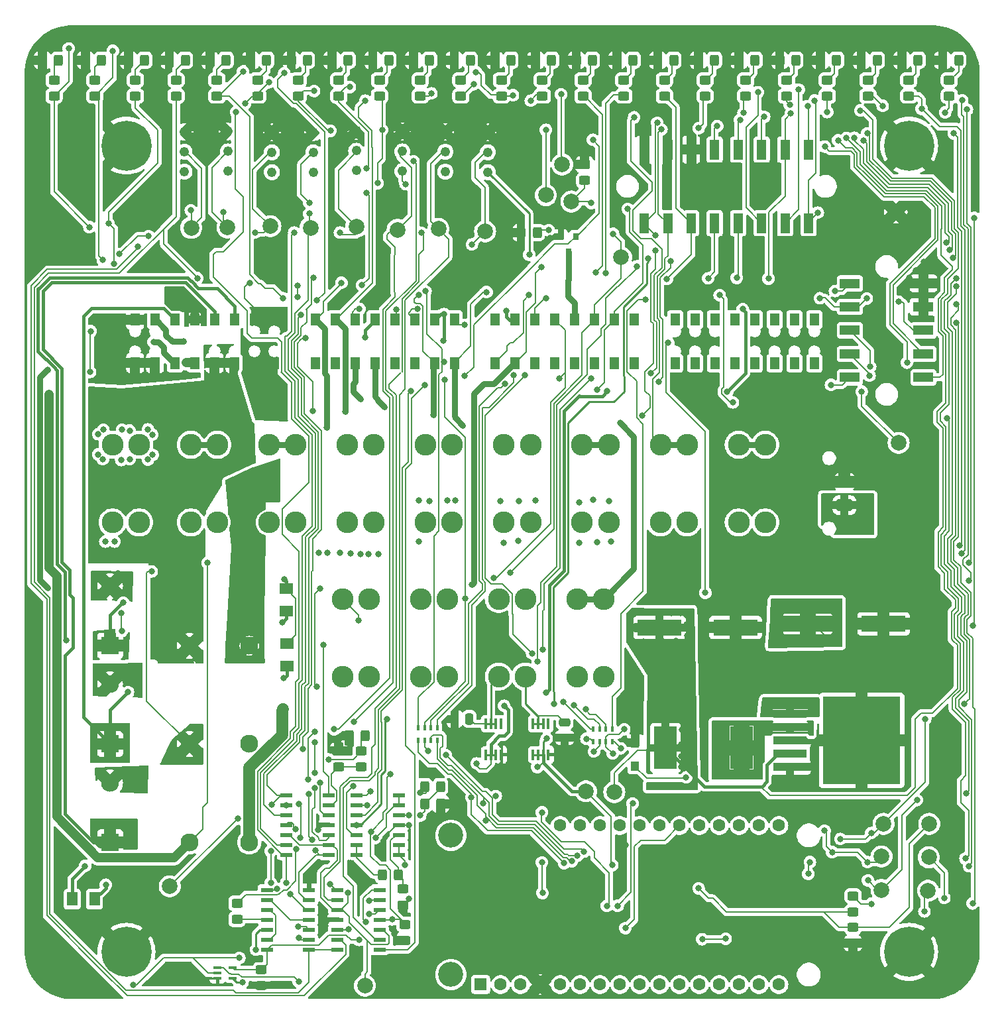
<source format=gtl>
%TF.GenerationSoftware,KiCad,Pcbnew,8.0.4*%
%TF.CreationDate,2024-10-16T17:02:47+10:30*%
%TF.ProjectId,power_and_monotoring,706f7765-725f-4616-9e64-5f6d6f6e6f74,rev?*%
%TF.SameCoordinates,Original*%
%TF.FileFunction,Copper,L1,Top*%
%TF.FilePolarity,Positive*%
%FSLAX46Y46*%
G04 Gerber Fmt 4.6, Leading zero omitted, Abs format (unit mm)*
G04 Created by KiCad (PCBNEW 8.0.4) date 2024-10-16 17:02:47*
%MOMM*%
%LPD*%
G01*
G04 APERTURE LIST*
G04 Aperture macros list*
%AMRoundRect*
0 Rectangle with rounded corners*
0 $1 Rounding radius*
0 $2 $3 $4 $5 $6 $7 $8 $9 X,Y pos of 4 corners*
0 Add a 4 corners polygon primitive as box body*
4,1,4,$2,$3,$4,$5,$6,$7,$8,$9,$2,$3,0*
0 Add four circle primitives for the rounded corners*
1,1,$1+$1,$2,$3*
1,1,$1+$1,$4,$5*
1,1,$1+$1,$6,$7*
1,1,$1+$1,$8,$9*
0 Add four rect primitives between the rounded corners*
20,1,$1+$1,$2,$3,$4,$5,0*
20,1,$1+$1,$4,$5,$6,$7,0*
20,1,$1+$1,$6,$7,$8,$9,0*
20,1,$1+$1,$8,$9,$2,$3,0*%
G04 Aperture macros list end*
%TA.AperFunction,SMDPad,CuDef*%
%ADD10RoundRect,0.250000X0.450000X-0.325000X0.450000X0.325000X-0.450000X0.325000X-0.450000X-0.325000X0*%
%TD*%
%TA.AperFunction,ComponentPad*%
%ADD11C,2.780000*%
%TD*%
%TA.AperFunction,SMDPad,CuDef*%
%ADD12R,1.270000X2.540000*%
%TD*%
%TA.AperFunction,SMDPad,CuDef*%
%ADD13R,0.450000X0.800000*%
%TD*%
%TA.AperFunction,SMDPad,CuDef*%
%ADD14RoundRect,0.250000X-0.325000X-0.450000X0.325000X-0.450000X0.325000X0.450000X-0.325000X0.450000X0*%
%TD*%
%TA.AperFunction,SMDPad,CuDef*%
%ADD15R,0.800000X0.900000*%
%TD*%
%TA.AperFunction,SMDPad,CuDef*%
%ADD16RoundRect,0.249550X-0.450450X0.325450X-0.450450X-0.325450X0.450450X-0.325450X0.450450X0.325450X0*%
%TD*%
%TA.AperFunction,SMDPad,CuDef*%
%ADD17RoundRect,0.250000X-0.450000X0.325000X-0.450000X-0.325000X0.450000X-0.325000X0.450000X0.325000X0*%
%TD*%
%TA.AperFunction,ComponentPad*%
%ADD18RoundRect,0.250001X0.759999X-0.499999X0.759999X0.499999X-0.759999X0.499999X-0.759999X-0.499999X0*%
%TD*%
%TA.AperFunction,ComponentPad*%
%ADD19O,2.020000X1.500000*%
%TD*%
%TA.AperFunction,SMDPad,CuDef*%
%ADD20R,1.340000X1.800000*%
%TD*%
%TA.AperFunction,SMDPad,CuDef*%
%ADD21C,2.000000*%
%TD*%
%TA.AperFunction,SMDPad,CuDef*%
%ADD22R,1.270000X1.560000*%
%TD*%
%TA.AperFunction,SMDPad,CuDef*%
%ADD23R,2.900000X5.400000*%
%TD*%
%TA.AperFunction,ComponentPad*%
%ADD24C,1.240000*%
%TD*%
%TA.AperFunction,SMDPad,CuDef*%
%ADD25R,1.550000X0.600000*%
%TD*%
%TA.AperFunction,WasherPad*%
%ADD26C,3.200000*%
%TD*%
%TA.AperFunction,ComponentPad*%
%ADD27R,1.600000X1.600000*%
%TD*%
%TA.AperFunction,ComponentPad*%
%ADD28C,1.600000*%
%TD*%
%TA.AperFunction,ComponentPad*%
%ADD29C,0.800000*%
%TD*%
%TA.AperFunction,ComponentPad*%
%ADD30C,6.400000*%
%TD*%
%TA.AperFunction,SMDPad,CuDef*%
%ADD31RoundRect,0.250000X0.325000X0.450000X-0.325000X0.450000X-0.325000X-0.450000X0.325000X-0.450000X0*%
%TD*%
%TA.AperFunction,ComponentPad*%
%ADD32R,2.300000X2.300000*%
%TD*%
%TA.AperFunction,ComponentPad*%
%ADD33C,2.300000*%
%TD*%
%TA.AperFunction,SMDPad,CuDef*%
%ADD34R,5.700000X2.000000*%
%TD*%
%TA.AperFunction,SMDPad,CuDef*%
%ADD35R,4.320000X1.020000*%
%TD*%
%TA.AperFunction,SMDPad,CuDef*%
%ADD36R,9.910000X11.180000*%
%TD*%
%TA.AperFunction,SMDPad,CuDef*%
%ADD37R,2.540000X1.270000*%
%TD*%
%TA.AperFunction,SMDPad,CuDef*%
%ADD38R,1.800000X1.340000*%
%TD*%
%TA.AperFunction,SMDPad,CuDef*%
%ADD39R,1.120000X1.240000*%
%TD*%
%TA.AperFunction,SMDPad,CuDef*%
%ADD40RoundRect,0.250000X-0.475000X0.250000X-0.475000X-0.250000X0.475000X-0.250000X0.475000X0.250000X0*%
%TD*%
%TA.AperFunction,SMDPad,CuDef*%
%ADD41RoundRect,0.250000X0.250000X0.475000X-0.250000X0.475000X-0.250000X-0.475000X0.250000X-0.475000X0*%
%TD*%
%TA.AperFunction,SMDPad,CuDef*%
%ADD42R,1.050000X0.400000*%
%TD*%
%TA.AperFunction,SMDPad,CuDef*%
%ADD43R,0.450000X1.350000*%
%TD*%
%TA.AperFunction,SMDPad,CuDef*%
%ADD44RoundRect,0.249550X0.450450X-0.325450X0.450450X0.325450X-0.450450X0.325450X-0.450450X-0.325450X0*%
%TD*%
%TA.AperFunction,ViaPad*%
%ADD45C,0.800000*%
%TD*%
%TA.AperFunction,ViaPad*%
%ADD46C,1.250000*%
%TD*%
%TA.AperFunction,Conductor*%
%ADD47C,0.200000*%
%TD*%
%TA.AperFunction,Conductor*%
%ADD48C,0.800000*%
%TD*%
%TA.AperFunction,Conductor*%
%ADD49C,0.400000*%
%TD*%
%TA.AperFunction,Conductor*%
%ADD50C,0.250000*%
%TD*%
%TA.AperFunction,Conductor*%
%ADD51C,1.200000*%
%TD*%
%TA.AperFunction,Conductor*%
%ADD52C,1.500000*%
%TD*%
G04 APERTURE END LIST*
D10*
%TO.P,R15,1*%
%TO.N,/feather/POWER_SIG_SHORT_HIGH*%
X60657600Y-138817000D03*
%TO.P,R15,2*%
%TO.N,Net-(D4-A)*%
X60657600Y-136767000D03*
%TD*%
D11*
%TO.P,F13,1*%
%TO.N,+24V*%
X102530800Y-193291200D03*
X105930800Y-193291200D03*
%TO.P,F13,2*%
%TO.N,/fuses/PUMP_FUSE_RELAY*%
X102530800Y-183371200D03*
X105930800Y-183371200D03*
%TD*%
D12*
%TO.P,J7,1,Pin_1*%
%TO.N,+24V*%
X141462400Y-155068000D03*
%TO.P,J7,2,Pin_2*%
%TO.N,/Connectors/AIR_24V*%
X138462400Y-155068000D03*
%TO.P,J7,3,Pin_3*%
%TO.N,/Connectors/SAFETY_24V*%
X135462400Y-155068000D03*
%TO.P,J7,4,Pin_4*%
%TO.N,/Connectors/MASTER_ACC_24V*%
X132462400Y-155068000D03*
%TO.P,J7,5,Pin_5*%
%TO.N,/Connectors/SLAVE_ACC_24V*%
X129462400Y-155068000D03*
%TO.P,J7,6,Pin_6*%
%TO.N,/Connectors/DASH_24V*%
X126462400Y-155068000D03*
%TO.P,J7,7,Pin_7*%
%TO.N,/Connectors/ECU_24V*%
X123462400Y-155068000D03*
%TO.P,J7,8,Pin_8*%
%TO.N,/Connectors/HV_BOX_24V*%
X120462400Y-155068000D03*
%TO.P,J7,9,Pin_9*%
%TO.N,/Connectors/BRAKE_LIGHT_12V*%
X141462400Y-145668000D03*
%TO.P,J7,10,Pin_10*%
%TO.N,/Connectors/BSPD_TEST_12V*%
X138462400Y-145668000D03*
%TO.P,J7,11,Pin_11*%
%TO.N,/Connectors/RADIATOR_WATER_PUMP_24V*%
X135462400Y-145668000D03*
%TO.P,J7,12,Pin_12*%
%TO.N,/Connectors/RADIATOR_FAN_24V*%
X132462400Y-145668000D03*
%TO.P,J7,13,Pin_13*%
%TO.N,/Connectors/MC_12V*%
X129462400Y-145668000D03*
%TO.P,J7,14,Pin_14*%
%TO.N,GND*%
X126462400Y-145668000D03*
%TO.P,J7,15,Pin_15*%
X123462400Y-145668000D03*
%TO.P,J7,16,Pin_16*%
X120462400Y-145668000D03*
%TD*%
D10*
%TO.P,R18,1*%
%TO.N,/feather/BRAKE_SIG_AMP_SHORT_GND*%
X76257600Y-138817000D03*
%TO.P,R18,2*%
%TO.N,Net-(D7-A)*%
X76257600Y-136767000D03*
%TD*%
D13*
%TO.P,RN1,1,1*%
%TO.N,/feather/BRAKE_SIG_AMP_HIGH*%
X94018000Y-219532400D03*
%TO.P,RN1,2,2*%
%TO.N,/feather/POWER_SIG_HIGH*%
X93218000Y-219532400D03*
%TO.P,RN1,3,3*%
%TO.N,/Connectors/BSPD_TRIGGER*%
X92418000Y-219532400D03*
%TO.P,RN1,4,4*%
%TO.N,/feather/POWER_SIG_SHORT_HIGH*%
X91618000Y-219532400D03*
%TO.P,RN1,5,5*%
%TO.N,Net-(U11-X3)*%
X91618000Y-221132400D03*
%TO.P,RN1,6,6*%
%TO.N,Net-(U11-X2)*%
X92418000Y-221132400D03*
%TO.P,RN1,7,7*%
%TO.N,Net-(U11-X1)*%
X93218000Y-221132400D03*
%TO.P,RN1,8,8*%
%TO.N,Net-(U11-X0)*%
X94018000Y-221132400D03*
%TD*%
D14*
%TO.P,D22,1,K*%
%TO.N,GND*%
X153377400Y-134248400D03*
%TO.P,D22,2,A*%
%TO.N,Net-(D22-A)*%
X155427400Y-134248400D03*
%TD*%
D15*
%TO.P,Q1,1,G*%
%TO.N,/feather/BRAKE_LIGHT_SIG*%
X111709200Y-156768800D03*
%TO.P,Q1,2,S*%
%TO.N,GND*%
X109809200Y-156768800D03*
%TO.P,Q1,3,D*%
%TO.N,/Connectors/BRAKE_LIGHT_GND*%
X110759200Y-158768800D03*
%TD*%
D16*
%TO.P,C2,1*%
%TO.N,+5V*%
X71526400Y-250435000D03*
D17*
%TO.P,C2,2*%
%TO.N,GND*%
X71526400Y-252485000D03*
%TD*%
D18*
%TO.P,J1,1,Pin_1*%
%TO.N,+12V*%
X146041400Y-191085600D03*
D19*
%TO.P,J1,2,Pin_2*%
%TO.N,GND*%
X146041400Y-188085600D03*
%TD*%
D20*
%TO.P,D26,1,K*%
%TO.N,+24V*%
X47381200Y-241401600D03*
%TO.P,D26,2,A*%
%TO.N,/Connectors/MOTOR_CONTROLLER_ON_SIGNAL*%
X50241200Y-241401600D03*
%TD*%
D21*
%TO.P,POW_PRESSED1,1,1*%
%TO.N,Net-(U2B--)*%
X62585600Y-155651200D03*
%TD*%
D10*
%TO.P,R33,1*%
%TO.N,/Connectors/BRAKE_LIGHT_12V*%
X138639200Y-138817000D03*
%TO.P,R33,2*%
%TO.N,Net-(D19-A)*%
X138639200Y-136767000D03*
%TD*%
D22*
%TO.P,J5,1,Pin_1*%
%TO.N,/Connectors/HV_BOX_IMD_OK*%
X124415208Y-172937981D03*
%TO.P,J5,2,Pin_2*%
%TO.N,/Connectors/HV_BOX_PDOC_OK*%
X124415208Y-167377981D03*
%TO.P,J5,3,Pin_3*%
%TO.N,/Connectors/MASTER_ACC_PDOC_OK*%
X126955208Y-172937981D03*
%TO.P,J5,4,Pin_4*%
%TO.N,/Connectors/SLAVE_ACC_PDOC_OK*%
X126955208Y-167377981D03*
%TO.P,J5,5,Pin_5*%
%TO.N,/Connectors/ECU_OK*%
X129495208Y-172937981D03*
%TO.P,J5,6,Pin_6*%
%TO.N,/Connectors/MC_OK_INDICATOR*%
X129495208Y-167377981D03*
%TO.P,J5,7,Pin_7*%
%TO.N,/Connectors/CRASH_SENSOR_MONITOR*%
X132035208Y-172937981D03*
%TO.P,J5,8,Pin_8*%
%TO.N,/Connectors/LEFT_ESTOP_OUT*%
X132035208Y-167377981D03*
%TO.P,J5,9,Pin_9*%
%TO.N,/Connectors/DASH_E-STOP_OUT*%
X134575208Y-172937981D03*
%TO.P,J5,10,Pin_10*%
%TO.N,/Connectors/BOTS_OUT*%
X134575208Y-167377981D03*
%TO.P,J5,11,Pin_11*%
%TO.N,/Connectors/MASTER_ACC_HV_INT_OUT*%
X137115208Y-172937981D03*
%TO.P,J5,12,Pin_12*%
%TO.N,/Connectors/SLAVE_ACC_HV_INT_OUT*%
X137115208Y-167377981D03*
%TO.P,J5,13,Pin_13*%
%TO.N,/Connectors/TSMS_IN*%
X139655208Y-172937981D03*
%TO.P,J5,14,Pin_14*%
%TO.N,/Connectors/AIR_POWER*%
X139655208Y-167377981D03*
%TO.P,J5,15,Pin_15*%
%TO.N,unconnected-(J5-Pin_15-Pad15)*%
X142195208Y-172937981D03*
%TO.P,J5,16,Pin_16*%
%TO.N,unconnected-(J5-Pin_16-Pad16)*%
X142195208Y-167377981D03*
%TD*%
%TO.P,J4,1,Pin_1*%
%TO.N,/Connectors/PRESSURE{slash}TEMP_SENSOR_3_PRESSURE*%
X101415208Y-172937981D03*
%TO.P,J4,2,Pin_2*%
%TO.N,/Connectors/FET_HIGH*%
X101415208Y-167377981D03*
%TO.P,J4,3,Pin_3*%
%TO.N,/Connectors/BSPD_TEST_12V*%
X103955208Y-172937981D03*
%TO.P,J4,4,Pin_4*%
%TO.N,+5V*%
X103955208Y-167377981D03*
%TO.P,J4,5,Pin_5*%
%TO.N,/Connectors/DASH_PDOC_LED*%
X106495208Y-172937981D03*
%TO.P,J4,6,Pin_6*%
%TO.N,/Connectors/PRESSURE{slash}TEMP_SENSOR_3_TEMP*%
X106495208Y-167377981D03*
%TO.P,J4,7,Pin_7*%
%TO.N,/Connectors/DASH_BSPD_LED*%
X109035208Y-172937981D03*
%TO.P,J4,8,Pin_8*%
%TO.N,/Connectors/BSPD_TRIGGER*%
X109035208Y-167377981D03*
%TO.P,J4,9,Pin_9*%
%TO.N,/Connectors/DASH_IMD_LED*%
X111575208Y-172937981D03*
%TO.P,J4,10,Pin_10*%
%TO.N,/Connectors/BRAKE_LIGHT_GND*%
X111575208Y-167377981D03*
%TO.P,J4,11,Pin_11*%
%TO.N,/Connectors/DASH_AMS_LED*%
X114115208Y-172937981D03*
%TO.P,J4,12,Pin_12*%
%TO.N,/Connectors/POWER_SIGNAL*%
X114115208Y-167377981D03*
%TO.P,J4,13,Pin_13*%
%TO.N,/Connectors/SHOULDER_RESET*%
X116655208Y-172937981D03*
%TO.P,J4,14,Pin_14*%
%TO.N,/Connectors/ECU_BRAKE_INPUT*%
X116655208Y-167377981D03*
%TO.P,J4,15,Pin_15*%
%TO.N,/Connectors/DRIVER_RESET_IN*%
X119195208Y-172937981D03*
%TO.P,J4,16,Pin_16*%
%TO.N,/Connectors/DISCHARGE_ENABLE_SIGNAL*%
X119195208Y-167377981D03*
%TD*%
D14*
%TO.P,D14,1,K*%
%TO.N,GND*%
X111777400Y-134248400D03*
%TO.P,D14,2,A*%
%TO.N,Net-(D14-A)*%
X113827400Y-134248400D03*
%TD*%
D10*
%TO.P,R17,1*%
%TO.N,/feather/BRAKE_SIG_AMP_SHORT_HIGH*%
X71057600Y-138817000D03*
%TO.P,R17,2*%
%TO.N,Net-(D6-A)*%
X71057600Y-136767000D03*
%TD*%
D23*
%TO.P,L1,1,1*%
%TO.N,/voltage_reg/Reg_out*%
X132892800Y-222097600D03*
%TO.P,L1,2,2*%
%TO.N,+12V*%
X123192800Y-222097600D03*
%TD*%
D10*
%TO.P,R32,1*%
%TO.N,/Connectors/HV_BOX_24V*%
X133439200Y-138817000D03*
%TO.P,R32,2*%
%TO.N,Net-(D18-A)*%
X133439200Y-136767000D03*
%TD*%
D14*
%TO.P,D5,1,K*%
%TO.N,GND*%
X64977400Y-134248400D03*
%TO.P,D5,2,A*%
%TO.N,Net-(D5-A)*%
X67027400Y-134248400D03*
%TD*%
%TO.P,R29,1*%
%TO.N,Net-(U4B--)*%
X87011400Y-238302800D03*
%TO.P,R29,2*%
%TO.N,Net-(U4C-+)*%
X89061400Y-238302800D03*
%TD*%
D11*
%TO.P,F16,1*%
%TO.N,+24V*%
X52530800Y-193291200D03*
X55930800Y-193291200D03*
%TO.P,F16,2*%
%TO.N,/Connectors/GLV_MASTER_SWITCH_OUT*%
X52530800Y-183371200D03*
X55930800Y-183371200D03*
%TD*%
D21*
%TO.P,BREAK_LOW1,1,1*%
%TO.N,Net-(U3C-+)*%
X88950800Y-155905200D03*
%TD*%
D11*
%TO.P,F15,1*%
%TO.N,+12V*%
X101887600Y-212986000D03*
X105287600Y-212986000D03*
%TO.P,F15,2*%
%TO.N,Net-(F15-Pad2)*%
X101887600Y-203066000D03*
X105287600Y-203066000D03*
%TD*%
D24*
%TO.P,RL5,1,1*%
%TO.N,+3V3*%
X83667600Y-148357690D03*
%TO.P,RL5,2,2*%
%TO.N,Net-(U3B--)*%
X83667600Y-145817690D03*
%TO.P,RL5,3,3*%
%TO.N,GND*%
X83667600Y-143277690D03*
%TD*%
D21*
%TO.P,TEMP_3,1,1*%
%TO.N,/Connectors/PRESSURE{slash}TEMP_SENSOR_3_TEMP*%
X150774400Y-240233200D03*
%TD*%
D14*
%TO.P,D7,1,K*%
%TO.N,GND*%
X75377400Y-134248400D03*
%TO.P,D7,2,A*%
%TO.N,Net-(D7-A)*%
X77427400Y-134248400D03*
%TD*%
D10*
%TO.P,R25,1*%
%TO.N,/Connectors/SAFETY_24V*%
X107439200Y-138817000D03*
%TO.P,R25,2*%
%TO.N,Net-(D13-A)*%
X107439200Y-136767000D03*
%TD*%
%TO.P,R27,1*%
%TO.N,/Connectors/SLAVE_ACC_24V*%
X117839200Y-138817000D03*
%TO.P,R27,2*%
%TO.N,Net-(D15-A)*%
X117839200Y-136767000D03*
%TD*%
D14*
%TO.P,D1,1,K*%
%TO.N,GND*%
X43577400Y-134248400D03*
%TO.P,D1,2,A*%
%TO.N,Net-(D1-A)*%
X45627400Y-134248400D03*
%TD*%
D10*
%TO.P,R7,1*%
%TO.N,Net-(R7-Pad1)*%
X68427600Y-244001400D03*
%TO.P,R7,2*%
%TO.N,Net-(R19-Pad1)*%
X68427600Y-241951400D03*
%TD*%
%TO.P,R28,1*%
%TO.N,/Connectors/DASH_24V*%
X123039200Y-138817000D03*
%TO.P,R28,2*%
%TO.N,Net-(D16-A)*%
X123039200Y-136767000D03*
%TD*%
D25*
%TO.P,U4,1*%
%TO.N,Net-(R50-Pad1)*%
X83719200Y-228142800D03*
%TO.P,U4,2,-*%
%TO.N,Net-(U4A--)*%
X83719200Y-229412800D03*
%TO.P,U4,3,+*%
%TO.N,/Connectors/ECU_BRAKE_INPUT*%
X83719200Y-230682800D03*
%TO.P,U4,4,VDD*%
%TO.N,+12V*%
X83719200Y-231952800D03*
%TO.P,U4,5,+*%
%TO.N,/Connectors/POWER_SIGNAL*%
X83719200Y-233222800D03*
%TO.P,U4,6,-*%
%TO.N,Net-(U4B--)*%
X83719200Y-234492800D03*
%TO.P,U4,7*%
X83719200Y-235762800D03*
%TO.P,U4,8*%
%TO.N,/logic/POW_SIG_AMP*%
X89119200Y-235762800D03*
%TO.P,U4,9,-*%
X89119200Y-234492800D03*
%TO.P,U4,10,+*%
%TO.N,Net-(U4C-+)*%
X89119200Y-233222800D03*
%TO.P,U4,11,VSS*%
%TO.N,GND*%
X89119200Y-231952800D03*
%TO.P,U4,12,+*%
%TO.N,Net-(U4D-+)*%
X89119200Y-230682800D03*
%TO.P,U4,13,-*%
%TO.N,/logic/BRAKE_SIG_AMP*%
X89119200Y-229412800D03*
%TO.P,U4,14*%
X89119200Y-228142800D03*
%TD*%
D11*
%TO.P,F10,1*%
%TO.N,+12V*%
X81887600Y-212986000D03*
X85287600Y-212986000D03*
%TO.P,F10,2*%
%TO.N,/Connectors/BRAKE_LIGHT_12V*%
X81887600Y-203066000D03*
X85287600Y-203066000D03*
%TD*%
D21*
%TO.P,POW_SIGNAL1,1,1*%
%TO.N,/Connectors/POWER_SIGNAL*%
X117500400Y-159410400D03*
%TD*%
D22*
%TO.P,J3,1,Pin_1*%
%TO.N,/Connectors/SPARE_2_24V*%
X78415208Y-172937981D03*
%TO.P,J3,2,Pin_2*%
%TO.N,/Connectors/MASTER_ACC_24V*%
X78415208Y-167377981D03*
%TO.P,J3,3,Pin_3*%
%TO.N,/Connectors/SPARE_1_24V*%
X80955208Y-172937981D03*
%TO.P,J3,4,Pin_4*%
%TO.N,/Connectors/SAFETY_24V*%
X80955208Y-167377981D03*
%TO.P,J3,5,Pin_5*%
%TO.N,/Connectors/HV_BOX_24V*%
X83495208Y-172937981D03*
%TO.P,J3,6,Pin_6*%
%TO.N,/Connectors/PRESSURE{slash}TEMP_SENSOR_1_PRESSURE*%
X83495208Y-167377981D03*
%TO.P,J3,7,Pin_7*%
%TO.N,/Connectors/ECU_24V*%
X86035208Y-172937981D03*
%TO.P,J3,8,Pin_8*%
%TO.N,+5V*%
X86035208Y-167377981D03*
%TO.P,J3,9,Pin_9*%
%TO.N,/Connectors/BSPD_24V*%
X88575208Y-172937981D03*
%TO.P,J3,10,Pin_10*%
%TO.N,/Connectors/PRESSURE{slash}TEMP_SENSOR_1_TEMP*%
X88575208Y-167377981D03*
%TO.P,J3,11,Pin_11*%
%TO.N,/Connectors/DATALOGGER_24V*%
X91115208Y-172937981D03*
%TO.P,J3,12,Pin_12*%
%TO.N,/Connectors/PRESSURE{slash}TEMP_SENSOR_2_PRESSURE*%
X91115208Y-167377981D03*
%TO.P,J3,13,Pin_13*%
%TO.N,/Connectors/DASH_24V*%
X93655208Y-172937981D03*
%TO.P,J3,14,Pin_14*%
%TO.N,+5V*%
X93655208Y-167377981D03*
%TO.P,J3,15,Pin_15*%
%TO.N,/Connectors/SLAVE_ACC_24V*%
X96195208Y-172937981D03*
%TO.P,J3,16,Pin_16*%
%TO.N,/Connectors/PRESSURE{slash}TEMP_SENSOR_2_TEMP*%
X96195208Y-167377981D03*
%TD*%
D14*
%TO.P,D19,1,K*%
%TO.N,GND*%
X137777400Y-134248400D03*
%TO.P,D19,2,A*%
%TO.N,Net-(D19-A)*%
X139827400Y-134248400D03*
%TD*%
%TO.P,D9,1,K*%
%TO.N,GND*%
X85777400Y-134248400D03*
%TO.P,D9,2,A*%
%TO.N,Net-(D9-A)*%
X87827400Y-134248400D03*
%TD*%
D26*
%TO.P,A1,*%
%TO.N,*%
X95758000Y-251053600D03*
X95758000Y-233273600D03*
D27*
%TO.P,A1,1,~{RESET}*%
%TO.N,unconnected-(A1-~{RESET}-Pad1)*%
X99568000Y-252323600D03*
D28*
%TO.P,A1,2,3V3*%
%TO.N,+3V3*%
X102108000Y-252323600D03*
%TO.P,A1,3,AREF*%
%TO.N,unconnected-(A1-AREF-Pad3)*%
X104648000Y-252323600D03*
%TO.P,A1,4,GND*%
%TO.N,GND*%
X107188000Y-252323600D03*
%TO.P,A1,5,A0*%
%TO.N,/feather/MUX_PRES_TEMP*%
X109728000Y-252323600D03*
%TO.P,A1,6,A1*%
%TO.N,unconnected-(A1-A1-Pad6)*%
X112268000Y-252323600D03*
%TO.P,A1,7,A2*%
%TO.N,unconnected-(A1-A2-Pad7)*%
X114808000Y-252323600D03*
%TO.P,A1,8,A3*%
%TO.N,unconnected-(A1-A3-Pad8)*%
X117348000Y-252323600D03*
%TO.P,A1,9,A4*%
%TO.N,unconnected-(A1-A4-Pad9)*%
X119888000Y-252323600D03*
%TO.P,A1,10,A5*%
%TO.N,unconnected-(A1-A5-Pad10)*%
X122428000Y-252323600D03*
%TO.P,A1,11,SCK*%
%TO.N,unconnected-(A1-SCK-Pad11)*%
X124968000Y-252323600D03*
%TO.P,A1,12,MOSI*%
%TO.N,unconnected-(A1-MOSI-Pad12)*%
X127508000Y-252323600D03*
%TO.P,A1,13,MISO*%
%TO.N,unconnected-(A1-MISO-Pad13)*%
X130048000Y-252323600D03*
%TO.P,A1,14,RX*%
%TO.N,unconnected-(A1-RX-Pad14)*%
X132588000Y-252323600D03*
%TO.P,A1,15,TX*%
%TO.N,unconnected-(A1-TX-Pad15)*%
X135128000Y-252323600D03*
%TO.P,A1,16,SPARE*%
%TO.N,unconnected-(A1-SPARE-Pad16)*%
X137668000Y-252323600D03*
%TO.P,A1,17,SDA*%
%TO.N,unconnected-(A1-SDA-Pad17)*%
X137668000Y-232003600D03*
%TO.P,A1,18,SCL*%
%TO.N,unconnected-(A1-SCL-Pad18)*%
X135128000Y-232003600D03*
%TO.P,A1,19,D0*%
%TO.N,/feather/MUX_A*%
X132588000Y-232003600D03*
%TO.P,A1,20,D1*%
%TO.N,/feather/MUX_B*%
X130048000Y-232003600D03*
%TO.P,A1,21,D2*%
%TO.N,/feather/MUX_C*%
X127508000Y-232003600D03*
%TO.P,A1,22,D3*%
%TO.N,/feather/MUX_BSPD*%
X124968000Y-232003600D03*
%TO.P,A1,23,D4*%
%TO.N,unconnected-(A1-D4-Pad23)*%
X122428000Y-232003600D03*
%TO.P,A1,24,D5*%
%TO.N,unconnected-(A1-D5-Pad24)*%
X119888000Y-232003600D03*
%TO.P,A1,25,D6*%
%TO.N,unconnected-(A1-D6-Pad25)*%
X117348000Y-232003600D03*
%TO.P,A1,26,USB*%
%TO.N,unconnected-(A1-USB-Pad26)*%
X114808000Y-232003600D03*
%TO.P,A1,27,EN*%
%TO.N,unconnected-(A1-EN-Pad27)*%
X112268000Y-232003600D03*
%TO.P,A1,28,VBAT*%
%TO.N,unconnected-(A1-VBAT-Pad28)*%
X109728000Y-232003600D03*
%TD*%
D10*
%TO.P,R23,1*%
%TO.N,+12V*%
X97039200Y-138817000D03*
%TO.P,R23,2*%
%TO.N,Net-(D11-A)*%
X97039200Y-136767000D03*
%TD*%
D21*
%TO.P,12V1,1,1*%
%TO.N,+12V*%
X116636800Y-227736400D03*
%TD*%
D13*
%TO.P,RN2,1,1*%
%TO.N,/feather/POWER_SIG_SHORT_GND*%
X116370000Y-219710000D03*
%TO.P,RN2,2,2*%
%TO.N,/feather/BRAKE_SIG_AMP_SHORT_HIGH*%
X115570000Y-219710000D03*
%TO.P,RN2,3,3*%
%TO.N,/feather/BRAKE_SIG_AMP_SHORT_GND*%
X114770000Y-219710000D03*
%TO.P,RN2,4,4*%
%TO.N,/feather/BRAKE_LIGHT_SIG*%
X113970000Y-219710000D03*
%TO.P,RN2,5,5*%
%TO.N,Net-(U11-X7)*%
X113970000Y-221310000D03*
%TO.P,RN2,6,6*%
%TO.N,Net-(U11-X6)*%
X114770000Y-221310000D03*
%TO.P,RN2,7,7*%
%TO.N,Net-(U11-X5)*%
X115570000Y-221310000D03*
%TO.P,RN2,8,8*%
%TO.N,Net-(U11-X4)*%
X116370000Y-221310000D03*
%TD*%
D10*
%TO.P,R9,1*%
%TO.N,/Connectors/ECU_BRAKE_INPUT*%
X112826800Y-149606000D03*
%TO.P,R9,2*%
%TO.N,GND*%
X112826800Y-147556000D03*
%TD*%
%TO.P,R38,1*%
%TO.N,/Connectors/MC_12V*%
X159439200Y-138817000D03*
%TO.P,R38,2*%
%TO.N,Net-(D23-A)*%
X159439200Y-136767000D03*
%TD*%
%TO.P,R14,1*%
%TO.N,/feather/BRAKE_SIG_AMP_HIGH*%
X55457600Y-138817000D03*
%TO.P,R14,2*%
%TO.N,Net-(D3-A)*%
X55457600Y-136767000D03*
%TD*%
D21*
%TO.P,POW_HIGH1,1,1*%
%TO.N,Net-(U2D--)*%
X72694800Y-155448000D03*
%TD*%
%TO.P,3V3,1,1*%
%TO.N,+3V3*%
X113030000Y-227634800D03*
%TD*%
D29*
%TO.P,H4,1,1*%
%TO.N,GND*%
X51905208Y-248157981D03*
X52608152Y-246460925D03*
X52608152Y-249855037D03*
X54305208Y-245757981D03*
D30*
X54305208Y-248157981D03*
D29*
X54305208Y-250557981D03*
X56002264Y-246460925D03*
X56002264Y-249855037D03*
X56705208Y-248157981D03*
%TD*%
D31*
%TO.P,R10,1*%
%TO.N,/Connectors/POWER_SIGNAL*%
X106781600Y-156260800D03*
%TO.P,R10,2*%
%TO.N,GND*%
X104731600Y-156260800D03*
%TD*%
D10*
%TO.P,R34,1*%
%TO.N,/Connectors/BSPD_TEST_12V*%
X143839200Y-138817000D03*
%TO.P,R34,2*%
%TO.N,Net-(D20-A)*%
X143839200Y-136767000D03*
%TD*%
D14*
%TO.P,D21,1,K*%
%TO.N,GND*%
X148177400Y-134248400D03*
%TO.P,D21,2,A*%
%TO.N,Net-(D21-A)*%
X150227400Y-134248400D03*
%TD*%
D11*
%TO.P,F11,1*%
%TO.N,+12V*%
X91887600Y-212986000D03*
X95287600Y-212986000D03*
%TO.P,F11,2*%
%TO.N,/Connectors/BSPD_TEST_12V*%
X91887600Y-203066000D03*
X95287600Y-203066000D03*
%TD*%
D21*
%TO.P,PRES_2,1,1*%
%TO.N,Net-(U12-X4)*%
X156819600Y-236067600D03*
%TD*%
D32*
%TO.P,K2,1*%
%TO.N,/Connectors/RADIATOR_FAN_ON_SIGNAL*%
X52222400Y-221592000D03*
D33*
%TO.P,K2,2*%
%TO.N,/Connectors/RADIATOR_FAN_24V*%
X62382400Y-221592000D03*
%TO.P,K2,3*%
%TO.N,Net-(F14-Pad2)*%
X70002400Y-221592000D03*
%TO.P,K2,5*%
%TO.N,+24V*%
X52222400Y-213972000D03*
%TD*%
D17*
%TO.P,R30,1*%
%TO.N,Net-(U4C-+)*%
X89611200Y-240122600D03*
%TO.P,R30,2*%
%TO.N,GND*%
X89611200Y-242172600D03*
%TD*%
D24*
%TO.P,RL4,1,1*%
%TO.N,+3V3*%
X78181200Y-148539200D03*
%TO.P,RL4,2,2*%
%TO.N,Net-(U3A-+)*%
X78181200Y-145999200D03*
%TO.P,RL4,3,3*%
%TO.N,GND*%
X78181200Y-143459200D03*
%TD*%
D22*
%TO.P,J2,1,Pin_1*%
%TO.N,GND*%
X55415208Y-172937981D03*
%TO.P,J2,2,Pin_2*%
X55415208Y-167377981D03*
%TO.P,J2,3,Pin_3*%
X57955208Y-172937981D03*
%TO.P,J2,4,Pin_4*%
%TO.N,/Connectors/AIR_24V*%
X57955208Y-167377981D03*
%TO.P,J2,5,Pin_5*%
%TO.N,/Connectors/BRAKE_LIGHT_12V*%
X60495208Y-172937981D03*
%TO.P,J2,6,Pin_6*%
%TO.N,/Connectors/RADIATOR_FAN_ON_SIGNAL*%
X60495208Y-167377981D03*
%TO.P,J2,7,Pin_7*%
%TO.N,/Connectors/MC_12V*%
X63035208Y-172937981D03*
%TO.P,J2,8,Pin_8*%
%TO.N,/Connectors/RADIATOR_FAN_24V*%
X63035208Y-167377981D03*
%TO.P,J2,9,Pin_9*%
%TO.N,/Connectors/RADIATOR_WATER_PUMP_24V*%
X65575208Y-172937981D03*
%TO.P,J2,10,Pin_10*%
%TO.N,/Connectors/MOTOR_CONTROLLER_ON_SIGNAL*%
X65575208Y-167377981D03*
%TO.P,J2,11,Pin_11*%
%TO.N,/Connectors/RADIATOR_WATER_PUMP_24V*%
X68115208Y-172937981D03*
%TO.P,J2,12,Pin_12*%
%TO.N,/Connectors/PUMP_ON_SIGNAL*%
X68115208Y-167377981D03*
%TO.P,J2,13,Pin_13*%
%TO.N,/Connectors/GLV_MASTER_SWITCH_OUT*%
X70655208Y-172937981D03*
%TO.P,J2,14,Pin_14*%
X70655208Y-167377981D03*
%TO.P,J2,15,Pin_15*%
X73195208Y-172937981D03*
%TO.P,J2,16,Pin_16*%
X73195208Y-167377981D03*
%TD*%
D25*
%TO.P,U7,1*%
%TO.N,/feather/POWER_SIG_SHORT_HIGH*%
X77638400Y-247853200D03*
%TO.P,U7,2*%
%TO.N,/feather/POWER_SIG_SHORT_GND*%
X77638400Y-246583200D03*
%TO.P,U7,3*%
%TO.N,Net-(U7-Pad3)*%
X77638400Y-245313200D03*
%TO.P,U7,4*%
%TO.N,Net-(U7-Pad4)*%
X77638400Y-244043200D03*
%TO.P,U7,5*%
%TO.N,/feather/BRAKE_SIG_AMP_SHORT_HIGH*%
X77638400Y-242773200D03*
%TO.P,U7,6*%
%TO.N,/feather/BRAKE_SIG_AMP_SHORT_GND*%
X77638400Y-241503200D03*
%TO.P,U7,7,VSS*%
%TO.N,GND*%
X77638400Y-240233200D03*
%TO.P,U7,8*%
%TO.N,Net-(U7-Pad3)*%
X72238400Y-240233200D03*
%TO.P,U7,9*%
%TO.N,Net-(U7-Pad4)*%
X72238400Y-241503200D03*
%TO.P,U7,10*%
%TO.N,Net-(U7-Pad10)*%
X72238400Y-242773200D03*
%TO.P,U7,11*%
%TO.N,Net-(R7-Pad1)*%
X72238400Y-244043200D03*
%TO.P,U7,12*%
%TO.N,Net-(U1-Pad4)*%
X72238400Y-245313200D03*
%TO.P,U7,13*%
%TO.N,Net-(U7-Pad10)*%
X72238400Y-246583200D03*
%TO.P,U7,14,VDD*%
%TO.N,+5V*%
X72238400Y-247853200D03*
%TD*%
D21*
%TO.P,BREAK_HIGH1,1,1*%
%TO.N,Net-(U3B--)*%
X83667600Y-155498800D03*
%TD*%
D29*
%TO.P,H3,1,1*%
%TO.N,GND*%
X51905208Y-145157981D03*
X52608152Y-143460925D03*
X52608152Y-146855037D03*
X54305208Y-142757981D03*
D30*
X54305208Y-145157981D03*
D29*
X54305208Y-147557981D03*
X56002264Y-143460925D03*
X56002264Y-146855037D03*
X56705208Y-145157981D03*
%TD*%
D11*
%TO.P,F3,1*%
%TO.N,+24V*%
X92530800Y-193291200D03*
X95930800Y-193291200D03*
%TO.P,F3,2*%
%TO.N,/Connectors/MASTER_ACC_24V*%
X92530800Y-183371200D03*
X95930800Y-183371200D03*
%TD*%
D10*
%TO.P,R31,1*%
%TO.N,/Connectors/ECU_24V*%
X128239200Y-138817000D03*
%TO.P,R31,2*%
%TO.N,Net-(D17-A)*%
X128239200Y-136767000D03*
%TD*%
D14*
%TO.P,D15,1,K*%
%TO.N,GND*%
X116977400Y-134248400D03*
%TO.P,D15,2,A*%
%TO.N,Net-(D15-A)*%
X119027400Y-134248400D03*
%TD*%
D11*
%TO.P,F4,1*%
%TO.N,+24V*%
X112530800Y-193291200D03*
X115930800Y-193291200D03*
%TO.P,F4,2*%
%TO.N,/Connectors/SLAVE_ACC_24V*%
X112530800Y-183371200D03*
X115930800Y-183371200D03*
%TD*%
D24*
%TO.P,RL8,1,1*%
%TO.N,+3V3*%
X95046800Y-148488400D03*
%TO.P,RL8,2,2*%
%TO.N,Net-(U2A--)*%
X95046800Y-145948400D03*
%TO.P,RL8,3,3*%
%TO.N,GND*%
X95046800Y-143408400D03*
%TD*%
D14*
%TO.P,D2,1,K*%
%TO.N,GND*%
X49077400Y-134248400D03*
%TO.P,D2,2,A*%
%TO.N,Net-(D2-A)*%
X51127400Y-134248400D03*
%TD*%
D10*
%TO.P,R37,1*%
%TO.N,/Connectors/RADIATOR_FAN_24V*%
X154239200Y-138817000D03*
%TO.P,R37,2*%
%TO.N,Net-(D22-A)*%
X154239200Y-136767000D03*
%TD*%
D29*
%TO.P,H1,1,1*%
%TO.N,GND*%
X151905208Y-145157981D03*
X152608152Y-143460925D03*
X152608152Y-146855037D03*
X154305208Y-142757981D03*
D30*
X154305208Y-145157981D03*
D29*
X154305208Y-147557981D03*
X156002264Y-143460925D03*
X156002264Y-146855037D03*
X156705208Y-145157981D03*
%TD*%
D34*
%TO.P,C8,1,+*%
%TO.N,+12V*%
X122430800Y-206705200D03*
%TO.P,C8,2,-*%
%TO.N,GND*%
X132130800Y-206705200D03*
%TD*%
D21*
%TO.P,TEMP_2,1,1*%
%TO.N,/Connectors/PRESSURE{slash}TEMP_SENSOR_2_TEMP*%
X150774400Y-235966000D03*
%TD*%
D35*
%TO.P,IC3,1,VIN*%
%TO.N,+24V*%
X139089400Y-217732400D03*
%TO.P,IC3,2,OUTPUT*%
%TO.N,/voltage_reg/Reg_out*%
X139089400Y-219432400D03*
%TO.P,IC3,3,GROUND*%
%TO.N,GND*%
X139089400Y-221132400D03*
%TO.P,IC3,4,FEEDBACK*%
%TO.N,+12V*%
X139089400Y-222832400D03*
%TO.P,IC3,5,~{ON}/OFF*%
%TO.N,GND*%
X139089400Y-224532400D03*
D36*
%TO.P,IC3,6,GND*%
X148234400Y-221132400D03*
%TD*%
D21*
%TO.P,GLV_IN1,1,1*%
%TO.N,/Connectors/GLV_MASTER_SWITCH_OUT*%
X107899200Y-151485600D03*
%TD*%
D10*
%TO.P,R39,1*%
%TO.N,/Connectors/GLV_MASTER_SWITCH_OUT*%
X86639200Y-138817000D03*
%TO.P,R39,2*%
%TO.N,Net-(D9-A)*%
X86639200Y-136767000D03*
%TD*%
D17*
%TO.P,R45,1*%
%TO.N,Net-(U12-X3)*%
X147116800Y-245008400D03*
%TO.P,R45,2*%
%TO.N,GND*%
X147116800Y-247058400D03*
%TD*%
D10*
%TO.P,R36,1*%
%TO.N,/Connectors/RADIATOR_WATER_PUMP_24V*%
X149039200Y-138817000D03*
%TO.P,R36,2*%
%TO.N,Net-(D21-A)*%
X149039200Y-136767000D03*
%TD*%
D14*
%TO.P,D20,1,K*%
%TO.N,GND*%
X142977400Y-134248400D03*
%TO.P,D20,2,A*%
%TO.N,Net-(D20-A)*%
X145027400Y-134248400D03*
%TD*%
D37*
%TO.P,J6,1,Pin_1*%
%TO.N,/feather/POWER_SIG_HIGH*%
X146734800Y-174762450D03*
%TO.P,J6,2,Pin_2*%
%TO.N,/feather/BRAKE_SIG_AMP_HIGH*%
X146734800Y-171762450D03*
%TO.P,J6,3,Pin_3*%
%TO.N,/feather/POWER_SIG_SHORT_HIGH*%
X146734800Y-168762450D03*
%TO.P,J6,4,Pin_4*%
%TO.N,/feather/POWER_SIG_SHORT_GND*%
X146734800Y-165762450D03*
%TO.P,J6,5,Pin_5*%
%TO.N,/feather/BRAKE_SIG_AMP_SHORT_HIGH*%
X146734800Y-162762450D03*
%TO.P,J6,6,Pin_6*%
%TO.N,/feather/BRAKE_SIG_AMP_SHORT_GND*%
X156134800Y-174762450D03*
%TO.P,J6,7,Pin_7*%
%TO.N,/Connectors/BSPD_TRIGGER*%
X156134800Y-171762450D03*
%TO.P,J6,8,Pin_8*%
%TO.N,/feather/BRAKE_LIGHT_SIG*%
X156134800Y-168762450D03*
%TO.P,J6,9,Pin_9*%
%TO.N,GND*%
X156134800Y-165762450D03*
%TO.P,J6,10,Pin_10*%
X156134800Y-162762450D03*
%TD*%
D17*
%TO.P,R19,1*%
%TO.N,Net-(R19-Pad1)*%
X84328000Y-222495000D03*
%TO.P,R19,2*%
%TO.N,Net-(U3D--)*%
X84328000Y-224545000D03*
%TD*%
D38*
%TO.P,D25,1,K*%
%TO.N,+24V*%
X74777600Y-208780400D03*
%TO.P,D25,2,A*%
%TO.N,/Connectors/RADIATOR_FAN_ON_SIGNAL*%
X74777600Y-211640400D03*
%TD*%
D21*
%TO.P,GND1,1,1*%
%TO.N,GND*%
X152603200Y-153619200D03*
%TD*%
%TO.P,POW_LOW1,1,1*%
%TO.N,Net-(U3A-+)*%
X77825600Y-155651200D03*
%TD*%
D14*
%TO.P,D17,1,K*%
%TO.N,GND*%
X127377400Y-134248400D03*
%TO.P,D17,2,A*%
%TO.N,Net-(D17-A)*%
X129427400Y-134248400D03*
%TD*%
%TO.P,D6,1,K*%
%TO.N,GND*%
X70177400Y-134248400D03*
%TO.P,D6,2,A*%
%TO.N,Net-(D6-A)*%
X72227400Y-134248400D03*
%TD*%
%TO.P,D12,1,K*%
%TO.N,GND*%
X101377400Y-134248400D03*
%TO.P,D12,2,A*%
%TO.N,Net-(D12-A)*%
X103427400Y-134248400D03*
%TD*%
D10*
%TO.P,R5,1*%
%TO.N,/feather/BRAKE_LIGHT_SIG*%
X81439200Y-138817000D03*
%TO.P,R5,2*%
%TO.N,Net-(D8-A)*%
X81439200Y-136767000D03*
%TD*%
D14*
%TO.P,D18,1,K*%
%TO.N,GND*%
X132577400Y-134248400D03*
%TO.P,D18,2,A*%
%TO.N,Net-(D18-A)*%
X134627400Y-134248400D03*
%TD*%
%TO.P,D16,1,K*%
%TO.N,GND*%
X122177400Y-134248400D03*
%TO.P,D16,2,A*%
%TO.N,Net-(D16-A)*%
X124227400Y-134248400D03*
%TD*%
D11*
%TO.P,F1,1*%
%TO.N,+24V*%
X72530800Y-193291200D03*
X75930800Y-193291200D03*
%TO.P,F1,2*%
%TO.N,/Connectors/AIR_24V*%
X72530800Y-183371200D03*
X75930800Y-183371200D03*
%TD*%
D14*
%TO.P,D3,1,K*%
%TO.N,GND*%
X54577400Y-134248400D03*
%TO.P,D3,2,A*%
%TO.N,Net-(D3-A)*%
X56627400Y-134248400D03*
%TD*%
%TO.P,D13,1,K*%
%TO.N,GND*%
X106577400Y-134248400D03*
%TO.P,D13,2,A*%
%TO.N,Net-(D13-A)*%
X108627400Y-134248400D03*
%TD*%
D39*
%TO.P,D27,1,K*%
%TO.N,/voltage_reg/Reg_out*%
X119278400Y-224447800D03*
%TO.P,D27,2,A*%
%TO.N,GND*%
X119278400Y-221447800D03*
%TD*%
D14*
%TO.P,D11,1,K*%
%TO.N,GND*%
X96177400Y-134248400D03*
%TO.P,D11,2,A*%
%TO.N,Net-(D11-A)*%
X98227400Y-134248400D03*
%TD*%
D21*
%TO.P,24V2,1,1*%
%TO.N,+24V*%
X109982000Y-147574000D03*
%TD*%
D10*
%TO.P,R24,1*%
%TO.N,/Connectors/AIR_24V*%
X102239200Y-138817000D03*
%TO.P,R24,2*%
%TO.N,Net-(D12-A)*%
X102239200Y-136767000D03*
%TD*%
D40*
%TO.P,C11,1*%
%TO.N,+12V*%
X110286800Y-218861600D03*
%TO.P,C11,2*%
%TO.N,GND*%
X110286800Y-220761600D03*
%TD*%
D10*
%TO.P,R16,1*%
%TO.N,/feather/POWER_SIG_SHORT_GND*%
X65857600Y-138817000D03*
%TO.P,R16,2*%
%TO.N,Net-(D5-A)*%
X65857600Y-136767000D03*
%TD*%
D17*
%TO.P,R44,1*%
%TO.N,/Connectors/PRESSURE{slash}TEMP_SENSOR_1_PRESSURE*%
X147116800Y-241008400D03*
%TO.P,R44,2*%
%TO.N,Net-(U12-X3)*%
X147116800Y-243058400D03*
%TD*%
D24*
%TO.P,RL6,1,1*%
%TO.N,+3V3*%
X89560400Y-148437600D03*
%TO.P,RL6,2,2*%
%TO.N,Net-(U3C-+)*%
X89560400Y-145897600D03*
%TO.P,RL6,3,3*%
%TO.N,GND*%
X89560400Y-143357600D03*
%TD*%
D25*
%TO.P,U3,1*%
%TO.N,/feather/POWER_SIG_SHORT_GND*%
X74719200Y-228142800D03*
%TO.P,U3,2,-*%
%TO.N,/logic/POW_SIG_AMP*%
X74719200Y-229412800D03*
%TO.P,U3,3,+*%
%TO.N,Net-(U3A-+)*%
X74719200Y-230682800D03*
%TO.P,U3,4,VDD*%
%TO.N,+5V*%
X74719200Y-231952800D03*
%TO.P,U3,5,+*%
%TO.N,/logic/BRAKE_SIG_AMP*%
X74719200Y-233222800D03*
%TO.P,U3,6,-*%
%TO.N,Net-(U3B--)*%
X74719200Y-234492800D03*
%TO.P,U3,7*%
%TO.N,/feather/BRAKE_SIG_AMP_SHORT_HIGH*%
X74719200Y-235762800D03*
%TO.P,U3,8*%
%TO.N,/feather/BRAKE_SIG_AMP_SHORT_GND*%
X80119200Y-235762800D03*
%TO.P,U3,9,-*%
%TO.N,/logic/BRAKE_SIG_AMP*%
X80119200Y-234492800D03*
%TO.P,U3,10,+*%
%TO.N,Net-(U3C-+)*%
X80119200Y-233222800D03*
%TO.P,U3,11,VSS*%
%TO.N,GND*%
X80119200Y-231952800D03*
%TO.P,U3,12,+*%
%TO.N,Net-(U3D-+)*%
X80119200Y-230682800D03*
%TO.P,U3,13,-*%
%TO.N,Net-(U3D--)*%
X80119200Y-229412800D03*
%TO.P,U3,14*%
%TO.N,/Connectors/BSPD_TRIGGER*%
X80119200Y-228142800D03*
%TD*%
D31*
%TO.P,R3,1*%
%TO.N,Net-(R19-Pad1)*%
X84845000Y-220522800D03*
%TO.P,R3,2*%
%TO.N,GND*%
X82795000Y-220522800D03*
%TD*%
D24*
%TO.P,RL2,1,1*%
%TO.N,+3V3*%
X67259200Y-148437600D03*
%TO.P,RL2,2,2*%
%TO.N,Net-(U2C--)*%
X67259200Y-145897600D03*
%TO.P,RL2,3,3*%
%TO.N,GND*%
X67259200Y-143357600D03*
%TD*%
D10*
%TO.P,R21,1*%
%TO.N,/Connectors/BSPD_TRIGGER*%
X45057600Y-138817000D03*
%TO.P,R21,2*%
%TO.N,Net-(D1-A)*%
X45057600Y-136767000D03*
%TD*%
D14*
%TO.P,D8,1,K*%
%TO.N,GND*%
X80577400Y-134248400D03*
%TO.P,D8,2,A*%
%TO.N,Net-(D8-A)*%
X82627400Y-134248400D03*
%TD*%
D29*
%TO.P,H2,1,1*%
%TO.N,GND*%
X151905208Y-248157981D03*
X152608152Y-246460925D03*
X152608152Y-249855037D03*
X154305208Y-245757981D03*
D30*
X154305208Y-248157981D03*
D29*
X154305208Y-250557981D03*
X156002264Y-246460925D03*
X156002264Y-249855037D03*
X156705208Y-248157981D03*
%TD*%
D21*
%TO.P,BREAK_PRESSED1,1,1*%
%TO.N,Net-(U2C--)*%
X67208400Y-155600400D03*
%TD*%
D14*
%TO.P,D23,1,K*%
%TO.N,GND*%
X158577400Y-134248400D03*
%TO.P,D23,2,A*%
%TO.N,Net-(D23-A)*%
X160627400Y-134248400D03*
%TD*%
D21*
%TO.P,PRES_1,1,1*%
%TO.N,Net-(U12-X3)*%
X156870400Y-231800400D03*
%TD*%
D14*
%TO.P,D10,1,K*%
%TO.N,GND*%
X90977400Y-134248400D03*
%TO.P,D10,2,A*%
%TO.N,Net-(D10-A)*%
X93027400Y-134248400D03*
%TD*%
D38*
%TO.P,D24,1,K*%
%TO.N,+24V*%
X74726800Y-201770000D03*
%TO.P,D24,2,A*%
%TO.N,/Connectors/PUMP_ON_SIGNAL*%
X74726800Y-204630000D03*
%TD*%
D10*
%TO.P,R22,1*%
%TO.N,+24V*%
X91839200Y-138817000D03*
%TO.P,R22,2*%
%TO.N,Net-(D10-A)*%
X91839200Y-136767000D03*
%TD*%
D21*
%TO.P,TEMP_1,1,1*%
%TO.N,/Connectors/PRESSURE{slash}TEMP_SENSOR_1_TEMP*%
X151028400Y-231800400D03*
%TD*%
%TO.P,POW_SIG_AMP1,1,1*%
%TO.N,/logic/POW_SIG_AMP*%
X59842400Y-239776000D03*
%TD*%
D41*
%TO.P,C10,1*%
%TO.N,+12V*%
X98130400Y-218389200D03*
%TO.P,C10,2*%
%TO.N,GND*%
X96230400Y-218389200D03*
%TD*%
D24*
%TO.P,RL3,1,1*%
%TO.N,+3V3*%
X72898000Y-148539200D03*
%TO.P,RL3,2,2*%
%TO.N,Net-(U2D--)*%
X72898000Y-145999200D03*
%TO.P,RL3,3,3*%
%TO.N,GND*%
X72898000Y-143459200D03*
%TD*%
D42*
%TO.P,U1,1*%
%TO.N,/feather/POWER_SIG_HIGH*%
X65953600Y-250200400D03*
%TO.P,U1,2*%
%TO.N,/feather/BRAKE_SIG_AMP_HIGH*%
X65953600Y-250850400D03*
%TO.P,U1,3,GND*%
%TO.N,GND*%
X65953600Y-251500400D03*
%TO.P,U1,4*%
%TO.N,Net-(U1-Pad4)*%
X67853600Y-251500400D03*
%TO.P,U1,5,VCC*%
%TO.N,+5V*%
X67853600Y-250200400D03*
%TD*%
D11*
%TO.P,F9,1*%
%TO.N,+24V*%
X132530800Y-193291200D03*
X135930800Y-193291200D03*
%TO.P,F9,2*%
%TO.N,/Connectors/HV_BOX_24V*%
X132530800Y-183371200D03*
X135930800Y-183371200D03*
%TD*%
D43*
%TO.P,IC2,1,OUT_1*%
%TO.N,+3V3*%
X106263800Y-222955000D03*
%TO.P,IC2,2,OUT_2*%
X106913800Y-222955000D03*
%TO.P,IC2,3,OUT_3*%
X107563800Y-222955000D03*
%TO.P,IC2,4,GND*%
%TO.N,GND*%
X108213800Y-222955000D03*
%TO.P,IC2,5,NR*%
%TO.N,unconnected-(IC2-NR-Pad5)*%
X108213800Y-219005000D03*
%TO.P,IC2,6,~{SD}*%
%TO.N,+12V*%
X107563800Y-219005000D03*
%TO.P,IC2,7,IN_1*%
X106913800Y-219005000D03*
%TO.P,IC2,8,IN_2*%
X106263800Y-219005000D03*
%TD*%
D24*
%TO.P,RL7,1,1*%
%TO.N,+3V3*%
X100482400Y-148539200D03*
%TO.P,RL7,2,2*%
%TO.N,Net-(U3D-+)*%
X100482400Y-145999200D03*
%TO.P,RL7,3,3*%
%TO.N,GND*%
X100482400Y-143459200D03*
%TD*%
D44*
%TO.P,C7,1*%
%TO.N,Net-(U3D--)*%
X81432400Y-224545000D03*
D10*
%TO.P,C7,2*%
%TO.N,GND*%
X81432400Y-222495000D03*
%TD*%
%TO.P,R26,1*%
%TO.N,/Connectors/MASTER_ACC_24V*%
X112639200Y-138817000D03*
%TO.P,R26,2*%
%TO.N,Net-(D14-A)*%
X112639200Y-136767000D03*
%TD*%
%TO.P,R13,1*%
%TO.N,/feather/POWER_SIG_HIGH*%
X50257600Y-138817000D03*
%TO.P,R13,2*%
%TO.N,Net-(D2-A)*%
X50257600Y-136767000D03*
%TD*%
D11*
%TO.P,F2,1*%
%TO.N,+12V*%
X111887600Y-212986000D03*
X115287600Y-212986000D03*
%TO.P,F2,2*%
%TO.N,/Connectors/SAFETY_24V*%
X111887600Y-203066000D03*
X115287600Y-203066000D03*
%TD*%
D21*
%TO.P,RC_TRIG1,1,1*%
%TO.N,Net-(U3D-+)*%
X100126800Y-156108400D03*
%TD*%
D16*
%TO.P,C3,1*%
%TO.N,+5V*%
X89865200Y-244643800D03*
D17*
%TO.P,C3,2*%
%TO.N,GND*%
X89865200Y-246693800D03*
%TD*%
D32*
%TO.P,K3,1*%
%TO.N,/Connectors/MOTOR_CONTROLLER_ON_SIGNAL*%
X52222400Y-234142000D03*
D33*
%TO.P,K3,2*%
%TO.N,/Connectors/MC_12V*%
X62382400Y-234142000D03*
%TO.P,K3,3*%
%TO.N,Net-(F15-Pad2)*%
X70002400Y-234142000D03*
%TO.P,K3,5*%
%TO.N,+24V*%
X52222400Y-226522000D03*
%TD*%
D21*
%TO.P,5V1,1,1*%
%TO.N,+5V*%
X152958800Y-183134000D03*
%TD*%
D14*
%TO.P,R50,1*%
%TO.N,Net-(R50-Pad1)*%
X92396200Y-227025200D03*
%TO.P,R50,2*%
%TO.N,Net-(U4D-+)*%
X94446200Y-227025200D03*
%TD*%
D11*
%TO.P,F8,1*%
%TO.N,+24V*%
X122530800Y-193291200D03*
X125930800Y-193291200D03*
%TO.P,F8,2*%
%TO.N,/Connectors/ECU_24V*%
X122530800Y-183371200D03*
X125930800Y-183371200D03*
%TD*%
%TO.P,F14,1*%
%TO.N,+24V*%
X82530800Y-193291200D03*
X85930800Y-193291200D03*
%TO.P,F14,2*%
%TO.N,Net-(F14-Pad2)*%
X82530800Y-183371200D03*
X85930800Y-183371200D03*
%TD*%
D21*
%TO.P,PRES_3,1,1*%
%TO.N,Net-(U12-X5)*%
X156718000Y-240334800D03*
%TD*%
%TO.P,BRAKE_SIG1,1,1*%
%TO.N,/Connectors/ECU_BRAKE_INPUT*%
X111150400Y-152298400D03*
%TD*%
D25*
%TO.P,U2,1*%
%TO.N,/feather/BRAKE_LIGHT_SIG*%
X86638400Y-247853200D03*
%TO.P,U2,2,-*%
%TO.N,Net-(U2A--)*%
X86638400Y-246583200D03*
%TO.P,U2,3,+*%
%TO.N,/logic/BRAKE_SIG_AMP*%
X86638400Y-245313200D03*
%TO.P,U2,4,VDD*%
%TO.N,+5V*%
X86638400Y-244043200D03*
%TO.P,U2,5,+*%
%TO.N,/logic/POW_SIG_AMP*%
X86638400Y-242773200D03*
%TO.P,U2,6,-*%
%TO.N,Net-(U2B--)*%
X86638400Y-241503200D03*
%TO.P,U2,7*%
%TO.N,/feather/POWER_SIG_HIGH*%
X86638400Y-240233200D03*
%TO.P,U2,8*%
%TO.N,/feather/BRAKE_SIG_AMP_HIGH*%
X81238400Y-240233200D03*
%TO.P,U2,9,-*%
%TO.N,Net-(U2C--)*%
X81238400Y-241503200D03*
%TO.P,U2,10,+*%
%TO.N,/logic/BRAKE_SIG_AMP*%
X81238400Y-242773200D03*
%TO.P,U2,11,VSS*%
%TO.N,GND*%
X81238400Y-244043200D03*
%TO.P,U2,12,+*%
%TO.N,/logic/POW_SIG_AMP*%
X81238400Y-245313200D03*
%TO.P,U2,13,-*%
%TO.N,Net-(U2D--)*%
X81238400Y-246583200D03*
%TO.P,U2,14*%
%TO.N,/feather/POWER_SIG_SHORT_HIGH*%
X81238400Y-247853200D03*
%TD*%
D32*
%TO.P,K1,1*%
%TO.N,/Connectors/PUMP_ON_SIGNAL*%
X52222400Y-209042000D03*
D33*
%TO.P,K1,2*%
%TO.N,/Connectors/RADIATOR_WATER_PUMP_24V*%
X62382400Y-209042000D03*
%TO.P,K1,3*%
%TO.N,/fuses/PUMP_FUSE_RELAY*%
X70002400Y-209042000D03*
%TO.P,K1,5*%
%TO.N,+24V*%
X52222400Y-201422000D03*
%TD*%
D43*
%TO.P,IC1,1,OUT_1*%
%TO.N,+5V*%
X100218600Y-222955000D03*
%TO.P,IC1,2,OUT_2*%
X100868600Y-222955000D03*
%TO.P,IC1,3,OUT_3*%
X101518600Y-222955000D03*
%TO.P,IC1,4,GND*%
%TO.N,GND*%
X102168600Y-222955000D03*
%TO.P,IC1,5,NR*%
%TO.N,unconnected-(IC1-NR-Pad5)*%
X102168600Y-219005000D03*
%TO.P,IC1,6,~{SD}*%
%TO.N,+12V*%
X101518600Y-219005000D03*
%TO.P,IC1,7,IN_1*%
X100868600Y-219005000D03*
%TO.P,IC1,8,IN_2*%
X100218600Y-219005000D03*
%TD*%
D11*
%TO.P,F5,1*%
%TO.N,+24V*%
X62530800Y-193291200D03*
X65930800Y-193291200D03*
%TO.P,F5,2*%
%TO.N,/Connectors/DASH_24V*%
X62530800Y-183371200D03*
X65930800Y-183371200D03*
%TD*%
D14*
%TO.P,D4,1,K*%
%TO.N,GND*%
X59777400Y-134248400D03*
%TO.P,D4,2,A*%
%TO.N,Net-(D4-A)*%
X61827400Y-134248400D03*
%TD*%
%TO.P,R51,1*%
%TO.N,Net-(U4D-+)*%
X92405200Y-229260400D03*
%TO.P,R51,2*%
%TO.N,GND*%
X94455200Y-229260400D03*
%TD*%
D24*
%TO.P,RL1,1,1*%
%TO.N,+3V3*%
X61722000Y-148488400D03*
%TO.P,RL1,2,2*%
%TO.N,Net-(U2B--)*%
X61722000Y-145948400D03*
%TO.P,RL1,3,3*%
%TO.N,GND*%
X61722000Y-143408400D03*
%TD*%
D21*
%TO.P,BREAK_SIG1,1,1*%
%TO.N,Net-(U2A--)*%
X94183200Y-155803600D03*
%TD*%
D34*
%TO.P,C6,1,+*%
%TO.N,+24V*%
X141343600Y-206248000D03*
%TO.P,C6,2,-*%
%TO.N,GND*%
X151043600Y-206248000D03*
%TD*%
D21*
%TO.P,BRAKE_SIG_AMP1,1,1*%
%TO.N,/logic/BRAKE_SIG_AMP*%
X84785200Y-252476000D03*
%TD*%
D45*
%TO.N,+24V*%
X55575200Y-226364800D03*
X55626000Y-225450400D03*
X55067200Y-212750400D03*
X55422800Y-211683600D03*
%TO.N,GND*%
X146507200Y-186334400D03*
X145542000Y-186385200D03*
X144221200Y-188061600D03*
%TO.N,+24V*%
X116230400Y-195732400D03*
X114452400Y-195783200D03*
X112166400Y-195935600D03*
X115976400Y-190601600D03*
X113893600Y-190398400D03*
X112115600Y-190754000D03*
X104394000Y-195681600D03*
X102463600Y-195884800D03*
X106527600Y-190449200D03*
X104444800Y-190550800D03*
X102057200Y-190550800D03*
X96316800Y-190449200D03*
X95300800Y-190449200D03*
X91694000Y-195732400D03*
X93014800Y-190550800D03*
X91643200Y-190500000D03*
X53238400Y-199796400D03*
X52781200Y-195732400D03*
X51612800Y-195732400D03*
X54406800Y-201523600D03*
%TO.N,/Connectors/RADIATOR_FAN_24V*%
X63601600Y-220167200D03*
X63449200Y-223113600D03*
X61366400Y-223164400D03*
X60655200Y-222554800D03*
%TO.N,/Connectors/GLV_MASTER_SWITCH_OUT*%
X53746400Y-181457600D03*
X57048400Y-181406800D03*
X57607200Y-182067200D03*
X57658000Y-184658000D03*
X57048400Y-185267600D03*
X54711600Y-185216800D03*
X53644800Y-185318400D03*
X51308000Y-185216800D03*
X50698400Y-184607200D03*
X50698400Y-182016400D03*
X51358800Y-181457600D03*
X54711600Y-181559200D03*
X86399100Y-149961600D03*
X70086357Y-162668000D03*
D46*
X70713600Y-175615600D03*
D45*
X69545200Y-170484800D03*
X107899200Y-143137100D03*
D46*
X73914000Y-175920400D03*
X72390000Y-174955200D03*
X73558400Y-178104800D03*
X72237600Y-176885600D03*
D45*
X86969600Y-143137100D03*
D46*
X72085200Y-179120800D03*
D45*
X71932800Y-167690800D03*
X71932800Y-170840400D03*
X84408174Y-162995772D03*
X85000100Y-151231600D03*
X71983600Y-166878000D03*
%TO.N,/feather/MUX_BSPD*%
X118059200Y-245110000D03*
%TO.N,/Connectors/AIR_24V*%
X78622700Y-164947600D03*
X98958400Y-135788400D03*
X74472800Y-135890000D03*
X103682800Y-138713800D03*
X140208000Y-138005000D03*
X77224166Y-169740854D03*
X61620400Y-170129200D03*
X78130400Y-179019200D03*
%TO.N,+24V*%
X141224000Y-204216000D03*
X142646400Y-153720800D03*
X93268800Y-138480800D03*
X140512800Y-216154000D03*
X144068800Y-208280000D03*
X162407600Y-206502000D03*
X162610800Y-154381200D03*
X140665200Y-208381600D03*
X144627600Y-204368400D03*
X137820400Y-204368400D03*
X74472800Y-200558400D03*
X142240000Y-139406900D03*
X49022000Y-237185200D03*
X109829600Y-138613300D03*
X142189200Y-217373200D03*
X139141200Y-216204800D03*
X138277600Y-208229200D03*
X137515600Y-206298800D03*
X145237200Y-206400400D03*
X135991600Y-217220800D03*
X137058400Y-216306400D03*
%TO.N,GND*%
X151079200Y-204012800D03*
X90373200Y-241350800D03*
X153568400Y-162966400D03*
X54305200Y-131876800D03*
X108458000Y-156972000D03*
X65532000Y-245516400D03*
X53238400Y-168960800D03*
X153924000Y-155194000D03*
X138938000Y-226009200D03*
X122428000Y-245719600D03*
X56692800Y-168808400D03*
X126695200Y-132588000D03*
X51054000Y-171450000D03*
X77165200Y-142544800D03*
X115824000Y-247142000D03*
X82956400Y-236829600D03*
X73355200Y-157734000D03*
X66294000Y-144424400D03*
X99212400Y-143408400D03*
X118262400Y-221234000D03*
X92405200Y-224942400D03*
X52933600Y-167233600D03*
X80568800Y-158038800D03*
X81483200Y-220929200D03*
X132181600Y-208534000D03*
X69697600Y-131927600D03*
X135585200Y-206654400D03*
X51917600Y-167233600D03*
X111150400Y-132638800D03*
X95148400Y-132435600D03*
X74930000Y-132080000D03*
X148996400Y-247751600D03*
X155143200Y-205689200D03*
X59436000Y-131673600D03*
X48209200Y-131876800D03*
X92456000Y-241858800D03*
X66294000Y-142138400D03*
X77673200Y-238963200D03*
X56540400Y-167386000D03*
X147523200Y-214223600D03*
X137109200Y-236474000D03*
X64465200Y-251866400D03*
X73914000Y-144526000D03*
X117348000Y-235204000D03*
X148234400Y-227279200D03*
X131876800Y-132638800D03*
X112826800Y-146050000D03*
X52984400Y-171450000D03*
X151130000Y-209397600D03*
X93827600Y-143459200D03*
X105918000Y-132537200D03*
X120091200Y-235000800D03*
X103276400Y-156311600D03*
X62636400Y-142189200D03*
X142290800Y-223316800D03*
X148488400Y-214274400D03*
X64668400Y-131775200D03*
X126441200Y-147675600D03*
X72034400Y-142443200D03*
X52171600Y-168960800D03*
X133756400Y-240588800D03*
X85191600Y-132130800D03*
X152654000Y-132638800D03*
X52679600Y-168198800D03*
X77216000Y-144373600D03*
X142290800Y-132588000D03*
X82397600Y-143002000D03*
X88556158Y-245890140D03*
X120548400Y-147421600D03*
X137109200Y-132588000D03*
X52070000Y-171450000D03*
X53695600Y-168198800D03*
X86817200Y-234492800D03*
X100736400Y-132689600D03*
X89814400Y-132384800D03*
X53898800Y-171450000D03*
X96316800Y-219710000D03*
X109880400Y-223113600D03*
X155194000Y-161137600D03*
X79806800Y-244348000D03*
X56692800Y-171348400D03*
X91033600Y-143357600D03*
X51054000Y-168910000D03*
X142189200Y-221742000D03*
X53949600Y-167233600D03*
X116332000Y-132638800D03*
X51663600Y-168198800D03*
X78808070Y-232593376D03*
X92354400Y-247142000D03*
X123494800Y-147574000D03*
X157022800Y-160426400D03*
X156159200Y-160020000D03*
X92303600Y-232257600D03*
X118059200Y-234543600D03*
X154279600Y-162052000D03*
X57505600Y-159715200D03*
X157886400Y-132588000D03*
X131978400Y-204825600D03*
X73761600Y-236778800D03*
X107188000Y-250291600D03*
X90435200Y-232003600D03*
X73101200Y-252335300D03*
X80010000Y-132080000D03*
X148945600Y-203962000D03*
X62738000Y-144526000D03*
X43281600Y-132689600D03*
X121412000Y-132588000D03*
X147066000Y-206095600D03*
X147472400Y-132588000D03*
X50901600Y-167233600D03*
X101955600Y-225094800D03*
X154025600Y-221081600D03*
%TO.N,+5V*%
X94894400Y-166674800D03*
X107899200Y-215036400D03*
X94792800Y-170078400D03*
X133045200Y-166053500D03*
X99060000Y-224078800D03*
X148247200Y-176568000D03*
X75910953Y-232491849D03*
X84785200Y-169621200D03*
X102870000Y-166268400D03*
X85547200Y-232816400D03*
X102565200Y-216712800D03*
X84024078Y-246633122D03*
X115722400Y-176546000D03*
X87998750Y-225412750D03*
X88239600Y-243992400D03*
X131064000Y-176568000D03*
%TO.N,+12V*%
X122732800Y-208432400D03*
X125222000Y-223164400D03*
X144170400Y-191109600D03*
X87579200Y-218440000D03*
X144424400Y-192582800D03*
X148031200Y-191109600D03*
X125272800Y-219811600D03*
X143916400Y-190144400D03*
X124510800Y-208432400D03*
X125933200Y-207721200D03*
X125831600Y-206349600D03*
X120091200Y-204825600D03*
X122529600Y-204825600D03*
X125120400Y-204876400D03*
X121208800Y-204825600D03*
X146050000Y-192735200D03*
X98653600Y-137314300D03*
X120396000Y-208483200D03*
X147777200Y-192430400D03*
X125171200Y-221640400D03*
X123901200Y-204876400D03*
X125222000Y-224485200D03*
X83719200Y-231952800D03*
X147980400Y-190093600D03*
X148082000Y-140671100D03*
%TO.N,+3V3*%
X108915200Y-216458800D03*
X141427200Y-238190000D03*
X141630400Y-236677200D03*
X108000800Y-220878400D03*
X105765600Y-159105600D03*
X106781600Y-224536000D03*
X89966800Y-150057600D03*
X120994400Y-159562800D03*
X116382800Y-237083600D03*
%TO.N,/Connectors/SAFETY_24V*%
X84836000Y-139413300D03*
X134975600Y-138328400D03*
X105968800Y-139413300D03*
X82245200Y-179120800D03*
X117398800Y-180594000D03*
%TO.N,/Connectors/MASTER_ACC_24V*%
X79928800Y-181136800D03*
X114249200Y-161377000D03*
X81788000Y-162668000D03*
X132283200Y-162052000D03*
%TO.N,/Connectors/SLAVE_ACC_24V*%
X97282000Y-180898800D03*
X115519200Y-161442400D03*
X100330000Y-163854500D03*
X128625600Y-162102800D03*
%TO.N,/Connectors/DASH_24V*%
X123369843Y-162177000D03*
X93522800Y-179578000D03*
X91643200Y-164254500D03*
%TO.N,/Connectors/ECU_24V*%
X87274400Y-178562000D03*
X127406400Y-142939500D03*
X122652935Y-143087576D03*
%TO.N,/Connectors/HV_BOX_24V*%
X84226400Y-177546000D03*
X120197707Y-179623893D03*
X121855822Y-156578978D03*
X133146800Y-140970000D03*
X122123200Y-142240000D03*
X121882578Y-158584222D03*
%TO.N,/Connectors/BRAKE_LIGHT_12V*%
X139039600Y-139903200D03*
X161089077Y-139356100D03*
X161911300Y-200710800D03*
X44218400Y-173786800D03*
X141325600Y-140106400D03*
X57759600Y-170230800D03*
X83972400Y-205790800D03*
X44234900Y-201647624D03*
%TO.N,/Connectors/RADIATOR_FAN_ON_SIGNAL*%
X54508400Y-214985600D03*
X74422000Y-213207600D03*
%TO.N,/Connectors/MC_12V*%
X160711300Y-196249026D03*
X61930208Y-172872400D03*
X158902400Y-140919200D03*
X160020000Y-143611600D03*
X44418400Y-176936400D03*
X129794000Y-142646400D03*
X64668400Y-198475600D03*
%TO.N,/Connectors/RADIATOR_WATER_PUMP_24V*%
X59029600Y-200914000D03*
X161911300Y-198424800D03*
X150926800Y-140073700D03*
X135790686Y-141471100D03*
X161696400Y-140563600D03*
%TO.N,/Connectors/MOTOR_CONTROLLER_ON_SIGNAL*%
X51663600Y-239572800D03*
%TO.N,/Connectors/RADIATOR_FAN_24V*%
X59740800Y-163880800D03*
X61569600Y-163982400D03*
X61569600Y-164896800D03*
X155905200Y-140473700D03*
X132689600Y-141871100D03*
X60045600Y-164795200D03*
X57541300Y-199542400D03*
X161014897Y-197215459D03*
%TO.N,/Connectors/PUMP_ON_SIGNAL*%
X74218800Y-206095600D03*
X46634400Y-208330800D03*
X53898800Y-203555600D03*
%TO.N,/Connectors/PRESSURE{slash}TEMP_SENSOR_1_PRESSURE*%
X149453600Y-242011200D03*
X160311300Y-163169600D03*
X84074000Y-166014400D03*
X161950400Y-237185200D03*
%TO.N,/Connectors/PRESSURE{slash}TEMP_SENSOR_1_TEMP*%
X161353998Y-216470500D03*
X156362400Y-218389200D03*
X145542000Y-233730800D03*
X149453600Y-232968800D03*
X88810708Y-166065200D03*
X160311300Y-165404800D03*
%TO.N,/Connectors/PRESSURE{slash}TEMP_SENSOR_2_PRESSURE*%
X160311300Y-167792400D03*
X162407600Y-241960400D03*
X91490800Y-166053500D03*
%TO.N,/Connectors/PRESSURE{slash}TEMP_SENSOR_2_TEMP*%
X123527500Y-170332400D03*
X128270000Y-202285600D03*
X144475200Y-235407200D03*
X143510000Y-232664000D03*
X97536000Y-168085500D03*
X148996400Y-236677200D03*
%TO.N,/Connectors/PRESSURE{slash}TEMP_SENSOR_3_PRESSURE*%
X160311300Y-162102800D03*
X161501027Y-236230835D03*
X105756778Y-164254500D03*
%TO.N,/Connectors/BSPD_TEST_12V*%
X143839200Y-140868400D03*
X107340400Y-160677500D03*
X98399600Y-201269600D03*
X136347200Y-162153600D03*
X139192000Y-141071100D03*
%TO.N,/Connectors/PRESSURE{slash}TEMP_SENSOR_3_TEMP*%
X131790422Y-177967622D03*
X149047200Y-239014000D03*
X159111300Y-179984400D03*
X107899200Y-164654500D03*
X155295600Y-228752400D03*
X161606500Y-227888800D03*
X130098800Y-164275500D03*
%TO.N,/Connectors/BSPD_TRIGGER*%
X79436759Y-208976759D03*
X109575600Y-174914713D03*
X49567422Y-155562978D03*
X101212508Y-200417700D03*
X97620800Y-202996800D03*
X46939200Y-132740400D03*
X145237200Y-144470100D03*
X94940300Y-175029400D03*
%TO.N,/Connectors/POWER_SIGNAL*%
X83261200Y-226974400D03*
X79044800Y-201726800D03*
X108254800Y-155956000D03*
X103327200Y-199694800D03*
X78663800Y-214249000D03*
X116484400Y-156413200D03*
%TO.N,/Connectors/ECU_BRAKE_INPUT*%
X114401600Y-176377600D03*
X113690400Y-152501600D03*
X118342813Y-153258711D03*
X90609708Y-176546500D03*
%TO.N,/fuses/PUMP_FUSE_RELAY*%
X73152000Y-186791600D03*
X73152000Y-187807600D03*
X70256400Y-187502800D03*
X72034400Y-188061600D03*
X72898000Y-188772800D03*
X70764400Y-188468000D03*
X68681600Y-188163200D03*
X71983600Y-186994800D03*
%TO.N,Net-(F14-Pad2)*%
X78892400Y-197205600D03*
X81584800Y-197205600D03*
X82956400Y-197256400D03*
X84226400Y-197358000D03*
X85242400Y-197358000D03*
X79959200Y-197205600D03*
X86512400Y-197307200D03*
%TO.N,Net-(F15-Pad2)*%
X74320400Y-217170000D03*
%TO.N,Net-(U2B--)*%
X62534800Y-153416000D03*
X53429900Y-159004000D03*
X85293200Y-241655600D03*
X57137978Y-156705978D03*
%TO.N,/logic/POW_SIG_AMP*%
X74719200Y-229412800D03*
X85293200Y-243302073D03*
X82664500Y-245274250D03*
X68529200Y-231140000D03*
X89916000Y-237083600D03*
%TO.N,Net-(R50-Pad1)*%
X91835200Y-227838000D03*
X85445600Y-227634800D03*
%TO.N,Net-(R19-Pad1)*%
X76521922Y-233561278D03*
X80137840Y-223570800D03*
X76037208Y-235046857D03*
X76344122Y-229252122D03*
%TO.N,Net-(U4D-+)*%
X90435200Y-230733600D03*
X91846400Y-230733600D03*
%TO.N,Net-(U3B--)*%
X81584800Y-156260300D03*
X75731100Y-156260300D03*
%TO.N,Net-(U1-Pad4)*%
X69138800Y-252066400D03*
X70863398Y-247853200D03*
%TO.N,Net-(U7-Pad3)*%
X76250800Y-244957600D03*
X73507600Y-240080800D03*
%TO.N,/voltage_reg/Reg_out*%
X125826114Y-225862286D03*
X129794000Y-224485200D03*
%TO.N,/feather/BRAKE_LIGHT_SIG*%
X113893600Y-144412700D03*
X97536000Y-174599600D03*
X85000100Y-148031200D03*
X152958800Y-165086500D03*
X106832400Y-211023200D03*
X92456000Y-175728900D03*
X110083600Y-216204800D03*
X119532400Y-160576500D03*
X148466632Y-144488866D03*
X159511300Y-158481328D03*
X82854800Y-137668000D03*
%TO.N,/feather/POWER_SIG_HIGH*%
X76301600Y-251917200D03*
X84881938Y-244302063D03*
X102632484Y-175614213D03*
X144322800Y-175717200D03*
X143526478Y-145271522D03*
X51283603Y-159741603D03*
X52578000Y-133045200D03*
X154025600Y-172872400D03*
%TO.N,/feather/BRAKE_SIG_AMP_HIGH*%
X55168800Y-252335300D03*
X49733200Y-168859200D03*
X149250400Y-174548800D03*
X80314800Y-239471200D03*
X52730400Y-160274000D03*
X76131100Y-164490400D03*
X52030900Y-155060256D03*
X103803970Y-174442726D03*
X76131100Y-163068000D03*
X53714177Y-207172084D03*
X49665900Y-174071900D03*
X68732400Y-248920000D03*
X53631178Y-204892900D03*
%TO.N,/feather/POWER_SIG_SHORT_HIGH*%
X149321597Y-173360003D03*
X63347600Y-162091600D03*
X94889710Y-172800100D03*
X92516030Y-163767500D03*
%TO.N,/feather/POWER_SIG_SHORT_GND*%
X142900400Y-164654000D03*
X72835754Y-229356111D03*
X69190603Y-135736597D03*
X148894800Y-164686500D03*
X72745600Y-235254800D03*
X76615056Y-166778987D03*
X120605600Y-164853500D03*
X76301600Y-246380000D03*
X74332100Y-164642800D03*
X72745600Y-239333698D03*
X159085275Y-157577166D03*
X147298594Y-144158973D03*
%TO.N,/feather/BRAKE_SIG_AMP_SHORT_HIGH*%
X122275600Y-175310800D03*
X75246822Y-240753222D03*
X144830800Y-163728400D03*
X123801762Y-159892100D03*
X159902994Y-159523869D03*
X72491600Y-137058400D03*
X107532400Y-209550000D03*
X113660216Y-174914713D03*
X69443600Y-139801600D03*
X68326000Y-140868400D03*
X148945600Y-143611600D03*
X74714778Y-239306778D03*
X112978550Y-217119850D03*
%TO.N,/feather/BRAKE_SIG_AMP_SHORT_GND*%
X105206800Y-174514713D03*
X111492975Y-216624225D03*
X78028800Y-233793300D03*
X119163422Y-141542178D03*
X121339234Y-174241923D03*
X77513878Y-226103878D03*
X90982800Y-147167600D03*
X80365600Y-143256000D03*
X78282800Y-138176000D03*
X106132400Y-210007200D03*
X77637946Y-227958298D03*
X83349506Y-218782308D03*
X146299183Y-144172533D03*
X78338840Y-220014800D03*
X78435200Y-235192300D03*
%TO.N,/logic/BRAKE_SIG_AMP*%
X82610234Y-240589693D03*
X86196400Y-233578400D03*
%TO.N,Net-(U12-X3)*%
X127406400Y-240030000D03*
%TO.N,Net-(U12-X4)*%
X158800800Y-241249200D03*
%TO.N,Net-(U12-X5)*%
X156260800Y-242976400D03*
X127863600Y-246532400D03*
X130860800Y-246481600D03*
%TO.N,Net-(U4A--)*%
X85090000Y-229412800D03*
%TO.N,Net-(U2C--)*%
X91987100Y-156311600D03*
X66700400Y-153670000D03*
%TO.N,Net-(U2D--)*%
X70752700Y-156260800D03*
X55766378Y-158077578D03*
%TO.N,Net-(U3A-+)*%
X77673200Y-153861500D03*
X77673200Y-152450800D03*
%TO.N,Net-(U3C-+)*%
X78338840Y-225265678D03*
X78344700Y-227251543D03*
X78338840Y-221386400D03*
X80837340Y-219710000D03*
%TO.N,Net-(U3D-+)*%
X78222700Y-162001200D03*
X79061922Y-226534322D03*
X98450400Y-157784800D03*
X76809600Y-222199200D03*
%TO.N,Net-(U11-X0)*%
X111201754Y-236572066D03*
X100177600Y-231394000D03*
%TO.N,Net-(U11-X1)*%
X99872800Y-229209600D03*
X111910588Y-235867395D03*
%TO.N,Net-(U11-X3)*%
X110236000Y-236829600D03*
X98380339Y-228416061D03*
%TO.N,Net-(U11-X2)*%
X92862400Y-222453200D03*
X101498400Y-228244400D03*
X95097600Y-223012000D03*
X112766709Y-235351584D03*
%TO.N,Net-(U11-X4)*%
X117082300Y-242265200D03*
X118973600Y-229209600D03*
X117449600Y-222148400D03*
%TO.N,Net-(U11-X5)*%
X107391200Y-236728000D03*
X107455025Y-240626575D03*
X117906800Y-219710000D03*
X116433600Y-222808800D03*
%TO.N,Net-(U11-X7)*%
X113080800Y-220929200D03*
%TO.N,Net-(U11-X6)*%
X114046000Y-222554800D03*
X107391200Y-230327200D03*
X115683300Y-242265200D03*
%TO.N,GND*%
X147980400Y-187604400D03*
X147980400Y-188518800D03*
X144272000Y-187147200D03*
%TD*%
D47*
%TO.N,/Connectors/MC_12V*%
X64082400Y-232442000D02*
X62382400Y-234142000D01*
X64082400Y-229694000D02*
X64082400Y-232442000D01*
X64668400Y-229108000D02*
X64082400Y-229694000D01*
X64668400Y-198475600D02*
X64668400Y-229108000D01*
%TO.N,/Connectors/GLV_MASTER_SWITCH_OUT*%
X86399100Y-149961600D02*
X86399100Y-147374579D01*
X86969600Y-139147400D02*
X86639200Y-138817000D01*
X85299600Y-152863600D02*
X85299600Y-153466800D01*
X86969600Y-143137100D02*
X86969600Y-139147400D01*
D48*
X73195208Y-167437981D02*
X73350340Y-167437981D01*
D47*
X85299600Y-152863600D02*
X85299600Y-151531100D01*
X69945200Y-162668000D02*
X69392800Y-163220400D01*
X70086357Y-162668000D02*
X69945200Y-162668000D01*
X69392800Y-163220400D02*
X69392800Y-164693600D01*
X70655208Y-165956008D02*
X70655208Y-167437981D01*
X86399100Y-147374579D02*
X86969600Y-146804079D01*
X85299600Y-151531100D02*
X85000100Y-151231600D01*
X107899200Y-151485600D02*
X107899200Y-143137100D01*
D48*
X70655208Y-167437981D02*
X70810340Y-167437981D01*
D47*
X85299600Y-153466800D02*
X85299600Y-162104346D01*
X85299600Y-162104346D02*
X84408174Y-162995772D01*
X86969600Y-143137100D02*
X86969600Y-146804079D01*
X69392800Y-164693600D02*
X70655208Y-165956008D01*
%TO.N,/feather/MUX_BSPD*%
X119188000Y-243981200D02*
X119188000Y-234797600D01*
X123088400Y-233883200D02*
X119989600Y-233883200D01*
X118059200Y-245110000D02*
X119188000Y-243981200D01*
X124968000Y-232003600D02*
X123088400Y-233883200D01*
X119989600Y-233883200D02*
X119188000Y-234684800D01*
X119188000Y-234684800D02*
X119188000Y-234797600D01*
%TO.N,/Connectors/AIR_24V*%
X78622700Y-164947600D02*
X79603600Y-163966700D01*
X100858500Y-138704500D02*
X102239200Y-138704500D01*
X102239200Y-138817000D02*
X103579600Y-138817000D01*
D48*
X60131295Y-170129200D02*
X61620400Y-170129200D01*
X58050340Y-167377981D02*
X59360208Y-168687849D01*
D47*
X76168000Y-172974000D02*
X76168000Y-170398434D01*
D48*
X59360208Y-169358113D02*
X60131295Y-170129200D01*
D47*
X74472800Y-135890000D02*
X73660000Y-136702800D01*
X99618800Y-136093200D02*
X99618800Y-137464800D01*
D48*
X59360208Y-168687849D02*
X59360208Y-169358113D01*
D47*
X73660000Y-136702800D02*
X73660000Y-136804400D01*
X76168000Y-170398434D02*
X76547217Y-170019216D01*
X76017877Y-139801600D02*
X75689383Y-139801600D01*
X140208000Y-138005000D02*
X140208000Y-153322400D01*
X79603600Y-143387323D02*
X76017877Y-139801600D01*
X99618800Y-137464800D02*
X100858500Y-138704500D01*
X76825579Y-169740854D02*
X77224166Y-169740854D01*
X73660000Y-137772217D02*
X73660000Y-136804400D01*
X78130400Y-179019200D02*
X78130400Y-175298362D01*
X79603600Y-163966700D02*
X79603600Y-143387323D01*
X99314000Y-135788400D02*
X98958400Y-135788400D01*
D48*
X75930800Y-183371200D02*
X72530800Y-183371200D01*
D47*
X76168000Y-173335962D02*
X76168000Y-172974000D01*
X75689383Y-139801600D02*
X73660000Y-137772217D01*
X78130400Y-175298362D02*
X76714219Y-173882181D01*
X103579600Y-138817000D02*
X103682800Y-138713800D01*
X99618800Y-136093200D02*
X99314000Y-135788400D01*
X76547217Y-170019216D02*
X76825579Y-169740854D01*
X140208000Y-153322400D02*
X138462400Y-155068000D01*
X76714219Y-173882181D02*
X76168000Y-173335962D01*
D48*
X57955208Y-167377981D02*
X58050340Y-167377981D01*
D47*
%TO.N,+24V*%
X92932600Y-138817000D02*
X93268800Y-138480800D01*
X109829600Y-147472400D02*
X109982000Y-147624800D01*
D49*
X47381200Y-238826000D02*
X49022000Y-237185200D01*
D48*
X52222400Y-193599600D02*
X52530800Y-193291200D01*
D47*
X75926800Y-202970000D02*
X74726800Y-201770000D01*
D49*
X74726800Y-200812400D02*
X74472800Y-200558400D01*
X47381200Y-241401600D02*
X47381200Y-238826000D01*
X74726800Y-201770000D02*
X74726800Y-200812400D01*
D47*
X141462400Y-149570800D02*
X141462400Y-155068000D01*
X144068800Y-208280000D02*
X142036800Y-206248000D01*
X142397400Y-148635800D02*
X141462400Y-149570800D01*
X162610800Y-206298800D02*
X162407600Y-206502000D01*
X109829600Y-138613300D02*
X109829600Y-147472400D01*
X75926800Y-207631200D02*
X75926800Y-202970000D01*
X142397400Y-139564300D02*
X142397400Y-148635800D01*
X91839200Y-138817000D02*
X92932600Y-138817000D01*
X141462400Y-154904800D02*
X142646400Y-153720800D01*
X162610800Y-154381200D02*
X162610800Y-206298800D01*
X74777600Y-208780400D02*
X75926800Y-207631200D01*
X142036800Y-206248000D02*
X141343600Y-206248000D01*
X142240000Y-139406900D02*
X142397400Y-139564300D01*
X141462400Y-155068000D02*
X141462400Y-154904800D01*
D49*
%TO.N,GND*%
X156134800Y-161314400D02*
X157022800Y-160426400D01*
X156134800Y-162762450D02*
X156134800Y-161314400D01*
D47*
X102168600Y-222955000D02*
X102168600Y-224881800D01*
X77638400Y-240233200D02*
X77638400Y-238998000D01*
X89611200Y-242112800D02*
X90373200Y-241350800D01*
X77638400Y-238998000D02*
X77673200Y-238963200D01*
X89119200Y-231952800D02*
X90384400Y-231952800D01*
X86817200Y-233947550D02*
X86817200Y-234492800D01*
X88811950Y-231952800D02*
X86817200Y-233947550D01*
X89119200Y-231952800D02*
X88811950Y-231952800D01*
X81238400Y-244043200D02*
X80111600Y-244043200D01*
X65953600Y-251500400D02*
X64831200Y-251500400D01*
X79448646Y-231952800D02*
X78808070Y-232593376D01*
X64831200Y-251500400D02*
X64465200Y-251866400D01*
X90384400Y-231952800D02*
X90435200Y-232003600D01*
X102168600Y-224881800D02*
X101955600Y-225094800D01*
X118476200Y-221447800D02*
X118262400Y-221234000D01*
X80119200Y-231952800D02*
X79448646Y-231952800D01*
X89611200Y-242172600D02*
X89611200Y-242112800D01*
X119278400Y-221447800D02*
X118476200Y-221447800D01*
X89865200Y-246693800D02*
X89359818Y-246693800D01*
X80111600Y-244043200D02*
X79806800Y-244348000D01*
X89359818Y-246693800D02*
X88556158Y-245890140D01*
%TO.N,+5V*%
X85547200Y-232816400D02*
X85547200Y-232968800D01*
D49*
X112154418Y-177127617D02*
X112204401Y-177177600D01*
D47*
X75641200Y-231851200D02*
X75438000Y-231648000D01*
X89865200Y-244500400D02*
X89865200Y-244643800D01*
D49*
X103081200Y-220057600D02*
X103081200Y-219659200D01*
D47*
X71526400Y-250435000D02*
X68088200Y-250435000D01*
X100868600Y-224149800D02*
X100868600Y-222955000D01*
D49*
X110215200Y-199461600D02*
X110215200Y-179066835D01*
D47*
X75024000Y-231648000D02*
X74719200Y-231952800D01*
X88036400Y-237693200D02*
X88036400Y-242671600D01*
X85496400Y-235915200D02*
X86664800Y-237083600D01*
D49*
X112204401Y-177177600D02*
X115090800Y-177177600D01*
D47*
X72035200Y-248056400D02*
X72238400Y-247853200D01*
X100279200Y-224739200D02*
X100868600Y-224149800D01*
X148247200Y-178422400D02*
X148247200Y-176568000D01*
D49*
X103277581Y-167437981D02*
X103955208Y-167437981D01*
X110215200Y-179066835D02*
X112154418Y-177127617D01*
X103081200Y-217228800D02*
X102565200Y-216712800D01*
D47*
X87426800Y-237083600D02*
X88036400Y-237693200D01*
D49*
X102565200Y-220573600D02*
X103081200Y-220057600D01*
X133400800Y-174231200D02*
X131064000Y-176568000D01*
D47*
X87122000Y-230320314D02*
X87122000Y-231241600D01*
D49*
X102057200Y-220573600D02*
X102565200Y-220573600D01*
X100868600Y-221609800D02*
X101904800Y-220573600D01*
D47*
X72838400Y-247253200D02*
X78893400Y-247253200D01*
D49*
X84785200Y-169621200D02*
X84785200Y-168687989D01*
D47*
X71526400Y-250435000D02*
X72238400Y-249723000D01*
X88239600Y-243992400D02*
X89213800Y-243992400D01*
D49*
X133400800Y-166409100D02*
X133400800Y-174231200D01*
D47*
X75910953Y-232491849D02*
X75641200Y-232222096D01*
D49*
X102870000Y-167030400D02*
X103277581Y-167437981D01*
X101904800Y-220573600D02*
X102057200Y-220573600D01*
D47*
X82384206Y-245983200D02*
X83034128Y-246633122D01*
X83034128Y-246633122D02*
X84024078Y-246633122D01*
D50*
X100218600Y-222955000D02*
X100868600Y-222955000D01*
D49*
X94894400Y-166674800D02*
X94894400Y-169976800D01*
D47*
X86664800Y-237083600D02*
X87426800Y-237083600D01*
D49*
X102870000Y-166268400D02*
X102870000Y-167030400D01*
X107899200Y-215036400D02*
X108356400Y-214579200D01*
D47*
X68088200Y-250435000D02*
X67853600Y-250200400D01*
X99060000Y-224078800D02*
X99060000Y-224332800D01*
D50*
X101518600Y-222955000D02*
X100868600Y-222955000D01*
D47*
X72238400Y-249723000D02*
X72238400Y-247853200D01*
X87122000Y-231241600D02*
X85547200Y-232816400D01*
X85496400Y-233019600D02*
X85496400Y-235915200D01*
D50*
X71395000Y-250566400D02*
X71526400Y-250435000D01*
D47*
X78893400Y-247253200D02*
X80163400Y-245983200D01*
X72238400Y-247853200D02*
X72838400Y-247253200D01*
X99060000Y-224332800D02*
X99466400Y-224739200D01*
D49*
X94894400Y-169976800D02*
X94792800Y-170078400D01*
X108356400Y-201320400D02*
X110215200Y-199461600D01*
X100868600Y-222955000D02*
X100868600Y-221609800D01*
D47*
X152958800Y-183134000D02*
X148247200Y-178422400D01*
D49*
X108356400Y-214579200D02*
X108356400Y-201320400D01*
X94418389Y-166674800D02*
X93655208Y-167437981D01*
X84785200Y-168687989D02*
X86035208Y-167437981D01*
D47*
X87579200Y-225832300D02*
X87579200Y-229863114D01*
X87998750Y-225412750D02*
X87579200Y-225832300D01*
X85547200Y-232968800D02*
X85496400Y-233019600D01*
X87579200Y-229863114D02*
X87122000Y-230320314D01*
X89213800Y-243992400D02*
X89865200Y-244643800D01*
X75641200Y-232222096D02*
X75641200Y-231851200D01*
X88036400Y-242671600D02*
X89865200Y-244500400D01*
X88239600Y-243992400D02*
X88188800Y-244043200D01*
X99466400Y-224739200D02*
X100279200Y-224739200D01*
D49*
X115090800Y-177177600D02*
X115722400Y-176546000D01*
X133045200Y-166053500D02*
X133400800Y-166409100D01*
X103081200Y-219659200D02*
X103081200Y-217228800D01*
X94894400Y-166674800D02*
X94418389Y-166674800D01*
D47*
X80163400Y-245983200D02*
X82384206Y-245983200D01*
X75438000Y-231648000D02*
X75024000Y-231648000D01*
X88188800Y-244043200D02*
X86638400Y-244043200D01*
%TO.N,+12V*%
X122922600Y-222367800D02*
X123192800Y-222097600D01*
D49*
X125580400Y-224485200D02*
X125222000Y-224485200D01*
D47*
X159707601Y-204855978D02*
X159707600Y-204855979D01*
X158011301Y-194503099D02*
X158011301Y-198963958D01*
X155092400Y-227170714D02*
X154069514Y-228193600D01*
X159707601Y-205376801D02*
X159707601Y-208205230D01*
X106963800Y-218030000D02*
X106913800Y-218080000D01*
D50*
X100218600Y-219005000D02*
X100868600Y-219005000D01*
D47*
X158411300Y-164866130D02*
X158411300Y-168692671D01*
D49*
X135026400Y-227025200D02*
X128120400Y-227025200D01*
D50*
X86873800Y-225512395D02*
X87325200Y-225060995D01*
X105287600Y-216453800D02*
X105287600Y-212986000D01*
X106913800Y-219005000D02*
X106913800Y-218080000D01*
D47*
X158011301Y-198963958D02*
X158832799Y-199785457D01*
X160096400Y-155785285D02*
X160610800Y-156299686D01*
X149656800Y-141884400D02*
X149656800Y-146862800D01*
D49*
X137542800Y-222832400D02*
X136144000Y-224231200D01*
D47*
X159200313Y-162223837D02*
X159200313Y-164077115D01*
X136499600Y-228193600D02*
X135331200Y-227025200D01*
X160458400Y-208956028D02*
X160458400Y-214488543D01*
X160210800Y-203189058D02*
X160210800Y-204216000D01*
X149656800Y-146862800D02*
X152095200Y-149301200D01*
X158832799Y-201811056D02*
X160210800Y-203189058D01*
X159941916Y-208439544D02*
X160458400Y-208956028D01*
X155803600Y-217678000D02*
X155092400Y-218389200D01*
X158604000Y-181216886D02*
X158604000Y-190798000D01*
X119578400Y-222367800D02*
X122922600Y-222367800D01*
X158411300Y-168692671D02*
X159010800Y-169292172D01*
X98746200Y-219005000D02*
X100218600Y-219005000D01*
D49*
X128120400Y-227025200D02*
X125580400Y-224485200D01*
X125222000Y-224485200D02*
X125222000Y-224126800D01*
D47*
X160458400Y-214488543D02*
X157268943Y-217678000D01*
X109455200Y-218030000D02*
X106963800Y-218030000D01*
X160610800Y-160813350D02*
X159200313Y-162223837D01*
X154069514Y-228193600D02*
X136499600Y-228193600D01*
X116636800Y-227736400D02*
X116636800Y-225309400D01*
D49*
X125222000Y-224126800D02*
X123192800Y-222097600D01*
D47*
X158610800Y-190804800D02*
X158610800Y-193903600D01*
X155092400Y-218389200D02*
X155092400Y-227170714D01*
D50*
X106913800Y-219005000D02*
X107563800Y-219005000D01*
D47*
X157892800Y-179158714D02*
X157892800Y-180505685D01*
X159010800Y-169292172D02*
X159010800Y-178040715D01*
X116636800Y-225309400D02*
X119578400Y-222367800D01*
X160210800Y-204216000D02*
X159707601Y-204719199D01*
D51*
X122430800Y-206705200D02*
X119380000Y-206705200D01*
D47*
X148082000Y-140671100D02*
X148443500Y-140671100D01*
D50*
X86873800Y-229273200D02*
X86873800Y-225512395D01*
X100868600Y-219005000D02*
X100868600Y-214005000D01*
D47*
X157200800Y-149301200D02*
X160096400Y-152196800D01*
X159200313Y-164077115D02*
X158411300Y-164866130D01*
X160610800Y-156299686D02*
X160610800Y-160813350D01*
D50*
X87325200Y-218694000D02*
X87579200Y-218440000D01*
X84194200Y-231952800D02*
X86873800Y-229273200D01*
X100868600Y-219005000D02*
X101518600Y-219005000D01*
D47*
X158832799Y-199785457D02*
X158832799Y-201811056D01*
X157268943Y-217678000D02*
X155803600Y-217678000D01*
X97039200Y-138817000D02*
X97150900Y-138817000D01*
D50*
X87325200Y-225060995D02*
X87325200Y-218694000D01*
D49*
X136144000Y-226364800D02*
X135483600Y-227025200D01*
D47*
X110286800Y-218861600D02*
X109455200Y-218030000D01*
D49*
X135483600Y-227025200D02*
X135026400Y-227025200D01*
X136144000Y-224231200D02*
X136144000Y-226364800D01*
D47*
X159707601Y-204719199D02*
X159707601Y-204855978D01*
X152095200Y-149301200D02*
X157200800Y-149301200D01*
X159707600Y-204855979D02*
X159707601Y-205376801D01*
D50*
X106263800Y-219005000D02*
X106913800Y-219005000D01*
D47*
X135331200Y-227025200D02*
X135026400Y-227025200D01*
X160096400Y-152196800D02*
X160096400Y-155785285D01*
X158604000Y-190798000D02*
X158610800Y-190804800D01*
X157892800Y-180505685D02*
X158604000Y-181216886D01*
X148443500Y-140671100D02*
X149656800Y-141884400D01*
D50*
X83719200Y-231952800D02*
X84194200Y-231952800D01*
D47*
X159707601Y-208205230D02*
X159941916Y-208439544D01*
D50*
X106913800Y-218080000D02*
X105287600Y-216453800D01*
D49*
X139089400Y-222832400D02*
X137542800Y-222832400D01*
D47*
X97150900Y-138817000D02*
X98653600Y-137314300D01*
X98130400Y-218389200D02*
X98746200Y-219005000D01*
X159010800Y-178040715D02*
X157892800Y-179158714D01*
X158610800Y-193903600D02*
X158011301Y-194503099D01*
X97142400Y-138713800D02*
X97039200Y-138817000D01*
D49*
%TO.N,+3V3*%
X107563800Y-224005000D02*
X107563800Y-222955000D01*
D50*
X107563800Y-221315400D02*
X108000800Y-220878400D01*
X108915200Y-216458800D02*
X108915200Y-214934800D01*
X116567400Y-177901600D02*
X113436400Y-177901600D01*
X105765600Y-153822400D02*
X100482400Y-148539200D01*
D47*
X116248000Y-236948800D02*
X116248000Y-230852800D01*
D50*
X117888200Y-176580800D02*
X116567400Y-177901600D01*
D47*
X106984800Y-224536000D02*
X107563800Y-223957000D01*
D50*
X110740200Y-199679062D02*
X108881400Y-201537862D01*
X105765600Y-159105600D02*
X105765600Y-153822400D01*
X108881400Y-201537862D02*
X108881400Y-214901000D01*
X107563800Y-222955000D02*
X107563800Y-221315400D01*
D47*
X106913800Y-222955000D02*
X106913800Y-223405000D01*
X106781600Y-224536000D02*
X106984800Y-224536000D01*
D50*
X118737277Y-164863677D02*
X117835208Y-165765746D01*
X120994400Y-159980400D02*
X120775241Y-160199559D01*
X107563800Y-222955000D02*
X107563800Y-223880000D01*
D47*
X116248000Y-230852800D02*
X113030000Y-227634800D01*
X141427200Y-236880400D02*
X141630400Y-236677200D01*
D50*
X120775241Y-162825714D02*
X118737277Y-164863677D01*
X120994400Y-159562800D02*
X120994400Y-159980400D01*
X120775241Y-160199559D02*
X120775241Y-162825714D01*
D47*
X89560400Y-149651200D02*
X89966800Y-150057600D01*
D50*
X108915200Y-214934800D02*
X108881400Y-214901000D01*
X106263800Y-222955000D02*
X107563800Y-222955000D01*
D49*
X111193600Y-227634800D02*
X107563800Y-224005000D01*
X113030000Y-227634800D02*
X111193600Y-227634800D01*
D47*
X107563800Y-223957000D02*
X107563800Y-223880000D01*
D50*
X117835208Y-165765746D02*
X117835208Y-174597408D01*
D47*
X141427200Y-238190000D02*
X141427200Y-236880400D01*
X116382800Y-237083600D02*
X116248000Y-236948800D01*
D50*
X113436400Y-177901600D02*
X110740200Y-180597800D01*
X110740200Y-180597800D02*
X110740200Y-199679062D01*
D47*
X89560400Y-148437600D02*
X89560400Y-149651200D01*
D50*
X117835208Y-174597408D02*
X117888200Y-174650400D01*
X117888200Y-174650400D02*
X117888200Y-176580800D01*
D47*
%TO.N,/Connectors/SAFETY_24V*%
X85648800Y-145389600D02*
X85648800Y-143205200D01*
X134975600Y-138328400D02*
X134975600Y-141274800D01*
D48*
X82245200Y-179120800D02*
X82245200Y-168572841D01*
D47*
X85699600Y-145440400D02*
X85648800Y-145389600D01*
D48*
X119126000Y-199227600D02*
X119126000Y-197459600D01*
D47*
X107439200Y-138704500D02*
X106677600Y-138704500D01*
D48*
X82245200Y-168572841D02*
X81050340Y-167377981D01*
D47*
X83972400Y-140276900D02*
X84836000Y-139413300D01*
X85699600Y-162693589D02*
X85699600Y-145440400D01*
D48*
X111887600Y-203066000D02*
X115287600Y-203066000D01*
D47*
X80955208Y-167437981D02*
X85699600Y-162693589D01*
X106677600Y-138704500D02*
X105968800Y-139413300D01*
D48*
X119126000Y-197459600D02*
X119126000Y-182321200D01*
X115287600Y-203066000D02*
X119126000Y-199227600D01*
D47*
X133451600Y-142798800D02*
X133451600Y-153057200D01*
X83972400Y-141528800D02*
X83972400Y-140276900D01*
X134975600Y-141274800D02*
X133451600Y-142798800D01*
D48*
X81050340Y-167377981D02*
X80955208Y-167377981D01*
D47*
X133451600Y-153057200D02*
X135462400Y-155068000D01*
D48*
X119126000Y-182321200D02*
X117398800Y-180594000D01*
D47*
X85648800Y-143205200D02*
X83972400Y-141528800D01*
D48*
X81110340Y-167437981D02*
X80955208Y-167437981D01*
D47*
%TO.N,/Connectors/MASTER_ACC_24V*%
X115119200Y-141184500D02*
X115119200Y-141630400D01*
D48*
X79928800Y-181136800D02*
X79928800Y-174526573D01*
D47*
X132283200Y-162052000D02*
X132462400Y-161872800D01*
X112639200Y-138704500D02*
X115119200Y-141184500D01*
X79451200Y-165100000D02*
X79451200Y-166401989D01*
X115119200Y-155346400D02*
X115119200Y-160229600D01*
X115119200Y-160229600D02*
X115119200Y-160274000D01*
X115119200Y-154895600D02*
X115119200Y-155346400D01*
X81788000Y-162763200D02*
X79451200Y-165100000D01*
D48*
X78570340Y-167437981D02*
X78415208Y-167437981D01*
X79650208Y-168517849D02*
X78570340Y-167437981D01*
D47*
X115119200Y-160274000D02*
X115119200Y-160507000D01*
D48*
X79928800Y-174526573D02*
X79650208Y-174247981D01*
D47*
X115119200Y-160507000D02*
X114249200Y-161377000D01*
X81788000Y-162668000D02*
X81788000Y-162763200D01*
D48*
X79650208Y-174247981D02*
X79650208Y-168517849D01*
D47*
X115119200Y-141630400D02*
X115119200Y-154895600D01*
X132462400Y-161872800D02*
X132462400Y-155068000D01*
X79451200Y-166401989D02*
X78415208Y-167437981D01*
D48*
%TO.N,/Connectors/SLAVE_ACC_24V*%
X96316800Y-179882800D02*
X96195208Y-179761208D01*
D47*
X129462400Y-161266000D02*
X129462400Y-155068000D01*
X115519200Y-139737750D02*
X115519200Y-161442400D01*
X98304400Y-170768789D02*
X96195208Y-172877981D01*
D48*
X96316800Y-179933600D02*
X96316800Y-179882800D01*
D47*
X98304400Y-165398400D02*
X98304400Y-170768789D01*
D48*
X112530800Y-183371200D02*
X115930800Y-183371200D01*
D47*
X128625600Y-162102800D02*
X129462400Y-161266000D01*
X116552450Y-138704500D02*
X115519200Y-139737750D01*
X100330000Y-163854500D02*
X99848300Y-163854500D01*
X117839200Y-138704500D02*
X116552450Y-138704500D01*
D48*
X96195208Y-179761208D02*
X96195208Y-172877981D01*
X97282000Y-180898800D02*
X96316800Y-179933600D01*
D47*
X99848300Y-163854500D02*
X98304400Y-165398400D01*
%TO.N,/Connectors/DASH_24V*%
X91574300Y-164254500D02*
X91084400Y-164744400D01*
D48*
X62530800Y-183371200D02*
X65930800Y-183371200D01*
D47*
X92190800Y-171413573D02*
X93655208Y-172877981D01*
X91643200Y-164254500D02*
X91574300Y-164254500D01*
D48*
X93522800Y-179578000D02*
X93522800Y-173010389D01*
D47*
X91084400Y-165150800D02*
X91287600Y-165354000D01*
X91084400Y-164744400D02*
X91084400Y-165150800D01*
D48*
X93522800Y-173010389D02*
X93655208Y-172877981D01*
D47*
X123039200Y-138817000D02*
X124510800Y-140288600D01*
X123369843Y-162177000D02*
X126462400Y-159084443D01*
X124510800Y-153116400D02*
X126462400Y-155068000D01*
X92190800Y-165698400D02*
X92190800Y-171413573D01*
X91287600Y-165354000D02*
X91846400Y-165354000D01*
X91846400Y-165354000D02*
X92190800Y-165698400D01*
X126462400Y-159084443D02*
X126462400Y-155068000D01*
X124510800Y-140288600D02*
X124510800Y-153116400D01*
D48*
%TO.N,/Connectors/ECU_24V*%
X86410800Y-177698400D02*
X86410800Y-177596800D01*
D47*
X121575600Y-174994800D02*
X121575600Y-182416000D01*
X123462400Y-159241512D02*
X123101762Y-159602150D01*
D48*
X122530800Y-183371200D02*
X125930800Y-183371200D01*
D47*
X122269200Y-143471311D02*
X122652935Y-143087576D01*
D48*
X87274400Y-178562000D02*
X86410800Y-177698400D01*
D47*
X127406400Y-142939500D02*
X127468900Y-142939500D01*
X123462400Y-155068000D02*
X123462400Y-159241512D01*
X122428000Y-174142400D02*
X121575600Y-174994800D01*
X121575600Y-182416000D02*
X122530800Y-183371200D01*
X122428000Y-167518486D02*
X122428000Y-174142400D01*
X123101762Y-160890152D02*
X122105600Y-161886315D01*
X127468900Y-142939500D02*
X128016000Y-142392400D01*
X128016000Y-139040200D02*
X128239200Y-138817000D01*
X122105600Y-167196086D02*
X122428000Y-167518486D01*
X122105600Y-161886315D02*
X122105600Y-167196086D01*
X122269200Y-144526000D02*
X122269200Y-143471311D01*
X128016000Y-142392400D02*
X128016000Y-139040200D01*
D48*
X86035208Y-177221208D02*
X86035208Y-172877981D01*
D47*
X123101762Y-159602150D02*
X123101762Y-160890152D01*
X123462400Y-155068000D02*
X122269200Y-153874800D01*
X122269200Y-153874800D02*
X122269200Y-153060400D01*
D48*
X86410800Y-177596800D02*
X86035208Y-177221208D01*
D47*
X122269200Y-144722800D02*
X122269200Y-144526000D01*
X122269200Y-153060400D02*
X122269200Y-144722800D01*
%TO.N,/Connectors/HV_BOX_24V*%
X121305600Y-161554944D02*
X121305600Y-167584886D01*
D48*
X132530800Y-183371200D02*
X135930800Y-183371200D01*
D47*
X121882578Y-158584222D02*
X121920000Y-158621644D01*
X120462400Y-155068000D02*
X120462400Y-155185556D01*
X121628000Y-167907285D02*
X121628000Y-172961200D01*
X121869200Y-153661200D02*
X121869200Y-142494000D01*
X133146800Y-139109400D02*
X133439200Y-138817000D01*
X120462400Y-155185556D02*
X121855822Y-156578978D01*
X133146800Y-140970000D02*
X133146800Y-139109400D01*
X120462400Y-155068000D02*
X121869200Y-153661200D01*
X121920000Y-160940543D02*
X121305600Y-161554944D01*
D48*
X83260208Y-175564800D02*
X83495208Y-175329800D01*
D47*
X121175600Y-177106400D02*
X121175600Y-178646000D01*
D48*
X84226400Y-177546000D02*
X83260208Y-176579808D01*
X83495208Y-175329800D02*
X83495208Y-172877981D01*
D47*
X121869200Y-142494000D02*
X122123200Y-142240000D01*
X121628000Y-172961200D02*
X120548400Y-174040800D01*
X121920000Y-158621644D02*
X121920000Y-160940543D01*
X121305600Y-167584886D02*
X121628000Y-167907285D01*
X121175600Y-178646000D02*
X120197707Y-179623893D01*
X120548400Y-174040800D02*
X120548400Y-176479200D01*
D48*
X83260208Y-176579808D02*
X83260208Y-175564800D01*
D47*
X120548400Y-176479200D02*
X121175600Y-177106400D01*
D48*
%TO.N,/Connectors/BRAKE_LIGHT_12V*%
X44218400Y-173786800D02*
X44145200Y-173786800D01*
D47*
X138639200Y-138817000D02*
X138639200Y-139502800D01*
X162210800Y-200450400D02*
X161950400Y-200710800D01*
D48*
X43218400Y-200631124D02*
X44234900Y-201647624D01*
D47*
X161296400Y-155251685D02*
X161810800Y-155766086D01*
X161950400Y-200710800D02*
X161911300Y-200710800D01*
D48*
X60495208Y-172877981D02*
X60340076Y-172877981D01*
D47*
X160996400Y-141178000D02*
X161296400Y-141478000D01*
D48*
X43218400Y-174713600D02*
X43218400Y-200631124D01*
X60340076Y-172877981D02*
X59090208Y-171628113D01*
D47*
X161810800Y-155766086D02*
X161810800Y-197408800D01*
X161089077Y-139356100D02*
X160996400Y-139448777D01*
X83972400Y-205150800D02*
X81887600Y-203066000D01*
D48*
X44145200Y-173786800D02*
X43218400Y-174713600D01*
X58363159Y-170230800D02*
X57759600Y-170230800D01*
D47*
X160996400Y-139448777D02*
X160996400Y-141178000D01*
X161211300Y-198008300D02*
X161211300Y-198714750D01*
X141462400Y-140243200D02*
X141462400Y-145668000D01*
X162210800Y-199714250D02*
X162210800Y-200450400D01*
D48*
X59090208Y-170957849D02*
X58363159Y-170230800D01*
D47*
X161296400Y-141478000D02*
X161296400Y-155251685D01*
X161810800Y-197408800D02*
X161211300Y-198008300D01*
D48*
X59090208Y-171628113D02*
X59090208Y-170957849D01*
D47*
X83972400Y-205790800D02*
X83972400Y-205150800D01*
X161211300Y-198714750D02*
X162210800Y-199714250D01*
X141325600Y-140106400D02*
X141462400Y-140243200D01*
X138639200Y-139502800D02*
X139039600Y-139903200D01*
D48*
%TO.N,/Connectors/RADIATOR_FAN_ON_SIGNAL*%
X60495208Y-167437981D02*
X60340076Y-167437981D01*
D49*
X54508400Y-214985600D02*
X52222400Y-217271600D01*
X52222400Y-217271600D02*
X52222400Y-221592000D01*
X59080827Y-165963600D02*
X49834800Y-165963600D01*
X48818800Y-166979600D02*
X48818800Y-218188400D01*
X48818800Y-218188400D02*
X52222400Y-221592000D01*
X60495208Y-167377981D02*
X59080827Y-165963600D01*
X74777600Y-211640400D02*
X74777600Y-212852000D01*
X74777600Y-212852000D02*
X74422000Y-213207600D01*
X49834800Y-165963600D02*
X48818800Y-166979600D01*
D51*
%TO.N,/Connectors/MC_12V*%
X44418400Y-197911244D02*
X44418400Y-176936400D01*
D47*
X158902400Y-140919200D02*
X159439200Y-140382400D01*
D51*
X45434400Y-226009200D02*
X45434400Y-200945600D01*
D47*
X161010800Y-156134000D02*
X161010800Y-195949526D01*
X160496400Y-155619600D02*
X161010800Y-156134000D01*
D51*
X62382400Y-234142000D02*
X60432400Y-236092000D01*
X45434400Y-200101200D02*
X44418400Y-199085200D01*
X61935789Y-172877981D02*
X61930208Y-172872400D01*
D47*
X161010800Y-195949526D02*
X160711300Y-196249026D01*
D51*
X63035208Y-172877981D02*
X61935789Y-172877981D01*
D47*
X160020000Y-143611600D02*
X160496400Y-144088000D01*
X129462400Y-142978000D02*
X129794000Y-142646400D01*
D51*
X60432400Y-236092000D02*
X50621200Y-236092000D01*
X45434400Y-230905200D02*
X45434400Y-226009200D01*
D47*
X160496400Y-144088000D02*
X160496400Y-155619600D01*
D51*
X45434400Y-200945600D02*
X45434400Y-200101200D01*
D47*
X129462400Y-145668000D02*
X129462400Y-142978000D01*
X159439200Y-140382400D02*
X159439200Y-138817000D01*
D51*
X44418400Y-199085200D02*
X44418400Y-197911244D01*
X50621200Y-236092000D02*
X45434400Y-230905200D01*
D47*
%TO.N,/Connectors/RADIATOR_WATER_PUMP_24V*%
X135462400Y-141799386D02*
X135790686Y-141471100D01*
X150926800Y-140073700D02*
X149670100Y-138817000D01*
X149670100Y-138817000D02*
X149039200Y-138817000D01*
X161911300Y-198424800D02*
X162210800Y-198125300D01*
X162210800Y-155600400D02*
X161696400Y-155086000D01*
X161696400Y-155086000D02*
X161696400Y-140563600D01*
X135462400Y-145668000D02*
X135462400Y-141799386D01*
X162210800Y-198125300D02*
X162210800Y-155600400D01*
D49*
%TO.N,/Connectors/MOTOR_CONTROLLER_ON_SIGNAL*%
X65575208Y-166347336D02*
X61829072Y-162601200D01*
X44745234Y-162601200D02*
X43618400Y-163728034D01*
X51663600Y-239979200D02*
X51663600Y-239572800D01*
X43618400Y-171206901D02*
X46018400Y-173606901D01*
X43618400Y-163728034D02*
X43618400Y-171206901D01*
X47434400Y-209261200D02*
X46434400Y-210261200D01*
X50085414Y-234142000D02*
X52222400Y-234142000D01*
X46434400Y-210261200D02*
X46434400Y-230490986D01*
X47034400Y-202488800D02*
X47434400Y-202888800D01*
X50241200Y-241401600D02*
X51663600Y-239979200D01*
X46434400Y-230490986D02*
X50085414Y-234142000D01*
X47034400Y-199398672D02*
X47034400Y-202488800D01*
X47434400Y-202888800D02*
X47434400Y-209261200D01*
X65575208Y-167377981D02*
X65575208Y-166347336D01*
X46018400Y-198382672D02*
X47034400Y-199398672D01*
X61829072Y-162601200D02*
X44745234Y-162601200D01*
X46018400Y-173606901D02*
X46018400Y-198382672D01*
D47*
%TO.N,/Connectors/RADIATOR_FAN_24V*%
X155905200Y-140473700D02*
X158179500Y-142748000D01*
X56896000Y-199745600D02*
X56896000Y-216105600D01*
X132462400Y-145668000D02*
X132462400Y-142098300D01*
X161410800Y-196819556D02*
X161014897Y-197215459D01*
X161410800Y-155956000D02*
X161410800Y-196819556D01*
X160388400Y-142748000D02*
X160896400Y-143256000D01*
X160896400Y-143256000D02*
X160896400Y-155441600D01*
X155530200Y-138817000D02*
X154239200Y-138817000D01*
X158179500Y-142748000D02*
X160388400Y-142748000D01*
X160896400Y-155441600D02*
X161410800Y-155956000D01*
X57541300Y-199542400D02*
X57099200Y-199542400D01*
X155905200Y-140473700D02*
X155905200Y-139192000D01*
X56896000Y-216105600D02*
X62382400Y-221592000D01*
X155905200Y-139192000D02*
X155530200Y-138817000D01*
X57099200Y-199542400D02*
X56896000Y-199745600D01*
X132462400Y-142098300D02*
X132689600Y-141871100D01*
D49*
%TO.N,/Connectors/PUMP_ON_SIGNAL*%
X46434400Y-208130800D02*
X46634400Y-208330800D01*
X45418400Y-173855429D02*
X45418400Y-178612800D01*
X63016229Y-162891600D02*
X62125829Y-162001200D01*
X43018400Y-171455429D02*
X44976086Y-173413115D01*
X43018400Y-163479506D02*
X43018400Y-170484800D01*
X44976086Y-173413115D02*
X45418400Y-173855429D01*
X63500000Y-163423600D02*
X63016229Y-162939829D01*
X43018400Y-170484800D02*
X43018400Y-171455429D01*
X62125829Y-162001200D02*
X52425600Y-162001200D01*
X45418400Y-178612800D02*
X45418400Y-198631200D01*
X46434400Y-199647200D02*
X46434400Y-205841600D01*
X63016229Y-162939829D02*
X63016229Y-162891600D01*
X74726800Y-205587600D02*
X74218800Y-206095600D01*
X52222400Y-205170307D02*
X52222400Y-209042000D01*
X53837107Y-203555600D02*
X52222400Y-205170307D01*
X52425600Y-162001200D02*
X44496706Y-162001200D01*
X53898800Y-203555600D02*
X53837107Y-203555600D01*
D48*
X51612800Y-208432400D02*
X52222400Y-209042000D01*
D49*
X45516800Y-198729600D02*
X46434400Y-199647200D01*
X74726800Y-204630000D02*
X74726800Y-205587600D01*
X46434400Y-205841600D02*
X46434400Y-208130800D01*
X68115208Y-167377981D02*
X68115208Y-165651208D01*
X65887600Y-163423600D02*
X63500000Y-163423600D01*
X44496706Y-162001200D02*
X43228753Y-163269153D01*
X45418400Y-198631200D02*
X45516800Y-198729600D01*
X43228753Y-163269153D02*
X43018400Y-163479506D01*
X68115208Y-165651208D02*
X65887600Y-163423600D01*
D47*
%TO.N,/Connectors/PRESSURE{slash}TEMP_SENSOR_1_PRESSURE*%
X162306000Y-236677200D02*
X162306000Y-236829600D01*
X161410800Y-202692000D02*
X161410800Y-204849828D01*
X159810800Y-168960800D02*
X159810800Y-194791428D01*
X160032799Y-199288400D02*
X160057028Y-199288400D01*
X84074000Y-166014400D02*
X83566000Y-166014400D01*
X148119600Y-242011200D02*
X147116800Y-241008400D01*
X160907600Y-205353030D02*
X160907601Y-207708172D01*
X159810800Y-194791428D02*
X159211300Y-195390930D01*
X160311300Y-163169600D02*
X160311300Y-164097500D01*
X83566000Y-166014400D02*
X83159600Y-166420800D01*
X161658400Y-214985600D02*
X160653998Y-215990002D01*
X159211300Y-168361300D02*
X159810800Y-168960800D01*
X160653998Y-216838798D02*
X162306000Y-218490800D01*
X83159600Y-166420800D02*
X83159600Y-167102373D01*
X149453600Y-242011200D02*
X148119600Y-242011200D01*
X160311300Y-164097500D02*
X159211300Y-165197500D01*
X161118357Y-205142271D02*
X160907600Y-205353030D01*
X162306000Y-236829600D02*
X161950400Y-237185200D01*
X159211300Y-165197500D02*
X159211300Y-168361300D01*
X161410800Y-204849828D02*
X161118357Y-205142271D01*
X160057028Y-201338228D02*
X161410800Y-202692000D01*
X160057028Y-199288400D02*
X160057028Y-201338228D01*
X159211300Y-198466901D02*
X160032799Y-199288400D01*
X159211300Y-195390930D02*
X159211300Y-198466901D01*
X160907601Y-207708172D02*
X161658400Y-208458971D01*
X83159600Y-167102373D02*
X83495208Y-167437981D01*
X161658400Y-208458971D02*
X161658400Y-214985600D01*
X162306000Y-218490800D02*
X162306000Y-236677200D01*
X160653998Y-215990002D02*
X160653998Y-216838798D01*
%TO.N,/Connectors/PRESSURE{slash}TEMP_SENSOR_1_TEMP*%
X162058400Y-215849200D02*
X161975298Y-215849200D01*
X160210800Y-168681850D02*
X160210800Y-168859200D01*
X160483600Y-200202800D02*
X160483600Y-201130486D01*
X161518357Y-205307957D02*
X161307600Y-205518715D01*
X159611300Y-168082350D02*
X160210800Y-168681850D01*
X160210800Y-168859200D02*
X160210800Y-171094400D01*
X161810800Y-202457685D02*
X161810800Y-202742800D01*
X88810708Y-166065200D02*
X88810708Y-167202481D01*
X160610800Y-166166800D02*
X159611300Y-167166300D01*
X160483600Y-201130486D02*
X160717915Y-201364800D01*
X160311300Y-165404800D02*
X160610800Y-165704300D01*
X160210800Y-171094400D02*
X160210800Y-192430400D01*
X88810708Y-167202481D02*
X88575208Y-167437981D01*
X161307600Y-207542486D02*
X161541915Y-207776800D01*
X148691600Y-233730800D02*
X149453600Y-232968800D01*
X156362400Y-226466400D02*
X151028400Y-231800400D01*
X162058400Y-208991200D02*
X162058400Y-215849200D01*
X161541915Y-207776800D02*
X162058400Y-208293286D01*
X160483600Y-199149286D02*
X160483600Y-200202800D01*
X161810800Y-202742800D02*
X161810800Y-205015514D01*
X159880157Y-195287757D02*
X159611300Y-195556615D01*
X161810800Y-205015514D02*
X161518357Y-205307957D01*
X156362400Y-218389200D02*
X156362400Y-226466400D01*
X161975298Y-215849200D02*
X161353998Y-216470500D01*
X159611300Y-167166300D02*
X159611300Y-168082350D01*
X160210800Y-194957114D02*
X159880157Y-195287757D01*
X161307600Y-205518715D02*
X161307600Y-207542486D01*
X160210800Y-192430400D02*
X160210800Y-194957114D01*
X159611300Y-198276986D02*
X160473757Y-199139443D01*
X159611300Y-195556615D02*
X159611300Y-198276986D01*
X145542000Y-233730800D02*
X148691600Y-233730800D01*
X160473757Y-199139443D02*
X160483600Y-199149286D01*
X162058400Y-208293286D02*
X162058400Y-208991200D01*
X160610800Y-165704300D02*
X160610800Y-166166800D01*
X160717915Y-201364800D02*
X161810800Y-202457685D01*
X149860000Y-232968800D02*
X151028400Y-231800400D01*
X149453600Y-232968800D02*
X149860000Y-232968800D01*
%TO.N,/Connectors/PRESSURE{slash}TEMP_SENSOR_2_PRESSURE*%
X160311300Y-167792400D02*
X160375600Y-167792400D01*
X91490800Y-166053500D02*
X90842100Y-166053500D01*
X160610800Y-181337200D02*
X160610800Y-181559200D01*
X90842100Y-166053500D02*
X90373200Y-166522400D01*
X161707600Y-207376800D02*
X162458400Y-208127600D01*
X162458400Y-216865200D02*
X162706000Y-217112800D01*
X160011300Y-195722300D02*
X160011300Y-198111300D01*
X162458400Y-208127600D02*
X162458400Y-216865200D01*
X160610800Y-168027600D02*
X160610800Y-169113200D01*
X162210800Y-202292000D02*
X162210800Y-205181200D01*
X160610800Y-195122800D02*
X160011300Y-195722300D01*
X162706000Y-217112800D02*
X162706000Y-219252800D01*
X162210800Y-205181200D02*
X161707600Y-205684400D01*
X160011300Y-198111300D02*
X160883600Y-198983600D01*
X160883600Y-200964800D02*
X162153600Y-202234800D01*
X160610800Y-194596000D02*
X160610800Y-195122800D01*
X90373200Y-166522400D02*
X90373200Y-166695973D01*
X160610800Y-181559200D02*
X160610800Y-194596000D01*
X162153600Y-202234800D02*
X162210800Y-202292000D01*
X160610800Y-169113200D02*
X160610800Y-181337200D01*
X90373200Y-166695973D02*
X91115208Y-167437981D01*
X160883600Y-198983600D02*
X160883600Y-200964800D01*
X160375600Y-167792400D02*
X160610800Y-168027600D01*
X162706000Y-241662000D02*
X162407600Y-241960400D01*
X162706000Y-219252800D02*
X162706000Y-241662000D01*
X161707600Y-205684400D02*
X161707600Y-207376800D01*
%TO.N,/Connectors/PRESSURE{slash}TEMP_SENSOR_2_TEMP*%
X128270000Y-202285600D02*
X128270000Y-181715250D01*
X96842727Y-168085500D02*
X96195208Y-167437981D01*
X97536000Y-168085500D02*
X96842727Y-168085500D01*
X144475200Y-235407200D02*
X143764000Y-234696000D01*
X148996400Y-236677200D02*
X150063200Y-236677200D01*
X144475200Y-235407200D02*
X147726400Y-235407200D01*
X147726400Y-235407200D02*
X148996400Y-236677200D01*
X150063200Y-236677200D02*
X150774400Y-235966000D01*
X143764000Y-234696000D02*
X143764000Y-234086400D01*
X128270000Y-181715250D02*
X123228000Y-176673250D01*
X123228000Y-170631900D02*
X123527500Y-170332400D01*
X143764000Y-234086400D02*
X143764000Y-232918000D01*
X123228000Y-176673250D02*
X123228000Y-170631900D01*
X143764000Y-232918000D02*
X143510000Y-232664000D01*
%TO.N,/Connectors/PRESSURE{slash}TEMP_SENSOR_3_PRESSURE*%
X103327200Y-170332400D02*
X103691657Y-170332400D01*
X160610800Y-204518458D02*
X160107600Y-205021664D01*
X160311300Y-162102800D02*
X159611300Y-162802800D01*
X161906000Y-230073200D02*
X161906000Y-235000800D01*
X159010800Y-194246314D02*
X158411300Y-194845815D01*
X159305357Y-164537757D02*
X158811300Y-165031815D01*
X159232799Y-199847200D02*
X159232799Y-201645371D01*
X160858400Y-214274400D02*
X160858400Y-214654228D01*
X158811300Y-168526986D02*
X159403957Y-169119643D01*
X159853998Y-217170170D02*
X161506000Y-218822172D01*
X161906000Y-235000800D02*
X161906000Y-235825862D01*
X158411300Y-194845815D02*
X158411300Y-195177186D01*
X159410800Y-169126486D02*
X159410800Y-176530000D01*
X160858400Y-214654228D02*
X159853998Y-215658632D01*
X160107600Y-205021664D02*
X160107601Y-206654401D01*
X161506000Y-218822172D02*
X161506000Y-225653600D01*
X160858400Y-208790343D02*
X160858400Y-211023200D01*
X159410800Y-178206400D02*
X158292800Y-179324400D01*
X159232799Y-199619771D02*
X159232799Y-199847200D01*
X161506000Y-225653600D02*
X160906500Y-226253100D01*
X160107601Y-208039544D02*
X160858400Y-208790343D01*
X158292800Y-179324400D02*
X158292800Y-180340000D01*
X105003600Y-169020457D02*
X105003600Y-165007678D01*
X159232799Y-201645371D02*
X160610800Y-203023372D01*
X158811300Y-165031815D02*
X158811300Y-165363186D01*
X160906500Y-226253100D02*
X160906500Y-229073700D01*
X159403957Y-169119643D02*
X159410800Y-169126486D01*
X103691657Y-170332400D02*
X105003600Y-169020457D01*
X102920800Y-171372389D02*
X102920800Y-170738800D01*
X158411300Y-195177186D02*
X158411301Y-198798273D01*
X160107601Y-206654401D02*
X160107601Y-208039544D01*
X158411301Y-198798273D02*
X159155914Y-199542886D01*
X160906500Y-229073700D02*
X161906000Y-230073200D01*
X160858400Y-211023200D02*
X160858400Y-214274400D01*
X159611300Y-162802800D02*
X159611300Y-164231814D01*
X159004000Y-183642000D02*
X159010800Y-183648800D01*
X160610800Y-204063600D02*
X160610800Y-204518458D01*
X102920800Y-170738800D02*
X103327200Y-170332400D01*
X159155914Y-199542886D02*
X159232799Y-199619771D01*
X105003600Y-165007678D02*
X105756778Y-164254500D01*
X158811300Y-165363186D02*
X158811300Y-168526986D01*
X159010800Y-183648800D02*
X159010800Y-194246314D01*
X159853998Y-215658632D02*
X159853998Y-217170170D01*
X159410800Y-176530000D02*
X159410800Y-178206400D01*
X101415208Y-172877981D02*
X102920800Y-171372389D01*
X160610800Y-203023372D02*
X160610800Y-204063600D01*
X159611300Y-164231814D02*
X159305357Y-164537757D01*
X159004000Y-181051200D02*
X159004000Y-183642000D01*
X161906000Y-235825862D02*
X161501027Y-236230835D01*
X158292800Y-180340000D02*
X159004000Y-181051200D01*
D48*
%TO.N,/Connectors/BSPD_TEST_12V*%
X98653600Y-199700000D02*
X98653600Y-176834800D01*
X98653600Y-201015600D02*
X98399600Y-201269600D01*
D47*
X136397400Y-153670000D02*
X138462400Y-151605000D01*
X105403600Y-166420800D02*
X106578400Y-165246000D01*
X106578400Y-165246000D02*
X106578400Y-163322000D01*
D48*
X99923600Y-175564800D02*
X101268389Y-175564800D01*
X98653600Y-199700000D02*
X98653600Y-201015600D01*
D47*
X143839200Y-138704500D02*
X143839200Y-140868400D01*
D48*
X98653600Y-176834800D02*
X99923600Y-175564800D01*
D47*
X103955208Y-172937981D02*
X105403600Y-171489589D01*
X138462400Y-151605000D02*
X138462400Y-145668000D01*
X105403600Y-171489589D02*
X105403600Y-166420800D01*
X106578400Y-161439500D02*
X107340400Y-160677500D01*
D48*
X101268389Y-175564800D02*
X103955208Y-172877981D01*
D47*
X138462400Y-145668000D02*
X138462400Y-141800700D01*
X138462400Y-141800700D02*
X139192000Y-141071100D01*
X106578400Y-163322000D02*
X106578400Y-161439500D01*
X136347200Y-162153600D02*
X136397400Y-162103400D01*
X136397400Y-162103400D02*
X136397400Y-153670000D01*
%TO.N,/Connectors/PRESSURE{slash}TEMP_SENSOR_3_TEMP*%
X160507600Y-205187347D02*
X160507601Y-207873858D01*
X159111300Y-179984400D02*
X159410800Y-180283900D01*
X130098800Y-164275500D02*
X130606800Y-164783500D01*
X131473672Y-177967622D02*
X131790422Y-177967622D01*
X161906000Y-226618800D02*
X161906000Y-227589300D01*
X161258400Y-208624657D02*
X161258400Y-209804000D01*
X149047200Y-239014000D02*
X150266400Y-240233200D01*
X106495208Y-165945192D02*
X106495208Y-167437981D01*
X159632799Y-201479685D02*
X161010800Y-202857686D01*
X130606800Y-164783500D02*
X130606800Y-176035250D01*
X107899200Y-164654500D02*
X107785900Y-164654500D01*
X159410800Y-182321200D02*
X159410800Y-194412000D01*
X159410800Y-194412000D02*
X158811300Y-195011500D01*
X160253998Y-217004484D02*
X161906000Y-218656486D01*
X150266400Y-240233200D02*
X150774400Y-240233200D01*
X161906000Y-218656486D02*
X161906000Y-219049600D01*
X155295600Y-228752400D02*
X153365200Y-230682800D01*
X161258400Y-209804000D02*
X161258400Y-214819914D01*
X159410800Y-180283900D02*
X159410800Y-182321200D01*
X159045615Y-198866901D02*
X159632799Y-199454085D01*
X161010800Y-202857686D02*
X161010800Y-204684142D01*
X160507601Y-207873858D02*
X161258400Y-208624657D01*
X161906000Y-219049600D02*
X161906000Y-226618800D01*
X130606800Y-176035250D02*
X130364000Y-176278050D01*
X159632799Y-199454085D02*
X159632799Y-201479685D01*
X130364000Y-176278050D02*
X130364000Y-176857950D01*
X130364000Y-176857950D02*
X131473672Y-177967622D01*
X161010800Y-204684142D02*
X160507600Y-205187347D01*
X158811300Y-198632587D02*
X159045615Y-198866901D01*
X161906000Y-227589300D02*
X161606500Y-227888800D01*
X160253998Y-215824317D02*
X160253998Y-217004484D01*
X107785900Y-164654500D02*
X106495208Y-165945192D01*
X158811300Y-195011500D02*
X158811300Y-198632587D01*
X153365200Y-230682800D02*
X153365200Y-237642400D01*
X153365200Y-237642400D02*
X150774400Y-240233200D01*
X161258400Y-214819914D02*
X160253998Y-215824317D01*
%TO.N,/Connectors/BSPD_TRIGGER*%
X96774000Y-214495200D02*
X92418000Y-218851200D01*
X46939200Y-136935400D02*
X46939200Y-132740400D01*
X157985275Y-152914105D02*
X156372370Y-151301200D01*
X97620800Y-202996800D02*
X97620800Y-213580000D01*
X109575600Y-174914713D02*
X110337600Y-174152713D01*
X79438340Y-216560400D02*
X79438340Y-208978340D01*
X156372370Y-151301200D02*
X151266771Y-151301200D01*
X157985275Y-157184811D02*
X157985275Y-152914105D01*
X156134800Y-171762450D02*
X152247600Y-167875250D01*
X101537500Y-200417700D02*
X101212508Y-200417700D01*
X147656800Y-146095836D02*
X147008282Y-145447318D01*
X45057600Y-138817000D02*
X45057600Y-151053156D01*
X110337600Y-173634400D02*
X110337600Y-168740373D01*
X45057600Y-138817000D02*
X46939200Y-136935400D01*
X110337600Y-168740373D02*
X109035208Y-167437981D01*
X146214418Y-145447318D02*
X145237200Y-144470100D01*
X97620800Y-182456800D02*
X94940300Y-179776300D01*
X79438340Y-225094800D02*
X79438340Y-216560400D01*
X103936800Y-198018400D02*
X103085222Y-198869978D01*
X45057600Y-151053156D02*
X49567422Y-155562978D01*
X96774000Y-214426800D02*
X96774000Y-214495200D01*
X97620800Y-202996800D02*
X97620800Y-182456800D01*
X92418000Y-218851200D02*
X92418000Y-219532400D01*
X152247600Y-162922486D02*
X157985275Y-157184811D01*
X97620800Y-213580000D02*
X96774000Y-214426800D01*
X103085222Y-198869978D02*
X101537500Y-200417700D01*
X103979493Y-198018400D02*
X103936800Y-198018400D01*
X147008282Y-145447318D02*
X146214418Y-145447318D01*
X94940300Y-179776300D02*
X94940300Y-175029400D01*
X108515200Y-177939114D02*
X110337600Y-176116714D01*
X148775985Y-148810414D02*
X147656800Y-147691227D01*
X110337600Y-174152713D02*
X110337600Y-173634400D01*
X80119200Y-225775660D02*
X79438340Y-225094800D01*
X147656800Y-147691227D02*
X147656800Y-146095836D01*
X103979493Y-198018400D02*
X108515200Y-193482693D01*
X108515200Y-193482693D02*
X108515200Y-177939114D01*
X80119200Y-228142800D02*
X80119200Y-225775660D01*
X110337600Y-176116714D02*
X110337600Y-173634400D01*
X151266771Y-151301200D02*
X148775985Y-148810414D01*
X79438340Y-208978340D02*
X79436759Y-208976759D01*
X152247600Y-167875250D02*
X152247600Y-162922486D01*
D48*
%TO.N,/Connectors/BRAKE_LIGHT_GND*%
X110693200Y-162356800D02*
X110693200Y-164388800D01*
X110693200Y-162356800D02*
X110759200Y-162290800D01*
X110693200Y-164388800D02*
X111575208Y-165270808D01*
X110759200Y-162290800D02*
X110759200Y-158768800D01*
X111575208Y-165270808D02*
X111575208Y-167437981D01*
D47*
%TO.N,/Connectors/POWER_SIGNAL*%
X83719200Y-233222800D02*
X83244200Y-233222800D01*
X108915200Y-194106800D02*
X103327200Y-199694800D01*
X82429200Y-228346000D02*
X82429200Y-227806400D01*
X108915200Y-178104800D02*
X108915200Y-194106800D01*
X82429200Y-227806400D02*
X83261200Y-226974400D01*
X117500400Y-157429200D02*
X116484400Y-156413200D01*
X117500400Y-162145036D02*
X114115208Y-165530228D01*
X78384400Y-213969600D02*
X78384400Y-202387200D01*
X114115208Y-167437981D02*
X112522000Y-169031189D01*
X83244200Y-233222800D02*
X82429200Y-232407800D01*
X107086400Y-155956000D02*
X106781600Y-156260800D01*
X114115208Y-165530228D02*
X114115208Y-167377981D01*
X112522000Y-174498000D02*
X108915200Y-178104800D01*
X78384400Y-202387200D02*
X79044800Y-201726800D01*
X108254800Y-155956000D02*
X107086400Y-155956000D01*
X82429200Y-232407800D02*
X82429200Y-228346000D01*
X78663800Y-214249000D02*
X78384400Y-213969600D01*
X117500400Y-159410400D02*
X117500400Y-162145036D01*
X117500400Y-159410400D02*
X117500400Y-157429200D01*
X112522000Y-169031189D02*
X112522000Y-174498000D01*
%TO.N,/Connectors/ECU_BRAKE_INPUT*%
X118618000Y-153533898D02*
X118342813Y-153258711D01*
X120294400Y-157893286D02*
X118618000Y-156216886D01*
X113487200Y-152298400D02*
X111150400Y-152298400D01*
X120294400Y-162705514D02*
X120294400Y-157893286D01*
X115366800Y-175412400D02*
X115366800Y-168726389D01*
X83719200Y-230682800D02*
X84809950Y-230682800D01*
X86900200Y-218750950D02*
X86879200Y-218729950D01*
X89574400Y-214698548D02*
X89574400Y-186347686D01*
X90310208Y-176846000D02*
X90609708Y-176546500D01*
X86448800Y-225336354D02*
X86900200Y-224884954D01*
X112826800Y-149606000D02*
X112826800Y-150622000D01*
X116655208Y-167437981D02*
X116655208Y-166344706D01*
X115366800Y-168726389D02*
X116655208Y-167437981D01*
X86879200Y-217393748D02*
X89574400Y-214698548D01*
X90310208Y-185611877D02*
X90310208Y-176846000D01*
X86448800Y-229043950D02*
X86448800Y-225336354D01*
X89574400Y-186347686D02*
X90310208Y-185611877D01*
X116655208Y-166344706D02*
X120294400Y-162705514D01*
X86879200Y-218729950D02*
X86879200Y-217393748D01*
X113690400Y-152501600D02*
X113487200Y-152298400D01*
X84809950Y-230682800D02*
X86448800Y-229043950D01*
X112826800Y-150622000D02*
X111150400Y-152298400D01*
X118618000Y-156216886D02*
X118618000Y-153533898D01*
X114401600Y-176377600D02*
X115366800Y-175412400D01*
X86900200Y-224884954D02*
X86900200Y-218750950D01*
D52*
%TO.N,Net-(F15-Pad2)*%
X74197200Y-217293200D02*
X74320400Y-217170000D01*
X70002400Y-224637600D02*
X70002400Y-234142000D01*
X74197200Y-217352998D02*
X74197200Y-217293200D01*
X74197200Y-220442800D02*
X70002400Y-224637600D01*
X74197200Y-217352998D02*
X74197200Y-220442800D01*
D47*
%TO.N,Net-(U2B--)*%
X85445600Y-241503200D02*
X85293200Y-241655600D01*
X63912800Y-148037600D02*
X61772800Y-145897600D01*
X62585600Y-155651200D02*
X63912800Y-154324000D01*
X62534800Y-153416000D02*
X62585600Y-153466800D01*
X63912800Y-154324000D02*
X63912800Y-148037600D01*
X62585600Y-153466800D02*
X62585600Y-155651200D01*
X55727922Y-156705978D02*
X57137978Y-156705978D01*
X53429900Y-159004000D02*
X55727922Y-156705978D01*
X86638400Y-241503200D02*
X85445600Y-241503200D01*
%TO.N,Net-(D1-A)*%
X45057600Y-136767000D02*
X45057600Y-134818200D01*
X45057600Y-134818200D02*
X45627400Y-134248400D01*
%TO.N,Net-(D2-A)*%
X50257600Y-135118200D02*
X51127400Y-134248400D01*
X50257600Y-136767000D02*
X50257600Y-135118200D01*
%TO.N,Net-(D3-A)*%
X55457600Y-136767000D02*
X55457600Y-135418200D01*
X55457600Y-135418200D02*
X56627400Y-134248400D01*
X55206200Y-136767000D02*
X55457600Y-136767000D01*
%TO.N,Net-(D4-A)*%
X60657600Y-135418200D02*
X61827400Y-134248400D01*
X61227400Y-136767000D02*
X60657600Y-136767000D01*
X60657600Y-136767000D02*
X60657600Y-135418200D01*
%TO.N,Net-(D5-A)*%
X65857600Y-135418200D02*
X67027400Y-134248400D01*
X65857600Y-136767000D02*
X65857600Y-135418200D01*
%TO.N,Net-(D6-A)*%
X72227400Y-134248400D02*
X72199100Y-134276700D01*
X72010400Y-134465400D02*
X72227400Y-134248400D01*
X71349000Y-137058400D02*
X71057600Y-136767000D01*
X72199100Y-134276700D02*
X72199100Y-135625500D01*
X72199100Y-135625500D02*
X71340443Y-136484157D01*
%TO.N,Net-(D7-A)*%
X77210400Y-135814200D02*
X77210400Y-134465400D01*
X77210400Y-134465400D02*
X77427400Y-134248400D01*
X77210400Y-135814200D02*
X76540443Y-136484157D01*
%TO.N,/logic/POW_SIG_AMP*%
X68173600Y-231444800D02*
X59842400Y-239776000D01*
X86109527Y-243302073D02*
X86638400Y-242773200D01*
X89916000Y-236559600D02*
X89119200Y-235762800D01*
X81313722Y-245388522D02*
X81238400Y-245313200D01*
X82625550Y-245313200D02*
X82664500Y-245274250D01*
X74719200Y-229412800D02*
X75194200Y-229412800D01*
X68224400Y-231444800D02*
X68173600Y-231444800D01*
X89119200Y-235762800D02*
X89119200Y-234492800D01*
X89916000Y-237083600D02*
X89916000Y-236559600D01*
X68529200Y-231140000D02*
X68224400Y-231444800D01*
X85293200Y-243302073D02*
X86109527Y-243302073D01*
X81238400Y-245313200D02*
X82625550Y-245313200D01*
%TO.N,Net-(R50-Pad1)*%
X92506800Y-227939600D02*
X92608400Y-227838000D01*
X91936800Y-227939600D02*
X92506800Y-227939600D01*
X92608400Y-227838000D02*
X92608400Y-227237400D01*
X92608400Y-227237400D02*
X92396200Y-227025200D01*
X83719200Y-228142800D02*
X84937600Y-228142800D01*
X91835200Y-227838000D02*
X91936800Y-227939600D01*
X84937600Y-228142800D02*
X85445600Y-227634800D01*
%TO.N,Net-(R7-Pad1)*%
X72196600Y-244001400D02*
X72238400Y-244043200D01*
X68427600Y-244001400D02*
X72196600Y-244001400D01*
X72238400Y-244043200D02*
X71763400Y-244043200D01*
%TO.N,Net-(U4C-+)*%
X89061400Y-237380000D02*
X88044200Y-236362800D01*
X89611200Y-238852600D02*
X89061400Y-238302800D01*
X88044200Y-236362800D02*
X88044200Y-233926200D01*
X88747600Y-233222800D02*
X89119200Y-233222800D01*
X89061400Y-238302800D02*
X89061400Y-237380000D01*
X88044200Y-233926200D02*
X88747600Y-233222800D01*
X89611200Y-240122600D02*
X89611200Y-238852600D01*
%TO.N,Net-(R19-Pad1)*%
X74371200Y-240233200D02*
X73812400Y-240792000D01*
X80137840Y-223570800D02*
X83252200Y-223570800D01*
X76610953Y-229518953D02*
X76344122Y-229252122D01*
X83252200Y-223570800D02*
X84328000Y-222495000D01*
X74777600Y-240233200D02*
X74371200Y-240233200D01*
X73609200Y-240792000D02*
X73568000Y-240833200D01*
X73568000Y-240833200D02*
X69545800Y-240833200D01*
X76521922Y-233561278D02*
X76610953Y-233472247D01*
X75946000Y-235138065D02*
X76037208Y-235046857D01*
X84328000Y-222495000D02*
X84328000Y-221039800D01*
X84328000Y-221039800D02*
X84845000Y-220522800D01*
X73812400Y-240792000D02*
X73609200Y-240792000D01*
X69545800Y-240833200D02*
X68427600Y-241951400D01*
X75946000Y-239064800D02*
X74777600Y-240233200D01*
X75946000Y-239064800D02*
X75946000Y-235138065D01*
X76610953Y-233472247D02*
X76610953Y-229518953D01*
%TO.N,Net-(U4D-+)*%
X89170000Y-230733600D02*
X89119200Y-230682800D01*
X94446200Y-227025200D02*
X94446200Y-227219400D01*
X94446200Y-227219400D02*
X92405200Y-229260400D01*
X92405200Y-230174800D02*
X91846400Y-230733600D01*
X90435200Y-230733600D02*
X89170000Y-230733600D01*
X92405200Y-229260400D02*
X92405200Y-230174800D01*
%TO.N,Net-(U2A--)*%
X95464900Y-157085300D02*
X94183200Y-155803600D01*
X94772800Y-145897600D02*
X93183200Y-147487200D01*
X86500200Y-224719268D02*
X86500200Y-218916636D01*
X89910208Y-176256050D02*
X89910208Y-164923250D01*
X82029200Y-227216450D02*
X82982450Y-226263200D01*
X89910208Y-164923250D02*
X95464900Y-159368558D01*
X95464900Y-159368558D02*
X95464900Y-157085300D01*
X86500200Y-218916636D02*
X86479200Y-218895636D01*
X86048800Y-225170668D02*
X86500200Y-224719268D01*
X89174400Y-176991858D02*
X89910208Y-176256050D01*
X82982450Y-226263200D02*
X85344000Y-226263200D01*
X83312000Y-243731800D02*
X83312000Y-239776000D01*
X93183200Y-154803600D02*
X94183200Y-155803600D01*
X86479200Y-217228063D02*
X89174400Y-214532863D01*
X82029200Y-238493200D02*
X82029200Y-227216450D01*
X93183200Y-147487200D02*
X93183200Y-154803600D01*
X86163400Y-246583200D02*
X83312000Y-243731800D01*
X83312000Y-239776000D02*
X82029200Y-238493200D01*
X89174400Y-214532863D02*
X89174400Y-176991858D01*
X86479200Y-218895636D02*
X86479200Y-217228063D01*
X85344000Y-226263200D02*
X86048800Y-225558400D01*
X86048800Y-225558400D02*
X86048800Y-225170668D01*
X86638400Y-246583200D02*
X86163400Y-246583200D01*
%TO.N,Net-(U3B--)*%
X74568000Y-169517849D02*
X74785844Y-169517849D01*
X74568000Y-173998706D02*
X74568000Y-169517849D01*
X75647200Y-220173562D02*
X76312890Y-219507872D01*
X76758800Y-195021200D02*
X78028800Y-193751200D01*
X76312890Y-219507872D02*
X76312890Y-213856710D01*
X74785844Y-169517849D02*
X75431600Y-168872092D01*
X75647200Y-221043409D02*
X75647200Y-220173562D01*
X75431600Y-168872092D02*
X75431600Y-156559800D01*
X83566000Y-156565600D02*
X83667600Y-156464000D01*
X76758800Y-213410800D02*
X76758800Y-195021200D01*
X75838000Y-175268706D02*
X74568000Y-173998706D01*
X83667600Y-156464000D02*
X83667600Y-155498800D01*
X83667600Y-155498800D02*
X81381600Y-153212800D01*
X73539886Y-234492800D02*
X71452400Y-232405314D01*
X78028800Y-193751200D02*
X78028800Y-182111114D01*
X81381600Y-153212800D02*
X81381600Y-148288800D01*
X81584800Y-156260300D02*
X81890100Y-156565600D01*
X76312890Y-213856710D02*
X76758800Y-213410800D01*
X71452400Y-225238210D02*
X75647200Y-221043409D01*
X74719200Y-234492800D02*
X73539886Y-234492800D01*
X71452400Y-232405314D02*
X71452400Y-225238210D01*
X75431600Y-156559800D02*
X75731100Y-156260300D01*
X75838000Y-179920314D02*
X75838000Y-175268706D01*
X81381600Y-148288800D02*
X83772800Y-145897600D01*
X78028800Y-182111114D02*
X75838000Y-179920314D01*
X81890100Y-156565600D02*
X83566000Y-156565600D01*
%TO.N,Net-(U3D--)*%
X80119200Y-229412800D02*
X80594200Y-229412800D01*
X80519200Y-226867800D02*
X80519200Y-225458200D01*
X84328000Y-224545000D02*
X81432400Y-224545000D01*
X81194200Y-227542800D02*
X80519200Y-226867800D01*
X80119200Y-229412800D02*
X80670400Y-229412800D01*
X80594200Y-229412800D02*
X81194200Y-228812800D01*
X80519200Y-225458200D02*
X81432400Y-224545000D01*
X81194200Y-228812800D02*
X81194200Y-227542800D01*
D50*
%TO.N,Net-(U1-Pad4)*%
X68419600Y-252066400D02*
X67853600Y-251500400D01*
X70863398Y-247853200D02*
X70863398Y-245823802D01*
X68938800Y-251866400D02*
X69138800Y-252066400D01*
X70863398Y-245823802D02*
X71374000Y-245313200D01*
X71374000Y-245313200D02*
X72238400Y-245313200D01*
X69138800Y-252066400D02*
X68419600Y-252066400D01*
D47*
%TO.N,Net-(U7-Pad3)*%
X76250800Y-244957600D02*
X77282800Y-244957600D01*
X77282800Y-244957600D02*
X77638400Y-245313200D01*
X73507600Y-240080800D02*
X73355200Y-240233200D01*
X73355200Y-240233200D02*
X72238400Y-240233200D01*
%TO.N,Net-(U7-Pad4)*%
X72238400Y-241503200D02*
X72713400Y-241503200D01*
X75253400Y-244043200D02*
X77638400Y-244043200D01*
X72713400Y-241503200D02*
X75253400Y-244043200D01*
%TO.N,Net-(U7-Pad10)*%
X73355200Y-245872000D02*
X73355200Y-243485000D01*
X72238400Y-246583200D02*
X72644000Y-246583200D01*
X72643400Y-242773200D02*
X72238400Y-242773200D01*
X72644000Y-246583200D02*
X73355200Y-245872000D01*
X73355200Y-243485000D02*
X72643400Y-242773200D01*
%TO.N,/voltage_reg/Reg_out*%
X120751600Y-225958400D02*
X125730000Y-225958400D01*
X119278400Y-224447800D02*
X119278400Y-224485200D01*
X119278400Y-224485200D02*
X120751600Y-225958400D01*
X125730000Y-225958400D02*
X125826114Y-225862286D01*
%TO.N,/feather/BRAKE_LIGHT_SIG*%
X153466800Y-165150800D02*
X153670000Y-165354000D01*
X159729872Y-158481328D02*
X159810800Y-158400400D01*
X159810800Y-157327600D02*
X159810800Y-156631056D01*
X105437389Y-161313411D02*
X109016800Y-157734000D01*
X110744000Y-157734000D02*
X111709200Y-156768800D01*
X90710208Y-185777562D02*
X89974400Y-186513372D01*
X111772800Y-156768800D02*
X114719200Y-153822400D01*
X85248800Y-147782500D02*
X85000100Y-148031200D01*
X98704400Y-173431200D02*
X98704400Y-168073789D01*
X159511300Y-158481328D02*
X159729872Y-158481328D01*
X107238800Y-203555600D02*
X107238800Y-201015600D01*
X89974400Y-221800400D02*
X91135200Y-222961200D01*
X153023100Y-165150800D02*
X153466800Y-165150800D01*
X109315200Y-198939200D02*
X109315200Y-178270486D01*
X148856800Y-147194171D02*
X148856800Y-145034000D01*
X159810800Y-158400400D02*
X159810800Y-157327600D01*
X113588800Y-219710000D02*
X113970000Y-219710000D01*
X106832400Y-203962000D02*
X107238800Y-203555600D01*
X92252800Y-175893358D02*
X90710208Y-177435950D01*
X85248800Y-144170400D02*
X85248800Y-147782500D01*
X159296400Y-152528172D02*
X156869428Y-150101200D01*
X153670000Y-165354000D02*
X153670000Y-167640000D01*
X109016800Y-157734000D02*
X110744000Y-157734000D01*
X119481600Y-160832800D02*
X119481600Y-160627300D01*
X92252800Y-175893358D02*
X92291542Y-175893358D01*
X115570000Y-167957504D02*
X115570000Y-164641122D01*
X85248800Y-143370886D02*
X85248800Y-144170400D01*
X91135200Y-222961200D02*
X91135200Y-246976617D01*
X107238800Y-201015600D02*
X109315200Y-198939200D01*
X159296400Y-153771600D02*
X159296400Y-152528172D01*
X152958800Y-165086500D02*
X153023100Y-165150800D01*
X114719200Y-145238300D02*
X114719200Y-153822400D01*
X154792450Y-168762450D02*
X156134800Y-168762450D01*
X148856800Y-145034000D02*
X148856800Y-144879034D01*
X114966800Y-169395521D02*
X114966800Y-168560704D01*
X151763829Y-150101200D02*
X148856800Y-147194171D01*
X97536000Y-174599600D02*
X98704400Y-173431200D01*
X81439200Y-138817000D02*
X81439200Y-139561286D01*
X106832400Y-211023200D02*
X106832400Y-203962000D01*
X105437389Y-161340800D02*
X105437389Y-161313411D01*
X90258617Y-247853200D02*
X86638400Y-247853200D01*
X119481600Y-160627300D02*
X119532400Y-160576500D01*
X117041522Y-163169600D02*
X117144800Y-163169600D01*
X82854800Y-137668000D02*
X82340200Y-137668000D01*
X81439200Y-139561286D02*
X84832557Y-142954643D01*
X111709200Y-156768800D02*
X111772800Y-156768800D01*
X113180208Y-174405478D02*
X113180208Y-171182113D01*
X81439200Y-138569000D02*
X82340200Y-137668000D01*
X159810800Y-156631056D02*
X159296400Y-156116655D01*
X91135200Y-246976617D02*
X90258617Y-247853200D01*
X148856800Y-144879034D02*
X148466632Y-144488866D01*
X153670000Y-167640000D02*
X154792450Y-168762450D01*
X117144800Y-163169600D02*
X119481600Y-160832800D01*
X113180208Y-171182113D02*
X114966800Y-169395521D01*
X92291542Y-175893358D02*
X92456000Y-175728900D01*
X84832557Y-142954643D02*
X85248800Y-143370886D01*
X81439200Y-138817000D02*
X81439200Y-138569000D01*
X156869428Y-150101200D02*
X151763829Y-150101200D01*
X115570000Y-164641122D02*
X117041522Y-163169600D01*
X89974400Y-186513372D02*
X89974400Y-221800400D01*
X98704400Y-168073789D02*
X105437389Y-161340800D01*
X110083600Y-216204800D02*
X113588800Y-219710000D01*
X114966800Y-168560704D02*
X115570000Y-167957504D01*
X113893600Y-144412700D02*
X114719200Y-145238300D01*
X109315200Y-178270486D02*
X113180208Y-174405478D01*
X90710208Y-177435950D02*
X90710208Y-185777562D01*
X159296400Y-156116655D02*
X159296400Y-153771600D01*
%TO.N,/feather/POWER_SIG_HIGH*%
X151847600Y-162756800D02*
X157585275Y-157019125D01*
X93218000Y-218616886D02*
X93218000Y-219532400D01*
X146842596Y-145847318D02*
X144102274Y-145847318D01*
X101776770Y-176046369D02*
X99353600Y-178469539D01*
X157585275Y-153079791D02*
X156206684Y-151701200D01*
X76301600Y-251917200D02*
X75750800Y-251366400D01*
X98020800Y-213814085D02*
X95084443Y-216750442D01*
X84593200Y-244013325D02*
X84593200Y-241288800D01*
X156206684Y-151701200D02*
X151101085Y-151701200D01*
X144322800Y-175717200D02*
X145780050Y-175717200D01*
X84881938Y-244302063D02*
X84593200Y-244013325D01*
X153371132Y-169564468D02*
X151847600Y-168040935D01*
X67417720Y-250958120D02*
X66660000Y-250200400D01*
X98020800Y-203657200D02*
X98020800Y-213814085D01*
X84593200Y-241288800D02*
X85648800Y-240233200D01*
X75750800Y-251366400D02*
X69044600Y-251366400D01*
X51283603Y-159741603D02*
X50805208Y-159263208D01*
X154025600Y-172872400D02*
X154025600Y-170218936D01*
X85648800Y-240233200D02*
X86638400Y-240233200D01*
X144102274Y-145847318D02*
X143526478Y-145271522D01*
X66660000Y-250200400D02*
X65953600Y-250200400D01*
X147256800Y-146261522D02*
X146842596Y-145847318D01*
X50257600Y-138817000D02*
X52578000Y-136496600D01*
X94397600Y-217437286D02*
X93218000Y-218616886D01*
X95084443Y-216750442D02*
X94397600Y-217437286D01*
X52578000Y-136496600D02*
X52578000Y-133045200D01*
X99353600Y-200750400D02*
X99771200Y-201168000D01*
X99771200Y-201906800D02*
X98020800Y-203657200D01*
X67710279Y-250958120D02*
X67417720Y-250958120D01*
X50805208Y-139364608D02*
X50257600Y-138817000D01*
X145780050Y-175717200D02*
X146734800Y-174762450D01*
X67743559Y-250991400D02*
X67710279Y-250958120D01*
X151101085Y-151701200D02*
X147256800Y-147856915D01*
X99353600Y-178469539D02*
X99353600Y-200750400D01*
X50805208Y-159263208D02*
X50805208Y-139364608D01*
X147256800Y-147856915D02*
X147256800Y-146261522D01*
X151847600Y-168040935D02*
X151847600Y-162756800D01*
X154025600Y-170218936D02*
X153371132Y-169564468D01*
X102632484Y-175614213D02*
X102200328Y-176046369D01*
X99771200Y-201168000D02*
X99771200Y-201906800D01*
X68669600Y-250991400D02*
X67743559Y-250991400D01*
X157585275Y-157019125D02*
X157585275Y-153079791D01*
X102200328Y-176046369D02*
X101776770Y-176046369D01*
X69044600Y-251366400D02*
X68669600Y-250991400D01*
%TO.N,/feather/BRAKE_SIG_AMP_HIGH*%
X52030900Y-155060256D02*
X52030900Y-153651414D01*
X149250400Y-174278050D02*
X146734800Y-171762450D01*
X99753600Y-200584714D02*
X100171200Y-201002314D01*
X52030900Y-153651414D02*
X58280400Y-147401914D01*
X49665900Y-171925796D02*
X49665900Y-174071900D01*
X76131100Y-164490400D02*
X76131100Y-163068000D01*
X81238400Y-240233200D02*
X81076800Y-240233200D01*
X53631178Y-207089085D02*
X53714177Y-207172084D01*
X99753600Y-178635225D02*
X99753600Y-200584714D01*
X55614300Y-252335300D02*
X55168800Y-252335300D01*
X81076800Y-240233200D02*
X80314800Y-239471200D01*
X94018000Y-218465579D02*
X94018000Y-219532400D01*
X103803970Y-175432677D02*
X100601422Y-178635225D01*
X49733200Y-168859200D02*
X49666400Y-168926000D01*
X100171200Y-202072485D02*
X98420800Y-203822885D01*
X64719200Y-250850400D02*
X62788800Y-248920000D01*
X65953600Y-250850400D02*
X64719200Y-250850400D01*
X58280400Y-147401914D02*
X58280400Y-143192617D01*
X62788800Y-248920000D02*
X68732400Y-248920000D01*
X62788800Y-248920000D02*
X59029600Y-248920000D01*
X98420800Y-214062779D02*
X94018000Y-218465579D01*
X52730400Y-160274000D02*
X52730400Y-155759756D01*
X53631178Y-204892900D02*
X53631178Y-207089085D01*
X58280400Y-143192617D02*
X55457600Y-140369817D01*
X49666400Y-168926000D02*
X49666400Y-171925296D01*
X100601422Y-178635225D02*
X99753600Y-178635225D01*
X100171200Y-201002314D02*
X100171200Y-202072485D01*
X103803970Y-174442726D02*
X103803970Y-175432677D01*
X149250400Y-174548800D02*
X149250400Y-174278050D01*
X59029600Y-248920000D02*
X55614300Y-252335300D01*
X52730400Y-155759756D02*
X52030900Y-155060256D01*
X49666400Y-171925296D02*
X49665900Y-171925796D01*
X98420800Y-203822885D02*
X98420800Y-214062779D01*
X55457600Y-140369817D02*
X55457600Y-138817000D01*
%TO.N,/feather/POWER_SIG_SHORT_HIGH*%
X42518400Y-163272400D02*
X44348400Y-161442400D01*
X77638400Y-252002800D02*
X76281200Y-253360000D01*
X77638400Y-247853200D02*
X81238400Y-247853200D01*
X92710000Y-169214800D02*
X92710000Y-166827200D01*
X94590208Y-174017981D02*
X94590208Y-173024800D01*
X44534400Y-202937074D02*
X42518400Y-200921073D01*
X94590208Y-173024800D02*
X94665010Y-173024800D01*
X91618000Y-215645621D02*
X93597600Y-213666021D01*
X92710000Y-166827200D02*
X92710000Y-163961470D01*
X94240800Y-174367389D02*
X94590208Y-174017981D01*
X94665010Y-173024800D02*
X94889710Y-172800100D01*
X60657600Y-154201650D02*
X60657600Y-138817000D01*
X91618000Y-219532400D02*
X91618000Y-215645621D01*
X63347600Y-162001200D02*
X59080047Y-157733647D01*
X77638400Y-247853200D02*
X77638400Y-252002800D01*
X42518400Y-200921073D02*
X42518400Y-163272400D01*
X67970400Y-253034800D02*
X54232279Y-253034800D01*
X93597600Y-213666021D02*
X93597600Y-195045199D01*
X94240800Y-194401999D02*
X94240800Y-174367389D01*
X54232279Y-253034800D02*
X44534400Y-243336921D01*
X92710000Y-163961470D02*
X92516030Y-163767500D01*
X94590208Y-171095008D02*
X92710000Y-169214800D01*
X44534400Y-243336921D02*
X44534400Y-202937074D01*
X76281200Y-253360000D02*
X68295600Y-253360000D01*
X149321597Y-171349247D02*
X146734800Y-168762450D01*
X44348400Y-161442400D02*
X53416850Y-161442400D01*
X63347600Y-162091600D02*
X63347600Y-162001200D01*
X59080047Y-157733647D02*
X59080047Y-155752447D01*
X68295600Y-253360000D02*
X67970400Y-253034800D01*
X149321597Y-173360003D02*
X149321597Y-171349247D01*
X93597600Y-195045199D02*
X94240800Y-194401999D01*
X53416850Y-161442400D02*
X60657600Y-154201650D01*
X94590208Y-173024800D02*
X94590208Y-171095008D01*
%TO.N,/feather/POWER_SIG_SHORT_GND*%
X116370000Y-215506400D02*
X117449600Y-214426800D01*
X74049065Y-228142800D02*
X74719200Y-228142800D01*
X159262434Y-157577166D02*
X159410800Y-157428800D01*
X148456800Y-147359856D02*
X148456800Y-145643600D01*
X143560800Y-164592000D02*
X144731250Y-165762450D01*
X150535471Y-149438528D02*
X148456800Y-147359856D01*
X72835754Y-229356111D02*
X74049065Y-228142800D01*
X77112890Y-219839244D02*
X77112890Y-214275910D01*
X72034400Y-163372800D02*
X71424800Y-162763200D01*
X151598143Y-150501200D02*
X150535471Y-149438528D01*
X120294400Y-202076000D02*
X120294400Y-180710536D01*
X70053200Y-141427200D02*
X67451200Y-138825200D01*
X73522400Y-228142800D02*
X72252400Y-226872800D01*
X72252400Y-226872800D02*
X72252400Y-225569582D01*
X118260208Y-166297981D02*
X119704689Y-164853500D01*
X158896400Y-156305200D02*
X158896400Y-155143200D01*
X76447200Y-220504934D02*
X77112890Y-219839244D01*
X73062100Y-163372800D02*
X72034400Y-163372800D01*
X77638400Y-246583200D02*
X76504800Y-246583200D01*
X147298594Y-144485394D02*
X147298594Y-144158973D01*
X65865800Y-138825200D02*
X65857600Y-138817000D01*
X76638000Y-174937334D02*
X75368000Y-173667334D01*
X146734800Y-165762450D02*
X147818850Y-165762450D01*
X77571600Y-213817200D02*
X77571600Y-195339770D01*
X119497707Y-179913843D02*
X119497707Y-175255480D01*
X159410800Y-156819600D02*
X158896400Y-156305200D01*
X116370000Y-219710000D02*
X116370000Y-215506400D01*
X74719200Y-228142800D02*
X73522400Y-228142800D01*
X78828800Y-181779742D02*
X76638000Y-179588942D01*
X76231600Y-169203462D02*
X76231600Y-167162443D01*
X76447200Y-221374779D02*
X76447200Y-220504934D01*
X144731250Y-165762450D02*
X146734800Y-165762450D01*
X74332100Y-164642800D02*
X73062100Y-163372800D01*
X117449600Y-204920800D02*
X120294400Y-202076000D01*
X76231600Y-167162443D02*
X76615056Y-166778987D01*
X148456800Y-145643600D02*
X147298594Y-144485394D01*
X77112890Y-214275910D02*
X77571600Y-213817200D01*
X72252400Y-225569582D02*
X76447200Y-221374779D01*
X142900400Y-164654000D02*
X142962400Y-164592000D01*
X118260208Y-174017981D02*
X118260208Y-166297981D01*
X119704689Y-164853500D02*
X120605600Y-164853500D01*
X159410800Y-157428800D02*
X159410800Y-156819600D01*
X67451200Y-138825200D02*
X65865800Y-138825200D01*
X76504800Y-246583200D02*
X76301600Y-246380000D01*
X70053200Y-161645600D02*
X70053200Y-141427200D01*
X77571600Y-195339770D02*
X78828800Y-194082570D01*
X159085275Y-157577166D02*
X159262434Y-157577166D01*
X75368000Y-170067064D02*
X76231600Y-169203462D01*
X117449600Y-214426800D02*
X117449600Y-204920800D01*
X71170800Y-162763200D02*
X70053200Y-161645600D01*
X69190603Y-135736597D02*
X66110200Y-138817000D01*
X71424800Y-162763200D02*
X71170800Y-162763200D01*
X142962400Y-164592000D02*
X143560800Y-164592000D01*
X158896400Y-152693858D02*
X156703742Y-150501200D01*
X158896400Y-155143200D02*
X158896400Y-152693858D01*
X76638000Y-179588942D02*
X76638000Y-174937334D01*
X156703742Y-150501200D02*
X151598143Y-150501200D01*
X72745600Y-239333698D02*
X72745600Y-235254800D01*
X66110200Y-138817000D02*
X65857600Y-138817000D01*
X78828800Y-194082570D02*
X78828800Y-181779742D01*
X119497707Y-175255480D02*
X118260208Y-174017981D01*
X147818850Y-165762450D02*
X148894800Y-164686500D01*
X120294400Y-180710536D02*
X119497707Y-179913843D01*
X75368000Y-173667334D02*
X75368000Y-170067064D01*
%TO.N,/feather/BRAKE_SIG_AMP_SHORT_HIGH*%
X107532400Y-204532000D02*
X107638800Y-204425600D01*
X71057600Y-138492400D02*
X72491600Y-137058400D01*
X160210800Y-159216063D02*
X159902994Y-159523869D01*
X71052400Y-225072524D02*
X71052400Y-232571000D01*
X76358800Y-196958000D02*
X76358800Y-213245114D01*
X149256800Y-143922800D02*
X149256800Y-145592800D01*
X74220800Y-194820000D02*
X76358800Y-196958000D01*
X74714778Y-239306778D02*
X74719200Y-239302356D01*
X112978550Y-217270950D02*
X112978550Y-217119850D01*
X152260886Y-149701200D02*
X157035114Y-149701200D01*
X69253200Y-151732677D02*
X69253200Y-156181314D01*
X68179200Y-146978677D02*
X68173600Y-146984277D01*
X69253200Y-156181314D02*
X66719314Y-158715200D01*
X65410000Y-159030456D02*
X65410000Y-161987773D01*
X107638800Y-201181286D02*
X109715200Y-199104886D01*
X75912890Y-219342186D02*
X75247200Y-220007876D01*
X144830800Y-163728400D02*
X145768850Y-163728400D01*
X115570000Y-219710000D02*
X115570000Y-219110000D01*
X69720208Y-166297981D02*
X69720208Y-169133849D01*
X148945600Y-143611600D02*
X149256800Y-143922800D01*
X123801762Y-159892100D02*
X123801762Y-160755838D01*
X157035114Y-149701200D02*
X157108357Y-149774443D01*
X74095208Y-174091600D02*
X75438000Y-175434392D01*
X109715200Y-178859729D02*
X113660216Y-174914713D01*
X71057600Y-138817000D02*
X71057600Y-138492400D01*
X150643957Y-148415643D02*
X151929515Y-149701200D01*
X160210800Y-158699200D02*
X160210800Y-159216063D01*
X77622400Y-184458000D02*
X77622400Y-188163200D01*
X77620800Y-184456400D02*
X77622400Y-184458000D01*
X160210800Y-156465371D02*
X160210800Y-158699200D01*
X76358800Y-213245114D02*
X75912890Y-213691024D01*
X68179200Y-148818677D02*
X68173600Y-148824277D01*
X107532400Y-209550000D02*
X107532400Y-204532000D01*
X77638400Y-242773200D02*
X77233400Y-242773200D01*
X145768850Y-163728400D02*
X146734800Y-162762450D01*
X74168000Y-170231162D02*
X74168000Y-174018808D01*
X159696400Y-155950970D02*
X160210800Y-156465371D01*
X75247200Y-220007876D02*
X75247200Y-220877724D01*
X68173600Y-148050923D02*
X68179200Y-148056523D01*
X123801762Y-160755838D02*
X122505600Y-162052000D01*
X75247200Y-220877724D02*
X71052400Y-225072524D01*
X77620800Y-182268800D02*
X77620800Y-184456400D01*
X68179200Y-148056523D02*
X68179200Y-148818677D01*
X74220800Y-191564800D02*
X74220800Y-194820000D01*
X65725256Y-158715200D02*
X65410000Y-159030456D01*
X122505600Y-167030400D02*
X122828000Y-167352800D01*
X65410000Y-161987773D02*
X69720208Y-166297981D01*
X75912890Y-213691024D02*
X75912890Y-219342186D01*
X68179200Y-141015200D02*
X68179200Y-146978677D01*
X77622400Y-188163200D02*
X74220800Y-191564800D01*
X113538000Y-217830400D02*
X112978550Y-217270950D01*
X74168000Y-174018808D02*
X74095208Y-174091600D01*
X151929515Y-149701200D02*
X152260886Y-149701200D01*
X109715200Y-199104886D02*
X109715200Y-178859729D01*
X107638800Y-204425600D02*
X107638800Y-201181286D01*
X70309340Y-169722981D02*
X73659819Y-169722981D01*
X66719314Y-158715200D02*
X65725256Y-158715200D01*
X75438000Y-180086000D02*
X77620800Y-182268800D01*
X157108357Y-149774443D02*
X159696400Y-152362486D01*
X68173600Y-148824277D02*
X68173600Y-150653077D01*
X122828000Y-174758400D02*
X122275600Y-175310800D01*
X69443600Y-139801600D02*
X70428200Y-138817000D01*
X68326000Y-140868400D02*
X68179200Y-141015200D01*
X68173600Y-150653077D02*
X69253200Y-151732677D01*
X77233400Y-242773200D02*
X75246822Y-240786622D01*
X68173600Y-146984277D02*
X68173600Y-148050923D01*
X159696400Y-152362486D02*
X159696400Y-155950970D01*
X114290400Y-217830400D02*
X113538000Y-217830400D01*
X75246822Y-240786622D02*
X75246822Y-240753222D01*
X74244200Y-235762800D02*
X74719200Y-235762800D01*
X115570000Y-219110000D02*
X114290400Y-217830400D01*
X69720208Y-169133849D02*
X70309340Y-169722981D01*
X149256800Y-145592800D02*
X149256800Y-147028486D01*
X122828000Y-167352800D02*
X122828000Y-174758400D01*
X149256800Y-147028486D02*
X150643957Y-148415643D01*
X75438000Y-175434392D02*
X75438000Y-180086000D01*
X74719200Y-239302356D02*
X74719200Y-235762800D01*
X71052400Y-232571000D02*
X74244200Y-235762800D01*
X70428200Y-138817000D02*
X71057600Y-138817000D01*
X122505600Y-162052000D02*
X122505600Y-167030400D01*
X73659819Y-169722981D02*
X74168000Y-170231162D01*
%TO.N,/feather/BRAKE_SIG_AMP_SHORT_GND*%
X158385275Y-159147275D02*
X159816800Y-160578800D01*
X78282800Y-138176000D02*
X76898600Y-138176000D01*
X122028000Y-173553157D02*
X122028000Y-173126400D01*
X80365600Y-143256000D02*
X80037963Y-143256000D01*
X158011300Y-164700445D02*
X158011300Y-168869300D01*
X119024400Y-153416000D02*
X121469200Y-150971200D01*
X122028000Y-167741600D02*
X121705600Y-167419200D01*
X159816800Y-160578800D02*
X159816800Y-161041664D01*
X158496400Y-152859544D02*
X158496400Y-155752800D01*
X121469200Y-150971200D02*
X121469200Y-150418800D01*
X88374400Y-213767674D02*
X88374400Y-177216714D01*
X158800313Y-163911430D02*
X158011300Y-164700445D01*
X158385275Y-155863925D02*
X158385275Y-159147275D01*
X113334800Y-218389200D02*
X113257950Y-218389200D01*
X76346000Y-240615800D02*
X76346000Y-237953600D01*
X106132400Y-210007200D02*
X103682800Y-207557600D01*
X103682800Y-207557600D02*
X103682800Y-205079600D01*
X121005600Y-157073600D02*
X120040400Y-157073600D01*
X158244750Y-174762450D02*
X156134800Y-174762450D01*
X114770000Y-219110000D02*
X114049200Y-218389200D01*
X78028800Y-233793300D02*
X77637946Y-233402446D01*
X146299183Y-144172533D02*
X148056800Y-145930150D01*
X76346000Y-237953600D02*
X78536800Y-235762800D01*
X158011300Y-168869300D02*
X158610800Y-169468800D01*
X121469200Y-150418800D02*
X121469200Y-149866400D01*
X118770400Y-141935200D02*
X119163422Y-141542178D01*
X77638400Y-241503200D02*
X77233400Y-241503200D01*
X102328821Y-201117200D02*
X100851772Y-201117200D01*
X77233400Y-241503200D02*
X76346000Y-240615800D01*
X156538056Y-150901200D02*
X158496400Y-152859544D01*
X158496400Y-155752800D02*
X158385275Y-155863925D01*
X79005700Y-235762800D02*
X78435200Y-235192300D01*
X121469200Y-149866400D02*
X118770400Y-147167600D01*
X158610800Y-169468800D02*
X158610800Y-174396400D01*
X80119200Y-235762800D02*
X79005700Y-235762800D01*
X100153600Y-195173600D02*
X100153600Y-179648733D01*
X100153600Y-179648733D02*
X105206800Y-174595533D01*
X158800313Y-162058152D02*
X158800313Y-163911430D01*
X122028000Y-173126400D02*
X122028000Y-169970400D01*
X151432457Y-150901200D02*
X156538056Y-150901200D01*
X122701762Y-158414162D02*
X121361200Y-157073600D01*
X105206800Y-174595533D02*
X105206800Y-174514713D01*
X80037963Y-143256000D02*
X76257600Y-139475637D01*
X113257950Y-218389200D02*
X111492975Y-216624225D01*
X83359766Y-218782308D02*
X88374400Y-213767674D01*
X158610800Y-174396400D02*
X158244750Y-174762450D01*
X114770000Y-219710000D02*
X114770000Y-219110000D01*
X87471200Y-166230886D02*
X91287600Y-162414485D01*
X103597600Y-203894800D02*
X103597600Y-202385979D01*
X91287600Y-162414485D02*
X91287600Y-147472400D01*
X76898600Y-138176000D02*
X76257600Y-138817000D01*
X77637946Y-233402446D02*
X77637946Y-227958298D01*
X91287600Y-147472400D02*
X90982800Y-147167600D01*
X114049200Y-218389200D02*
X113334800Y-218389200D01*
X148056800Y-145930150D02*
X148056800Y-147525542D01*
X121705600Y-161720629D02*
X122701762Y-160724466D01*
X103682800Y-205079600D02*
X103597600Y-204994400D01*
X83349506Y-218782308D02*
X83359766Y-218782308D01*
X122701762Y-160724466D02*
X122701762Y-158414162D01*
X87471200Y-176313514D02*
X87471200Y-166230886D01*
X121705600Y-163372800D02*
X121705600Y-161720629D01*
X122028000Y-169970400D02*
X122028000Y-169570400D01*
X103597600Y-202385979D02*
X102328821Y-201117200D01*
X122028000Y-169570400D02*
X122028000Y-167741600D01*
X77513878Y-226103878D02*
X77513878Y-220839762D01*
X121705600Y-167419200D02*
X121705600Y-163372800D01*
X121339234Y-174241923D02*
X122028000Y-173553157D01*
X148056800Y-147525542D02*
X151432457Y-150901200D01*
X78536800Y-235762800D02*
X80119200Y-235762800D01*
X119024400Y-156057600D02*
X119024400Y-153416000D01*
X118770400Y-147167600D02*
X118770400Y-141935200D01*
X103597600Y-204994400D02*
X103597600Y-203894800D01*
X120040400Y-157073600D02*
X119024400Y-156057600D01*
X76257600Y-139475637D02*
X76257600Y-138817000D01*
X77513878Y-220839762D02*
X78338840Y-220014800D01*
X100260686Y-200526114D02*
X100153600Y-200419028D01*
X100851772Y-201117200D02*
X100260686Y-200526114D01*
X100153600Y-200419028D02*
X100153600Y-195173600D01*
X88374400Y-177216714D02*
X87471200Y-176313514D01*
X159816800Y-161041664D02*
X158800313Y-162058152D01*
X121361200Y-157073600D02*
X121005600Y-157073600D01*
%TO.N,/logic/BRAKE_SIG_AMP*%
X88595200Y-229412800D02*
X89119200Y-229412800D01*
X79146400Y-241156200D02*
X79146400Y-238048800D01*
X81238400Y-242773200D02*
X81713400Y-242773200D01*
X79756000Y-237439200D02*
X80213200Y-237439200D01*
X81229200Y-235127800D02*
X80594200Y-234492800D01*
X81713400Y-242773200D02*
X82610234Y-241876366D01*
X82610234Y-241876366D02*
X82610234Y-240589693D01*
X87522000Y-230486000D02*
X88595200Y-229412800D01*
X76464200Y-234492800D02*
X80119200Y-234492800D01*
X81889600Y-242773200D02*
X81238400Y-242773200D01*
X80213200Y-237439200D02*
X81229200Y-236423200D01*
X74719200Y-233222800D02*
X75194200Y-233222800D01*
X86638400Y-245313200D02*
X87113400Y-245313200D01*
X82753200Y-243636800D02*
X81889600Y-242773200D01*
X85077500Y-246697300D02*
X85077500Y-250710500D01*
X85573000Y-247192800D02*
X85077500Y-246697300D01*
X86196400Y-233578400D02*
X87522000Y-232252800D01*
X81229200Y-236423200D02*
X81229200Y-235127800D01*
X79146400Y-238048800D02*
X79756000Y-237439200D01*
X87884000Y-246083800D02*
X87884000Y-247012600D01*
X85077500Y-246697300D02*
X82753200Y-244373000D01*
X80594200Y-234492800D02*
X80119200Y-234492800D01*
X82753200Y-244373000D02*
X82753200Y-243636800D01*
X84785200Y-251002800D02*
X84785200Y-252476000D01*
X81238400Y-242773200D02*
X80763400Y-242773200D01*
X87522000Y-232252800D02*
X87522000Y-230486000D01*
X80763400Y-242773200D02*
X79146400Y-241156200D01*
X75194200Y-233222800D02*
X76464200Y-234492800D01*
X87113400Y-245313200D02*
X87884000Y-246083800D01*
X85077500Y-250710500D02*
X84785200Y-251002800D01*
X89119200Y-229412800D02*
X89119200Y-228142800D01*
X87884000Y-247012600D02*
X87703800Y-247192800D01*
X87703800Y-247192800D02*
X85573000Y-247192800D01*
%TO.N,Net-(U12-X3)*%
X151790400Y-245008400D02*
X154330400Y-242468400D01*
X154330400Y-234340400D02*
X156870400Y-231800400D01*
X128676400Y-241300000D02*
X129223500Y-241300000D01*
X147116800Y-245008400D02*
X151790400Y-245008400D01*
X129223500Y-241300000D02*
X130981900Y-243058400D01*
X154330400Y-242468400D02*
X154330400Y-234340400D01*
X145358400Y-245008400D02*
X143408400Y-243058400D01*
X146778100Y-245347100D02*
X147116800Y-245008400D01*
X147116800Y-245008400D02*
X145358400Y-245008400D01*
X143408400Y-243058400D02*
X147116800Y-243058400D01*
X130981900Y-243058400D02*
X143408400Y-243058400D01*
X127406400Y-240030000D02*
X128676400Y-241300000D01*
%TO.N,Net-(U12-X4)*%
X158800800Y-241249200D02*
X158800800Y-238048800D01*
X158800800Y-238048800D02*
X156819600Y-236067600D01*
%TO.N,Net-(U12-X5)*%
X130810000Y-246532400D02*
X130860800Y-246481600D01*
X156260800Y-240792000D02*
X156718000Y-240334800D01*
X156260800Y-242976400D02*
X156260800Y-240792000D01*
X127863600Y-246532400D02*
X130810000Y-246532400D01*
%TO.N,Net-(U4A--)*%
X83719200Y-229412800D02*
X85090000Y-229412800D01*
%TO.N,Net-(U2C--)*%
X92287103Y-156611603D02*
X91987100Y-156311600D01*
X66700400Y-155092400D02*
X67208400Y-155600400D01*
X88774400Y-177051028D02*
X87871200Y-176147828D01*
X92287103Y-158484300D02*
X92287103Y-156611603D01*
X91687600Y-159083803D02*
X92287103Y-158484300D01*
X89510208Y-164757564D02*
X91687600Y-162580170D01*
X81629200Y-236588885D02*
X79610486Y-238607600D01*
X79546400Y-240990514D02*
X80059086Y-241503200D01*
X86055200Y-217086377D02*
X86055200Y-221640400D01*
X66700400Y-153670000D02*
X66700400Y-155092400D01*
X87871200Y-175679200D02*
X89408000Y-174142400D01*
X88774400Y-214367177D02*
X86055200Y-217086377D01*
X79610486Y-238607600D02*
X79546400Y-238607600D01*
X87871200Y-176147828D02*
X87871200Y-175679200D01*
X85648800Y-225392714D02*
X85178314Y-225863200D01*
X88774400Y-208292294D02*
X88774400Y-177051028D01*
X65227200Y-153619200D02*
X65227200Y-147943200D01*
X91687600Y-162580170D02*
X91687600Y-161645600D01*
X86055200Y-221640400D02*
X85648800Y-222046800D01*
X67208400Y-155600400D02*
X65227200Y-153619200D01*
X89510208Y-174040192D02*
X89510208Y-164757564D01*
X82816764Y-225863200D02*
X81629200Y-227050764D01*
X79546400Y-238607600D02*
X79546400Y-240990514D01*
X88774400Y-208076800D02*
X88774400Y-214367177D01*
X80059086Y-241503200D02*
X81238400Y-241503200D01*
X81629200Y-227050764D02*
X81629200Y-236588885D01*
X85178314Y-225863200D02*
X82816764Y-225863200D01*
X65227200Y-147943200D02*
X67272800Y-145897600D01*
X91687600Y-159207200D02*
X91687600Y-159083803D01*
X85648800Y-222046800D02*
X85648800Y-225392714D01*
X91687600Y-161645600D02*
X91687600Y-159207200D01*
%TO.N,Net-(U2D--)*%
X55766378Y-158227972D02*
X55766378Y-158077578D01*
X42118400Y-201086758D02*
X42118400Y-163062800D01*
X82313400Y-247253200D02*
X82313400Y-248453200D01*
X70453200Y-153206400D02*
X70453200Y-148217200D01*
X44134400Y-203102760D02*
X43959820Y-202928180D01*
X51191897Y-250560103D02*
X51170103Y-250560103D01*
X44207200Y-160974000D02*
X53020350Y-160974000D01*
X53020350Y-160974000D02*
X55766378Y-158227972D01*
X72694800Y-155448000D02*
X70453200Y-153206400D01*
X54391793Y-253760000D02*
X51191897Y-250560103D01*
X71882000Y-156260800D02*
X72694800Y-155448000D01*
X51170103Y-250560103D02*
X44134400Y-243524400D01*
X81643400Y-246583200D02*
X82313400Y-247253200D01*
X44134400Y-243524400D02*
X44134400Y-203102760D01*
X82313400Y-248453200D02*
X77006600Y-253760000D01*
X81238400Y-246583200D02*
X81643400Y-246583200D01*
X70752700Y-156260800D02*
X71882000Y-156260800D01*
X77006600Y-253760000D02*
X54391793Y-253760000D01*
X70453200Y-148217200D02*
X72772800Y-145897600D01*
X42118400Y-163062800D02*
X44207200Y-160974000D01*
X43959820Y-202928180D02*
X42118400Y-201086758D01*
%TO.N,Net-(U3A-+)*%
X76238000Y-175103020D02*
X74968000Y-173833020D01*
X75831600Y-169037777D02*
X75831600Y-166573200D01*
X76712890Y-214110225D02*
X77171600Y-213651515D01*
X71852400Y-229362000D02*
X71852400Y-225403896D01*
X77673200Y-153861500D02*
X77673200Y-155498800D01*
X73173200Y-230682800D02*
X71852400Y-229362000D01*
X78272800Y-145897600D02*
X76606400Y-147564000D01*
X76606400Y-147564000D02*
X76606400Y-151384000D01*
X78428800Y-193916885D02*
X78428800Y-181945428D01*
X74968000Y-173833020D02*
X74968000Y-169901378D01*
X75831600Y-166573200D02*
X77523200Y-164881600D01*
X77523200Y-155953600D02*
X77825600Y-155651200D01*
X77523200Y-164881600D02*
X77523200Y-155953600D01*
X74968000Y-169901378D02*
X75831600Y-169037777D01*
X78428800Y-181945428D02*
X76238000Y-179754628D01*
X74719200Y-230682800D02*
X73173200Y-230682800D01*
X71852400Y-225403896D02*
X76047200Y-221209094D01*
X77673200Y-155498800D02*
X77825600Y-155651200D01*
X76238000Y-179754628D02*
X76238000Y-175103020D01*
X76606400Y-151384000D02*
X77673200Y-152450800D01*
X77171600Y-213651515D02*
X77171600Y-195174085D01*
X76047200Y-221209094D02*
X76047200Y-220339248D01*
X77171600Y-195174085D02*
X78428800Y-193916885D01*
X76047200Y-220339248D02*
X76712890Y-219673558D01*
X76712890Y-219673558D02*
X76712890Y-214110225D01*
%TO.N,Net-(U3C-+)*%
X78037946Y-229971600D02*
X78344700Y-229664846D01*
X90692850Y-154163150D02*
X90692850Y-147995250D01*
X78344700Y-229664846D02*
X78344700Y-227251543D01*
X88239600Y-155905200D02*
X87630000Y-156514800D01*
X78338840Y-225265678D02*
X78338840Y-221386400D01*
X88643600Y-158098900D02*
X88643600Y-159057200D01*
X78037946Y-232812496D02*
X78037946Y-229971600D01*
X87974400Y-213168171D02*
X81432571Y-219710000D01*
X87630000Y-156514800D02*
X87630000Y-157085300D01*
X89272800Y-146575200D02*
X89272800Y-145897600D01*
X88950800Y-155905200D02*
X90692850Y-154163150D01*
X79806800Y-233883200D02*
X78943200Y-233883200D01*
X88646000Y-164490400D02*
X87071200Y-166065200D01*
X88950800Y-155905200D02*
X88239600Y-155905200D01*
X87071200Y-166065200D02*
X87071200Y-176479200D01*
X78841600Y-233781600D02*
X78841600Y-233616150D01*
X87974400Y-177382400D02*
X87974400Y-213168171D01*
X78841600Y-233616150D02*
X78037946Y-232812496D01*
X90692850Y-147995250D02*
X89272800Y-146575200D01*
X78943200Y-233883200D02*
X78841600Y-233781600D01*
X88493600Y-163830000D02*
X88646000Y-163982400D01*
X80119200Y-233222800D02*
X80119200Y-233570800D01*
X87630000Y-157085300D02*
X88643600Y-158098900D01*
X88643600Y-159057200D02*
X88493600Y-159207200D01*
X88493600Y-159207200D02*
X88493600Y-163830000D01*
X88646000Y-163982400D02*
X88646000Y-164490400D01*
X81432571Y-219710000D02*
X80837340Y-219710000D01*
X87071200Y-176479200D02*
X87974400Y-177382400D01*
X80119200Y-233570800D02*
X79806800Y-233883200D01*
%TO.N,Net-(U3D-+)*%
X79044200Y-230082800D02*
X79044200Y-226552044D01*
X78079600Y-199444400D02*
X78079600Y-195397455D01*
X79644200Y-230682800D02*
X79044200Y-230082800D01*
X98856800Y-149250400D02*
X98856800Y-147313600D01*
X79228800Y-194248255D02*
X79228800Y-181614056D01*
X76847200Y-220670617D02*
X77512890Y-220004927D01*
X75768000Y-173501648D02*
X75768000Y-170232749D01*
X77923200Y-165408800D02*
X77923200Y-162300700D01*
X78079600Y-195397455D02*
X79228800Y-194248255D01*
X79228800Y-181614056D02*
X77038000Y-179423256D01*
X77038000Y-174771648D02*
X75768000Y-173501648D01*
X80119200Y-230682800D02*
X79644200Y-230682800D01*
X77978000Y-199546000D02*
X78079600Y-199444400D01*
X75768000Y-170232749D02*
X76631600Y-169369147D01*
X77978000Y-214020400D02*
X77978000Y-199546000D01*
X77512890Y-214485510D02*
X77978000Y-214020400D01*
X76631600Y-168351200D02*
X77315056Y-167667744D01*
X77315056Y-166113456D02*
X77266800Y-166065200D01*
X100126800Y-156108400D02*
X100126800Y-150520400D01*
X77315056Y-167667744D02*
X77315056Y-166113456D01*
X100126800Y-150520400D02*
X98856800Y-149250400D01*
X76631600Y-169369147D02*
X76631600Y-168351200D01*
X77923200Y-162300700D02*
X78222700Y-162001200D01*
X76809600Y-222199200D02*
X76847200Y-222161600D01*
X98856800Y-147313600D02*
X100272800Y-145897600D01*
X98450400Y-157784800D02*
X100126800Y-156108400D01*
X77038000Y-179423256D02*
X77038000Y-174771648D01*
X79044200Y-226552044D02*
X79061922Y-226534322D01*
X77512890Y-220004927D02*
X77512890Y-214485510D01*
X77266800Y-166065200D02*
X77923200Y-165408800D01*
X76847200Y-222161600D02*
X76847200Y-220670617D01*
%TO.N,Net-(U4B--)*%
X83719200Y-235762800D02*
X83719200Y-234492800D01*
X83719200Y-236143950D02*
X83719200Y-235762800D01*
X87011400Y-238302800D02*
X85878050Y-238302800D01*
X85878050Y-238302800D02*
X83719200Y-236143950D01*
%TO.N,Net-(D9-A)*%
X86639200Y-136767000D02*
X87592000Y-135814200D01*
X87592000Y-135814200D02*
X87592000Y-134483800D01*
X87592000Y-134483800D02*
X87827400Y-134248400D01*
%TO.N,Net-(D10-A)*%
X92792000Y-134483800D02*
X93027400Y-134248400D01*
X91839200Y-136767000D02*
X92792000Y-135814200D01*
X92792000Y-135814200D02*
X92792000Y-134483800D01*
%TO.N,Net-(D11-A)*%
X97992000Y-135814200D02*
X97992000Y-134483800D01*
X97992000Y-134483800D02*
X98227400Y-134248400D01*
X97039200Y-136767000D02*
X97992000Y-135814200D01*
%TO.N,Net-(D12-A)*%
X102239200Y-136879500D02*
X103192000Y-135926700D01*
X103192000Y-134483800D02*
X103427400Y-134248400D01*
X103192000Y-135926700D02*
X103192000Y-134483800D01*
%TO.N,Net-(D13-A)*%
X108392000Y-134483800D02*
X108627400Y-134248400D01*
X107439200Y-136879500D02*
X108392000Y-135926700D01*
X108392000Y-135926700D02*
X108392000Y-134483800D01*
%TO.N,Net-(D14-A)*%
X113592000Y-134483800D02*
X113827400Y-134248400D01*
X113592000Y-135926700D02*
X113592000Y-134483800D01*
X112639200Y-136879500D02*
X113592000Y-135926700D01*
%TO.N,Net-(D15-A)*%
X117839200Y-136879500D02*
X118792000Y-135926700D01*
X118792000Y-134483800D02*
X119027400Y-134248400D01*
X118792000Y-135926700D02*
X118792000Y-134483800D01*
%TO.N,Net-(D16-A)*%
X123992000Y-134483800D02*
X124227400Y-134248400D01*
X123039200Y-136879500D02*
X123992000Y-135926700D01*
X123992000Y-135926700D02*
X123992000Y-134483800D01*
%TO.N,Net-(D17-A)*%
X128239200Y-136879500D02*
X129192000Y-135926700D01*
X129192000Y-134483800D02*
X129427400Y-134248400D01*
X129192000Y-135926700D02*
X129192000Y-134483800D01*
%TO.N,Net-(D18-A)*%
X134392000Y-134483800D02*
X134627400Y-134248400D01*
X134392000Y-135926700D02*
X134392000Y-134483800D01*
X133439200Y-136879500D02*
X134392000Y-135926700D01*
%TO.N,Net-(D19-A)*%
X139592000Y-134483800D02*
X139827400Y-134248400D01*
X138639200Y-136879500D02*
X139592000Y-135926700D01*
X139592000Y-135926700D02*
X139592000Y-134483800D01*
%TO.N,Net-(D20-A)*%
X143839200Y-136879500D02*
X144792000Y-135926700D01*
X144792000Y-135926700D02*
X144792000Y-134483800D01*
X144792000Y-134483800D02*
X145027400Y-134248400D01*
%TO.N,Net-(D21-A)*%
X149039200Y-136879500D02*
X149992000Y-135926700D01*
X149992000Y-134483800D02*
X150227400Y-134248400D01*
X149992000Y-135926700D02*
X149992000Y-134483800D01*
%TO.N,Net-(D22-A)*%
X154239200Y-136879500D02*
X155192000Y-135926700D01*
X155192000Y-134483800D02*
X155427400Y-134248400D01*
X155192000Y-135926700D02*
X155192000Y-134483800D01*
%TO.N,Net-(D23-A)*%
X160627400Y-135691300D02*
X160627400Y-134248400D01*
X159439200Y-136879500D02*
X160627400Y-135691300D01*
%TO.N,Net-(U11-X0)*%
X100177600Y-230530400D02*
X99103914Y-229456714D01*
X106280000Y-232264000D02*
X110145600Y-236129600D01*
X95903514Y-224949286D02*
X95479251Y-224949286D01*
X100177600Y-230899772D02*
X100177600Y-230530400D01*
X93997600Y-221152800D02*
X94018000Y-221132400D01*
X100177600Y-230899772D02*
X100177600Y-231394000D01*
X110145600Y-236129600D02*
X110525950Y-236129600D01*
X95479251Y-224949286D02*
X94776983Y-224247018D01*
X94776983Y-224247018D02*
X94775418Y-224247018D01*
X110968416Y-236572066D02*
X111201754Y-236572066D01*
X110525950Y-236129600D02*
X110968416Y-236572066D01*
X93997600Y-223469200D02*
X93997600Y-221152800D01*
X101541828Y-232264000D02*
X106280000Y-232264000D01*
X99103914Y-229456714D02*
X99103914Y-228149686D01*
X99103914Y-228149686D02*
X95903514Y-224949286D01*
X100177600Y-230899772D02*
X101541828Y-232264000D01*
X94775418Y-224247018D02*
X93997600Y-223469200D01*
%TO.N,Net-(U11-X1)*%
X100641200Y-229121286D02*
X100641200Y-230797686D01*
X93511600Y-220432400D02*
X94543000Y-220432400D01*
X99945557Y-228425643D02*
X99970957Y-228451043D01*
X94691200Y-221894400D02*
X94397600Y-222188000D01*
X99970957Y-228451043D02*
X99970957Y-229111443D01*
X94543000Y-220432400D02*
X94691200Y-220580600D01*
X110311286Y-235729600D02*
X110691635Y-235729600D01*
X94397600Y-223301950D02*
X95406493Y-224310843D01*
X93218000Y-221132400D02*
X93218000Y-220726000D01*
X99970957Y-229111443D02*
X99872800Y-229209600D01*
X95830757Y-224310843D02*
X99945557Y-228425643D01*
X100641200Y-230797686D02*
X101707514Y-231864000D01*
X110691635Y-235729600D02*
X110829430Y-235867395D01*
X94397600Y-222188000D02*
X94397600Y-223301950D01*
X93218000Y-220726000D02*
X93511600Y-220432400D01*
X99945557Y-228425643D02*
X100641200Y-229121286D01*
X106445686Y-231864000D02*
X110311286Y-235729600D01*
X95406493Y-224310843D02*
X95830757Y-224310843D01*
X101707514Y-231864000D02*
X106445686Y-231864000D01*
X94691200Y-220580600D02*
X94691200Y-221894400D01*
X110829430Y-235867395D02*
X111910588Y-235867395D01*
%TO.N,Net-(U11-X3)*%
X95399609Y-225435329D02*
X95313566Y-225349286D01*
X98380339Y-228416061D02*
X98380339Y-227991797D01*
X95312000Y-225349286D02*
X94061557Y-224098843D01*
X106070400Y-232664000D02*
X110236000Y-236829600D01*
X98380339Y-227991797D02*
X95823871Y-225435329D01*
X98380339Y-230586689D02*
X98380339Y-228416061D01*
X94061557Y-224098843D02*
X93034843Y-224098843D01*
X91618000Y-222682000D02*
X91618000Y-221132400D01*
X95823871Y-225435329D02*
X95399609Y-225435329D01*
X95313566Y-225349286D02*
X95312000Y-225349286D01*
X101600000Y-232664000D02*
X106070400Y-232664000D01*
X93034843Y-224098843D02*
X91618000Y-222682000D01*
X100457650Y-232664000D02*
X99758825Y-231965175D01*
X99758825Y-231965175D02*
X98380339Y-230586689D01*
X101600000Y-232664000D02*
X100457650Y-232664000D01*
%TO.N,Net-(U11-X2)*%
X101041200Y-230632000D02*
X101873200Y-231464000D01*
X92418000Y-222008800D02*
X92418000Y-221132400D01*
X101041200Y-228498400D02*
X101041200Y-230632000D01*
X110192086Y-235044714D02*
X112459839Y-235044714D01*
X100228400Y-227685600D02*
X101041200Y-228498400D01*
X101873200Y-231464000D02*
X106611372Y-231464000D01*
X101346000Y-228396800D02*
X101498400Y-228244400D01*
X95097600Y-223012000D02*
X99771200Y-227685600D01*
X101041200Y-228498400D02*
X101142800Y-228396800D01*
X112459839Y-235044714D02*
X112766709Y-235351584D01*
X92862400Y-222453200D02*
X92418000Y-222008800D01*
X106611372Y-231464000D02*
X110192086Y-235044714D01*
X99771200Y-227685600D02*
X100228400Y-227685600D01*
X101142800Y-228396800D02*
X101346000Y-228396800D01*
%TO.N,Net-(U11-X4)*%
X118788000Y-229395200D02*
X118973600Y-229209600D01*
X118788000Y-240559500D02*
X118788000Y-230119665D01*
X117082300Y-242265200D02*
X118788000Y-240559500D01*
X118788000Y-230119665D02*
X118788000Y-229395200D01*
X116370000Y-221310000D02*
X116611200Y-221310000D01*
X116611200Y-221310000D02*
X117449600Y-222148400D01*
%TO.N,Net-(U11-X5)*%
X107391200Y-236728000D02*
X107391200Y-240562750D01*
X115570000Y-221945200D02*
X116433600Y-222808800D01*
X115570000Y-220710000D02*
X115570000Y-221310000D01*
X115870000Y-220410000D02*
X115570000Y-220710000D01*
X115570000Y-221310000D02*
X115570000Y-221945200D01*
X117906800Y-219710000D02*
X117206800Y-220410000D01*
X107391200Y-240562750D02*
X107455025Y-240626575D01*
X117206800Y-220410000D02*
X115870000Y-220410000D01*
%TO.N,Net-(U11-X7)*%
X113080800Y-220929200D02*
X113589200Y-220929200D01*
X113589200Y-220929200D02*
X113970000Y-221310000D01*
%TO.N,Net-(U11-X6)*%
X107310255Y-230408145D02*
X107391200Y-230327200D01*
X109829600Y-234086400D02*
X107310255Y-231567055D01*
X114067957Y-236133957D02*
X114067957Y-235334443D01*
X114770000Y-221310000D02*
X114770000Y-221830800D01*
X114770000Y-221830800D02*
X114046000Y-222554800D01*
X114067957Y-235334443D02*
X112819914Y-234086400D01*
X112819914Y-234086400D02*
X109829600Y-234086400D01*
X115683300Y-242265200D02*
X115976400Y-242265200D01*
X107310255Y-231567055D02*
X107310255Y-230408145D01*
X115976400Y-242265200D02*
X115982800Y-242258800D01*
X115982800Y-242258800D02*
X115982800Y-238048800D01*
X115982800Y-238048800D02*
X114067957Y-236133957D01*
%TO.N,Net-(D8-A)*%
X82392000Y-135814200D02*
X81722043Y-136484157D01*
X82392000Y-135814200D02*
X82392000Y-134483800D01*
X82392000Y-134483800D02*
X82627400Y-134248400D01*
%TD*%
%TA.AperFunction,Conductor*%
%TO.N,+24V*%
G36*
X142792639Y-215665685D02*
G01*
X142838394Y-215718489D01*
X142849600Y-215770000D01*
X142849600Y-218012024D01*
X142829915Y-218079063D01*
X142777111Y-218124818D01*
X142726427Y-218136021D01*
X141392399Y-218144914D01*
X141392398Y-218144914D01*
X136786401Y-218175621D01*
X136786400Y-218175620D01*
X135370309Y-218185061D01*
X135303139Y-218165824D01*
X135257034Y-218113326D01*
X135246365Y-218046290D01*
X135346415Y-217212546D01*
X136829400Y-217212546D01*
X136829400Y-217222400D01*
X138579400Y-217222400D01*
X139599400Y-217222400D01*
X141349399Y-217222400D01*
X141349399Y-217212555D01*
X141343597Y-217183381D01*
X141321495Y-217150304D01*
X141288416Y-217128201D01*
X141288415Y-217128200D01*
X141259253Y-217122400D01*
X139599400Y-217122400D01*
X139599400Y-217222400D01*
X138579400Y-217222400D01*
X138579400Y-217122400D01*
X136919555Y-217122400D01*
X136890381Y-217128202D01*
X136857304Y-217150304D01*
X136835201Y-217183383D01*
X136835200Y-217183384D01*
X136829400Y-217212546D01*
X135346415Y-217212546D01*
X135353884Y-217150304D01*
X135521293Y-215755226D01*
X135548825Y-215691009D01*
X135606704Y-215651872D01*
X135644410Y-215646000D01*
X142725600Y-215646000D01*
X142792639Y-215665685D01*
G37*
%TD.AperFunction*%
%TD*%
%TA.AperFunction,Conductor*%
%TO.N,/Connectors/RADIATOR_FAN_24V*%
G36*
X61637435Y-163121385D02*
G01*
X61658077Y-163138019D01*
X64499189Y-165979131D01*
X64532674Y-166040454D01*
X64535416Y-166062046D01*
X64612815Y-168074398D01*
X64595722Y-168142145D01*
X64544715Y-168189895D01*
X64493180Y-168203090D01*
X63898481Y-168223596D01*
X63830803Y-168206234D01*
X63783256Y-168155038D01*
X63770208Y-168099670D01*
X63770208Y-167877981D01*
X62300209Y-167877981D01*
X62300209Y-168158912D01*
X62280524Y-168225951D01*
X62227720Y-168271706D01*
X62180482Y-168282838D01*
X61799473Y-168295976D01*
X61731795Y-168278614D01*
X61684248Y-168227418D01*
X61671200Y-168172050D01*
X61671200Y-166588127D01*
X62300208Y-166588127D01*
X62300208Y-166877981D01*
X62535208Y-166877981D01*
X63535208Y-166877981D01*
X63770207Y-166877981D01*
X63770207Y-166588136D01*
X63764405Y-166558962D01*
X63742303Y-166525885D01*
X63709224Y-166503782D01*
X63709223Y-166503781D01*
X63680061Y-166497981D01*
X63535208Y-166497981D01*
X63535208Y-166877981D01*
X62535208Y-166877981D01*
X62535208Y-166497981D01*
X62390363Y-166497981D01*
X62361189Y-166503783D01*
X62328112Y-166525885D01*
X62306009Y-166558964D01*
X62306008Y-166558965D01*
X62300208Y-166588127D01*
X61671200Y-166588127D01*
X61671200Y-166420800D01*
X61429360Y-166420800D01*
X61362321Y-166401115D01*
X61341679Y-166384481D01*
X61302973Y-166345775D01*
X61200200Y-166300396D01*
X61175076Y-166297481D01*
X61175073Y-166297481D01*
X60173884Y-166297481D01*
X60106845Y-166277796D01*
X60086203Y-166261162D01*
X59388143Y-165563102D01*
X59388141Y-165563100D01*
X59322248Y-165525056D01*
X59274012Y-165497207D01*
X59274007Y-165497205D01*
X59273893Y-165497175D01*
X59273807Y-165497122D01*
X59266509Y-165494100D01*
X59266980Y-165492960D01*
X59214237Y-165460804D01*
X59183715Y-165397954D01*
X59182000Y-165377404D01*
X59182000Y-163225700D01*
X59201685Y-163158661D01*
X59254489Y-163112906D01*
X59306000Y-163101700D01*
X61570396Y-163101700D01*
X61637435Y-163121385D01*
G37*
%TD.AperFunction*%
%TD*%
%TA.AperFunction,Conductor*%
%TO.N,/voltage_reg/Reg_out*%
G36*
X136903307Y-218612085D02*
G01*
X136949062Y-218664889D01*
X136959006Y-218734047D01*
X136929981Y-218797603D01*
X136899373Y-218819673D01*
X136900538Y-218821416D01*
X136857304Y-218850304D01*
X136835201Y-218883383D01*
X136835200Y-218883384D01*
X136829400Y-218912546D01*
X136829400Y-218922400D01*
X141349399Y-218922400D01*
X141349399Y-218912555D01*
X141343597Y-218883381D01*
X141321495Y-218850304D01*
X141278263Y-218821417D01*
X141280003Y-218818812D01*
X141240674Y-218787118D01*
X141218610Y-218720824D01*
X141235890Y-218653125D01*
X141287028Y-218605515D01*
X141342531Y-218592400D01*
X142011180Y-218592400D01*
X142078219Y-218612085D01*
X142123974Y-218664889D01*
X142135139Y-218719578D01*
X142090698Y-220452778D01*
X142069302Y-220519291D01*
X142015342Y-220563678D01*
X141966739Y-220573600D01*
X141637140Y-220573600D01*
X141570101Y-220553915D01*
X141524346Y-220501111D01*
X141523706Y-220499687D01*
X141501606Y-220449635D01*
X141422165Y-220370194D01*
X141422163Y-220370193D01*
X141319392Y-220324815D01*
X141294265Y-220321900D01*
X136884543Y-220321900D01*
X136884517Y-220321902D01*
X136859412Y-220324813D01*
X136859408Y-220324815D01*
X136756635Y-220370193D01*
X136677194Y-220449634D01*
X136655094Y-220499687D01*
X136610008Y-220553063D01*
X136543222Y-220573590D01*
X136541660Y-220573600D01*
X135839200Y-220573600D01*
X135868047Y-223746844D01*
X135848973Y-223814059D01*
X135831734Y-223835652D01*
X135743500Y-223923886D01*
X135677608Y-224038012D01*
X135643500Y-224165308D01*
X135643500Y-226037600D01*
X135623815Y-226104639D01*
X135571011Y-226150394D01*
X135519500Y-226161600D01*
X129206800Y-226161600D01*
X129139761Y-226141915D01*
X129094006Y-226089111D01*
X129082800Y-226037600D01*
X129082800Y-224807444D01*
X131342801Y-224807444D01*
X131348602Y-224836618D01*
X131370704Y-224869695D01*
X131403783Y-224891798D01*
X131403784Y-224891799D01*
X131432948Y-224897599D01*
X131892799Y-224897599D01*
X133892800Y-224897599D01*
X134352645Y-224897599D01*
X134381818Y-224891797D01*
X134414895Y-224869695D01*
X134436998Y-224836616D01*
X134436999Y-224836615D01*
X134442799Y-224807453D01*
X134442800Y-224807450D01*
X134442800Y-223097600D01*
X133892800Y-223097600D01*
X133892800Y-224897599D01*
X131892799Y-224897599D01*
X131892800Y-224897598D01*
X131892800Y-223097600D01*
X131342801Y-223097600D01*
X131342801Y-224807444D01*
X129082800Y-224807444D01*
X129082800Y-219387746D01*
X131342800Y-219387746D01*
X131342800Y-221097600D01*
X131892800Y-221097600D01*
X133892800Y-221097600D01*
X134442799Y-221097600D01*
X134442799Y-219952244D01*
X136829401Y-219952244D01*
X136835202Y-219981418D01*
X136857304Y-220014495D01*
X136890383Y-220036598D01*
X136890384Y-220036599D01*
X136919548Y-220042399D01*
X138579399Y-220042399D01*
X139599400Y-220042399D01*
X141259245Y-220042399D01*
X141288418Y-220036597D01*
X141321495Y-220014495D01*
X141343598Y-219981416D01*
X141343599Y-219981415D01*
X141349399Y-219952253D01*
X141349400Y-219952250D01*
X141349400Y-219942400D01*
X139599400Y-219942400D01*
X139599400Y-220042399D01*
X138579399Y-220042399D01*
X138579400Y-220042398D01*
X138579400Y-219942400D01*
X136829401Y-219942400D01*
X136829401Y-219952244D01*
X134442799Y-219952244D01*
X134442799Y-219387755D01*
X134436997Y-219358581D01*
X134414895Y-219325504D01*
X134381816Y-219303401D01*
X134381815Y-219303400D01*
X134352653Y-219297600D01*
X133892800Y-219297600D01*
X133892800Y-221097600D01*
X131892800Y-221097600D01*
X131892800Y-219297600D01*
X131432955Y-219297600D01*
X131403781Y-219303402D01*
X131370704Y-219325504D01*
X131348601Y-219358583D01*
X131348600Y-219358584D01*
X131342800Y-219387746D01*
X129082800Y-219387746D01*
X129082800Y-218716400D01*
X129102485Y-218649361D01*
X129155289Y-218603606D01*
X129206800Y-218592400D01*
X136836268Y-218592400D01*
X136903307Y-218612085D01*
G37*
%TD.AperFunction*%
%TD*%
%TA.AperFunction,Conductor*%
%TO.N,+12V*%
G36*
X122013926Y-204258812D02*
G01*
X122732769Y-204266800D01*
X122732800Y-204266800D01*
X126726018Y-204266800D01*
X126793057Y-204286485D01*
X126838812Y-204339289D01*
X126849993Y-204388357D01*
X127287187Y-226588074D01*
X127302310Y-227355958D01*
X127283949Y-227423373D01*
X127232056Y-227470158D01*
X127178334Y-227482400D01*
X120826094Y-227482400D01*
X120759055Y-227462715D01*
X120713300Y-227409911D01*
X120702101Y-227357113D01*
X120710151Y-226581613D01*
X120730530Y-226514781D01*
X120783806Y-226469577D01*
X120834144Y-226458900D01*
X125239288Y-226458900D01*
X125306327Y-226478585D01*
X125318137Y-226488101D01*
X125318409Y-226487761D01*
X125323851Y-226492101D01*
X125323852Y-226492102D01*
X125414194Y-226548868D01*
X125466307Y-226581613D01*
X125476592Y-226588075D01*
X125646859Y-226647654D01*
X125646864Y-226647655D01*
X125826110Y-226667851D01*
X125826114Y-226667851D01*
X125826118Y-226667851D01*
X126005363Y-226647655D01*
X126005366Y-226647654D01*
X126005369Y-226647654D01*
X126175636Y-226588075D01*
X126328376Y-226492102D01*
X126455930Y-226364548D01*
X126551903Y-226211808D01*
X126611482Y-226041541D01*
X126631679Y-225862286D01*
X126611482Y-225683031D01*
X126551903Y-225512764D01*
X126455930Y-225360024D01*
X126328376Y-225232470D01*
X126175637Y-225136497D01*
X126005368Y-225076917D01*
X126005363Y-225076916D01*
X125826118Y-225056721D01*
X125826110Y-225056721D01*
X125646864Y-225076916D01*
X125646859Y-225076917D01*
X125476590Y-225136497D01*
X125323851Y-225232470D01*
X125196296Y-225360025D01*
X125196295Y-225360027D01*
X125171258Y-225399873D01*
X125118923Y-225446164D01*
X125066265Y-225457900D01*
X124967642Y-225457900D01*
X124900603Y-225438215D01*
X124854848Y-225385411D01*
X124844904Y-225316253D01*
X124873929Y-225252697D01*
X124893331Y-225234634D01*
X124999987Y-225154790D01*
X124999990Y-225154787D01*
X125086150Y-225039693D01*
X125086154Y-225039686D01*
X125136396Y-224904979D01*
X125136398Y-224904972D01*
X125142799Y-224845444D01*
X125142800Y-224845427D01*
X125142800Y-222597600D01*
X121242800Y-222597600D01*
X121242800Y-224845444D01*
X121249201Y-224904972D01*
X121249203Y-224904979D01*
X121299445Y-225039686D01*
X121299449Y-225039693D01*
X121385609Y-225154787D01*
X121385612Y-225154790D01*
X121492269Y-225234634D01*
X121534140Y-225290567D01*
X121539124Y-225360259D01*
X121505638Y-225421582D01*
X121444315Y-225455066D01*
X121417958Y-225457900D01*
X121010276Y-225457900D01*
X120943237Y-225438215D01*
X120922595Y-225421581D01*
X120761103Y-225260089D01*
X120727618Y-225198766D01*
X120724792Y-225171134D01*
X120785222Y-219349755D01*
X121242800Y-219349755D01*
X121242800Y-221597600D01*
X122692800Y-221597600D01*
X123692800Y-221597600D01*
X125142800Y-221597600D01*
X125142800Y-219349772D01*
X125142799Y-219349755D01*
X125136398Y-219290227D01*
X125136396Y-219290220D01*
X125086154Y-219155513D01*
X125086150Y-219155506D01*
X124999990Y-219040412D01*
X124999987Y-219040409D01*
X124884893Y-218954249D01*
X124884886Y-218954245D01*
X124750179Y-218904003D01*
X124750172Y-218904001D01*
X124690644Y-218897600D01*
X123692800Y-218897600D01*
X123692800Y-221597600D01*
X122692800Y-221597600D01*
X122692800Y-218897600D01*
X121694955Y-218897600D01*
X121635427Y-218904001D01*
X121635420Y-218904003D01*
X121500713Y-218954245D01*
X121500706Y-218954249D01*
X121385612Y-219040409D01*
X121385609Y-219040412D01*
X121299449Y-219155506D01*
X121299445Y-219155513D01*
X121249203Y-219290220D01*
X121249201Y-219290227D01*
X121242800Y-219349755D01*
X120785222Y-219349755D01*
X120853200Y-212801200D01*
X118179930Y-208564319D01*
X118160800Y-208498151D01*
X118160800Y-207753044D01*
X119080800Y-207753044D01*
X119087201Y-207812572D01*
X119087203Y-207812579D01*
X119137445Y-207947286D01*
X119137449Y-207947293D01*
X119223609Y-208062387D01*
X119223612Y-208062390D01*
X119338706Y-208148550D01*
X119338713Y-208148554D01*
X119473420Y-208198796D01*
X119473427Y-208198798D01*
X119532955Y-208205199D01*
X119532972Y-208205200D01*
X121930800Y-208205200D01*
X122930800Y-208205200D01*
X125328628Y-208205200D01*
X125328644Y-208205199D01*
X125388172Y-208198798D01*
X125388179Y-208198796D01*
X125522886Y-208148554D01*
X125522893Y-208148550D01*
X125637987Y-208062390D01*
X125637990Y-208062387D01*
X125724150Y-207947293D01*
X125724154Y-207947286D01*
X125774396Y-207812579D01*
X125774398Y-207812572D01*
X125780799Y-207753044D01*
X125780800Y-207753027D01*
X125780800Y-207205200D01*
X122930800Y-207205200D01*
X122930800Y-208205200D01*
X121930800Y-208205200D01*
X121930800Y-207205200D01*
X119080800Y-207205200D01*
X119080800Y-207753044D01*
X118160800Y-207753044D01*
X118160800Y-205657355D01*
X119080800Y-205657355D01*
X119080800Y-206205200D01*
X121930800Y-206205200D01*
X122930800Y-206205200D01*
X125780800Y-206205200D01*
X125780800Y-205657372D01*
X125780799Y-205657355D01*
X125774398Y-205597827D01*
X125774396Y-205597820D01*
X125724154Y-205463113D01*
X125724150Y-205463106D01*
X125637990Y-205348012D01*
X125637987Y-205348009D01*
X125522893Y-205261849D01*
X125522886Y-205261845D01*
X125388179Y-205211603D01*
X125388172Y-205211601D01*
X125328644Y-205205200D01*
X122930800Y-205205200D01*
X122930800Y-206205200D01*
X121930800Y-206205200D01*
X121930800Y-205205200D01*
X119532955Y-205205200D01*
X119473427Y-205211601D01*
X119473420Y-205211603D01*
X119338713Y-205261845D01*
X119338706Y-205261849D01*
X119223612Y-205348009D01*
X119223609Y-205348012D01*
X119137449Y-205463106D01*
X119137445Y-205463113D01*
X119087203Y-205597820D01*
X119087201Y-205597827D01*
X119080800Y-205657355D01*
X118160800Y-205657355D01*
X118160800Y-204968775D01*
X118180485Y-204901736D01*
X118197114Y-204881099D01*
X118817619Y-204260594D01*
X118878938Y-204227112D01*
X118906660Y-204224287D01*
X122013926Y-204258812D01*
G37*
%TD.AperFunction*%
%TD*%
%TA.AperFunction,Conductor*%
%TO.N,/Connectors/RADIATOR_WATER_PUMP_24V*%
G36*
X67995887Y-170481532D02*
G01*
X68043369Y-170532788D01*
X68055603Y-170601578D01*
X68028704Y-170666062D01*
X67971212Y-170705767D01*
X67956539Y-170709632D01*
X67900675Y-170720744D01*
X67900665Y-170720747D01*
X67766824Y-170776185D01*
X67766811Y-170776192D01*
X67646354Y-170856680D01*
X67646350Y-170856683D01*
X67543910Y-170959123D01*
X67543907Y-170959127D01*
X67463419Y-171079584D01*
X67463412Y-171079597D01*
X67407974Y-171213438D01*
X67407971Y-171213450D01*
X67379708Y-171355536D01*
X67379708Y-171355540D01*
X67379708Y-171355541D01*
X67379708Y-171500421D01*
X67384446Y-171524239D01*
X67389008Y-171547176D01*
X67382779Y-171616767D01*
X67339916Y-171671944D01*
X67310723Y-171687548D01*
X67238121Y-171714626D01*
X67238114Y-171714630D01*
X67123020Y-171800790D01*
X67123017Y-171800793D01*
X67036857Y-171915887D01*
X67036853Y-171915894D01*
X66986611Y-172050601D01*
X66986609Y-172050608D01*
X66980208Y-172110136D01*
X66980208Y-172302981D01*
X68621207Y-172302981D01*
X68688246Y-172322666D01*
X68734001Y-172375470D01*
X68745207Y-172426981D01*
X68745207Y-173664546D01*
X68725522Y-173731585D01*
X68708893Y-173752222D01*
X68683051Y-173778066D01*
X68682132Y-173781199D01*
X68670947Y-173796031D01*
X68632881Y-173839331D01*
X68595530Y-173898370D01*
X68595523Y-173898383D01*
X68551675Y-173992599D01*
X68532718Y-174118039D01*
X68533212Y-174187901D01*
X68550450Y-174302040D01*
X70346974Y-180263350D01*
X70353239Y-180282419D01*
X70357325Y-180293888D01*
X70360244Y-180301827D01*
X70423282Y-180411921D01*
X70423285Y-180411926D01*
X70467060Y-180466382D01*
X70542025Y-180538377D01*
X70569962Y-180552907D01*
X70620354Y-180601301D01*
X70636621Y-180657364D01*
X70749317Y-183172016D01*
X70749094Y-183186834D01*
X70735279Y-183371195D01*
X70735279Y-183371204D01*
X70755332Y-183638807D01*
X70755332Y-183638809D01*
X70771393Y-183709177D01*
X70774378Y-183731217D01*
X70859095Y-185621563D01*
X70842431Y-185689417D01*
X70791729Y-185737490D01*
X70775956Y-185744232D01*
X70331906Y-185898685D01*
X70313993Y-185905391D01*
X70303240Y-185909709D01*
X70285697Y-185917234D01*
X66815124Y-187503783D01*
X66798096Y-187512051D01*
X66787954Y-187517270D01*
X66781520Y-187520655D01*
X66680544Y-187597448D01*
X66680531Y-187597460D01*
X66632229Y-187647922D01*
X66632225Y-187647927D01*
X66570569Y-187731605D01*
X66527136Y-187850812D01*
X66513780Y-187919394D01*
X66513780Y-187919398D01*
X66508067Y-188034666D01*
X66546211Y-188442433D01*
X66532856Y-188511014D01*
X66528356Y-188518970D01*
X64465200Y-191871600D01*
X64459631Y-192227028D01*
X64443033Y-192287085D01*
X64338186Y-192468685D01*
X64287619Y-192516901D01*
X64219012Y-192530124D01*
X64154147Y-192504156D01*
X64123414Y-192468687D01*
X64014329Y-192279747D01*
X63847010Y-192069936D01*
X63847009Y-192069935D01*
X63847006Y-192069931D01*
X63650289Y-191887405D01*
X63627107Y-191871600D01*
X63428561Y-191736233D01*
X63428557Y-191736231D01*
X63428554Y-191736229D01*
X63428553Y-191736228D01*
X63186779Y-191619798D01*
X63186781Y-191619798D01*
X62930342Y-191540696D01*
X62930336Y-191540694D01*
X62664986Y-191500700D01*
X62664979Y-191500700D01*
X62396621Y-191500700D01*
X62396613Y-191500700D01*
X62131263Y-191540694D01*
X62131257Y-191540696D01*
X61874821Y-191619797D01*
X61633047Y-191736228D01*
X61633046Y-191736229D01*
X61411310Y-191887405D01*
X61214593Y-192069931D01*
X61047271Y-192279747D01*
X60913091Y-192512152D01*
X60815051Y-192761955D01*
X60815045Y-192761974D01*
X60755332Y-193023595D01*
X60755331Y-193023600D01*
X60735279Y-193291195D01*
X60735279Y-193291204D01*
X60755331Y-193558799D01*
X60755332Y-193558804D01*
X60815045Y-193820425D01*
X60815047Y-193820434D01*
X60815049Y-193820439D01*
X60913091Y-194070247D01*
X61047271Y-194302653D01*
X61182412Y-194472114D01*
X61214593Y-194512468D01*
X61336940Y-194625989D01*
X61411311Y-194694995D01*
X61633040Y-194846167D01*
X61633045Y-194846169D01*
X61633046Y-194846170D01*
X61633047Y-194846171D01*
X61842489Y-194947032D01*
X61874823Y-194962603D01*
X62131259Y-195041704D01*
X62131260Y-195041704D01*
X62131263Y-195041705D01*
X62396613Y-195081699D01*
X62396618Y-195081699D01*
X62396621Y-195081700D01*
X62396622Y-195081700D01*
X62664978Y-195081700D01*
X62664979Y-195081700D01*
X62664986Y-195081699D01*
X62930336Y-195041705D01*
X62930337Y-195041704D01*
X62930341Y-195041704D01*
X63186777Y-194962603D01*
X63377827Y-194870598D01*
X63428553Y-194846171D01*
X63428553Y-194846170D01*
X63428561Y-194846167D01*
X63650289Y-194694995D01*
X63847010Y-194512464D01*
X64014329Y-194302653D01*
X64123414Y-194113711D01*
X64173979Y-194065499D01*
X64242586Y-194052275D01*
X64307450Y-194078243D01*
X64338186Y-194113713D01*
X64410513Y-194238987D01*
X64427111Y-194302928D01*
X64374705Y-197648132D01*
X64353973Y-197714855D01*
X64316692Y-197751184D01*
X64166137Y-197845784D01*
X64038584Y-197973337D01*
X63942611Y-198126076D01*
X63883031Y-198296345D01*
X63883030Y-198296350D01*
X63862835Y-198475596D01*
X63862835Y-198475603D01*
X63883030Y-198654849D01*
X63883031Y-198654854D01*
X63942611Y-198825123D01*
X64038584Y-198977862D01*
X64131581Y-199070859D01*
X64165066Y-199132182D01*
X64167900Y-199158540D01*
X64167900Y-208420201D01*
X64148215Y-208487240D01*
X64095411Y-208532995D01*
X64026253Y-208542939D01*
X64019735Y-208541824D01*
X63955914Y-208529143D01*
X63443060Y-209041999D01*
X63443060Y-209042001D01*
X63955914Y-209554855D01*
X64019749Y-209542180D01*
X64089339Y-209548430D01*
X64144502Y-209591312D01*
X64167724Y-209657209D01*
X64167900Y-209663805D01*
X64167900Y-210848265D01*
X64167885Y-210850207D01*
X64162312Y-211205942D01*
X64141580Y-211272665D01*
X64088065Y-211317587D01*
X64038327Y-211328000D01*
X63217600Y-211328000D01*
X63150561Y-211308315D01*
X63104806Y-211255511D01*
X63093600Y-211204000D01*
X63093600Y-211175600D01*
X62738002Y-210870802D01*
X62960950Y-211121619D01*
X62990776Y-211184803D01*
X62981708Y-211254081D01*
X62936624Y-211307460D01*
X62869839Y-211327990D01*
X62868271Y-211328000D01*
X58429954Y-211328000D01*
X58362915Y-211308315D01*
X58317160Y-211255511D01*
X58307257Y-211219141D01*
X58307067Y-211219172D01*
X58306775Y-211217372D01*
X58306615Y-211216784D01*
X58306500Y-211215671D01*
X58294338Y-211160721D01*
X58268978Y-211083679D01*
X58199956Y-210977229D01*
X58153241Y-210925273D01*
X58074406Y-210857521D01*
X58074405Y-210857520D01*
X58074403Y-210857519D01*
X57958794Y-210805290D01*
X57958792Y-210805289D01*
X57958789Y-210805288D01*
X57911795Y-210792421D01*
X57891402Y-210786837D01*
X57776878Y-210772510D01*
X57776876Y-210772510D01*
X57766569Y-210772699D01*
X57522775Y-210777172D01*
X57455385Y-210758721D01*
X57408669Y-210706765D01*
X57396500Y-210653193D01*
X57396500Y-210615514D01*
X61869543Y-210615514D01*
X61869543Y-210615515D01*
X61870944Y-210616096D01*
X62123488Y-210676725D01*
X62123487Y-210676725D01*
X62382399Y-210697101D01*
X62622187Y-210678230D01*
X62690564Y-210692594D01*
X62702541Y-210704401D01*
X62723331Y-210671667D01*
X62776090Y-210644368D01*
X62893845Y-210616098D01*
X62893860Y-210616093D01*
X62895255Y-210615514D01*
X62382401Y-210102660D01*
X62382400Y-210102660D01*
X61869543Y-210615514D01*
X57396500Y-210615514D01*
X57396500Y-209042000D01*
X60727298Y-209042000D01*
X60747674Y-209300911D01*
X60808304Y-209553456D01*
X60808883Y-209554854D01*
X60808884Y-209554854D01*
X61321740Y-209042000D01*
X61257721Y-208977981D01*
X61732400Y-208977981D01*
X61732400Y-209106019D01*
X61757379Y-209231598D01*
X61806378Y-209349890D01*
X61877512Y-209456351D01*
X61968049Y-209546888D01*
X62074510Y-209618022D01*
X62192802Y-209667021D01*
X62318381Y-209692000D01*
X62446419Y-209692000D01*
X62571998Y-209667021D01*
X62690290Y-209618022D01*
X62796751Y-209546888D01*
X62887288Y-209456351D01*
X62958422Y-209349890D01*
X63007421Y-209231598D01*
X63032400Y-209106019D01*
X63032400Y-208977981D01*
X63007421Y-208852402D01*
X62958422Y-208734110D01*
X62887288Y-208627649D01*
X62796751Y-208537112D01*
X62690290Y-208465978D01*
X62571998Y-208416979D01*
X62446419Y-208392000D01*
X62318381Y-208392000D01*
X62192802Y-208416979D01*
X62074510Y-208465978D01*
X61968049Y-208537112D01*
X61877512Y-208627649D01*
X61806378Y-208734110D01*
X61757379Y-208852402D01*
X61732400Y-208977981D01*
X61257721Y-208977981D01*
X60808884Y-208529144D01*
X60808883Y-208529144D01*
X60808306Y-208530538D01*
X60808302Y-208530550D01*
X60747674Y-208783087D01*
X60727298Y-209042000D01*
X57396500Y-209042000D01*
X57396500Y-207468483D01*
X61869544Y-207468483D01*
X61869544Y-207468484D01*
X62382400Y-207981340D01*
X62382401Y-207981340D01*
X62895254Y-207468484D01*
X62895254Y-207468483D01*
X62893856Y-207467904D01*
X62641311Y-207407274D01*
X62641312Y-207407274D01*
X62382400Y-207386898D01*
X62123487Y-207407274D01*
X61870950Y-207467902D01*
X61870938Y-207467906D01*
X61869544Y-207468483D01*
X57396500Y-207468483D01*
X57396500Y-200470406D01*
X57416185Y-200403367D01*
X57468989Y-200357612D01*
X57534384Y-200347186D01*
X57541298Y-200347965D01*
X57541300Y-200347965D01*
X57541304Y-200347965D01*
X57720549Y-200327769D01*
X57720552Y-200327768D01*
X57720555Y-200327768D01*
X57890822Y-200268189D01*
X58043562Y-200172216D01*
X58171116Y-200044662D01*
X58267089Y-199891922D01*
X58326668Y-199721655D01*
X58326669Y-199721649D01*
X58346865Y-199542403D01*
X58346865Y-199542396D01*
X58326669Y-199363150D01*
X58326668Y-199363145D01*
X58294052Y-199269935D01*
X58267089Y-199192878D01*
X58255326Y-199174158D01*
X58214010Y-199108404D01*
X58171116Y-199040138D01*
X58043562Y-198912584D01*
X57890823Y-198816611D01*
X57720554Y-198757031D01*
X57720549Y-198757030D01*
X57541304Y-198736835D01*
X57541296Y-198736835D01*
X57362050Y-198757030D01*
X57362042Y-198757032D01*
X57314437Y-198773690D01*
X57244658Y-198777251D01*
X57184031Y-198742522D01*
X57151804Y-198680528D01*
X57149485Y-198656166D01*
X57150000Y-198526400D01*
X57149999Y-198526400D01*
X49543300Y-198526400D01*
X49476261Y-198506715D01*
X49430506Y-198453911D01*
X49419300Y-198402400D01*
X49419300Y-193291195D01*
X50735279Y-193291195D01*
X50735279Y-193291204D01*
X50755331Y-193558799D01*
X50755332Y-193558804D01*
X50815045Y-193820425D01*
X50815047Y-193820434D01*
X50815049Y-193820439D01*
X50913091Y-194070247D01*
X51047271Y-194302653D01*
X51182412Y-194472114D01*
X51214593Y-194512468D01*
X51330072Y-194619616D01*
X51411311Y-194694995D01*
X51460193Y-194728322D01*
X51504495Y-194782351D01*
X51512555Y-194851754D01*
X51481812Y-194914497D01*
X51431297Y-194947817D01*
X51263280Y-195006609D01*
X51110537Y-195102584D01*
X50982984Y-195230137D01*
X50887011Y-195382876D01*
X50827431Y-195553145D01*
X50827430Y-195553150D01*
X50807235Y-195732396D01*
X50807235Y-195732403D01*
X50827430Y-195911649D01*
X50827431Y-195911654D01*
X50887011Y-196081923D01*
X50982984Y-196234662D01*
X51110538Y-196362216D01*
X51263278Y-196458189D01*
X51433545Y-196517768D01*
X51433550Y-196517769D01*
X51612796Y-196537965D01*
X51612800Y-196537965D01*
X51612804Y-196537965D01*
X51792049Y-196517769D01*
X51792052Y-196517768D01*
X51792055Y-196517768D01*
X51962322Y-196458189D01*
X52115062Y-196362216D01*
X52115063Y-196362215D01*
X52119685Y-196358529D01*
X52184371Y-196332119D01*
X52253066Y-196344873D01*
X52274315Y-196358529D01*
X52278936Y-196362215D01*
X52400442Y-196438562D01*
X52431678Y-196458189D01*
X52601945Y-196517768D01*
X52601950Y-196517769D01*
X52781196Y-196537965D01*
X52781200Y-196537965D01*
X52781204Y-196537965D01*
X52960449Y-196517769D01*
X52960452Y-196517768D01*
X52960455Y-196517768D01*
X53130722Y-196458189D01*
X53283462Y-196362216D01*
X53411016Y-196234662D01*
X53506989Y-196081922D01*
X53566568Y-195911655D01*
X53586765Y-195732400D01*
X53566568Y-195553145D01*
X53506989Y-195382878D01*
X53411016Y-195230138D01*
X53283462Y-195102584D01*
X53281129Y-195100251D01*
X53247644Y-195038928D01*
X53252628Y-194969236D01*
X53294500Y-194913303D01*
X53314998Y-194900855D01*
X53428561Y-194846167D01*
X53650289Y-194694995D01*
X53847010Y-194512464D01*
X54014329Y-194302653D01*
X54123413Y-194113713D01*
X54173980Y-194065498D01*
X54242587Y-194052275D01*
X54307452Y-194078243D01*
X54338186Y-194113713D01*
X54447271Y-194302653D01*
X54582412Y-194472114D01*
X54614593Y-194512468D01*
X54736940Y-194625989D01*
X54811311Y-194694995D01*
X55033040Y-194846167D01*
X55033045Y-194846169D01*
X55033046Y-194846170D01*
X55033047Y-194846171D01*
X55242489Y-194947032D01*
X55274823Y-194962603D01*
X55531259Y-195041704D01*
X55531260Y-195041704D01*
X55531263Y-195041705D01*
X55796613Y-195081699D01*
X55796618Y-195081699D01*
X55796621Y-195081700D01*
X55796622Y-195081700D01*
X56064978Y-195081700D01*
X56064979Y-195081700D01*
X56064986Y-195081699D01*
X56330336Y-195041705D01*
X56330337Y-195041704D01*
X56330341Y-195041704D01*
X56586777Y-194962603D01*
X56777827Y-194870598D01*
X56828553Y-194846171D01*
X56828553Y-194846170D01*
X56828561Y-194846167D01*
X57050289Y-194694995D01*
X57247010Y-194512464D01*
X57414329Y-194302653D01*
X57548509Y-194070247D01*
X57646551Y-193820439D01*
X57706267Y-193558809D01*
X57726321Y-193291200D01*
X57706267Y-193023591D01*
X57646551Y-192761961D01*
X57548509Y-192512153D01*
X57414329Y-192279747D01*
X57247010Y-192069936D01*
X57247009Y-192069935D01*
X57247006Y-192069931D01*
X57050289Y-191887405D01*
X57027107Y-191871600D01*
X56828561Y-191736233D01*
X56828557Y-191736231D01*
X56828554Y-191736229D01*
X56828553Y-191736228D01*
X56586779Y-191619798D01*
X56586781Y-191619798D01*
X56330342Y-191540696D01*
X56330336Y-191540694D01*
X56064986Y-191500700D01*
X56064979Y-191500700D01*
X55796621Y-191500700D01*
X55796613Y-191500700D01*
X55531263Y-191540694D01*
X55531257Y-191540696D01*
X55274821Y-191619797D01*
X55033047Y-191736228D01*
X55033046Y-191736229D01*
X54811310Y-191887405D01*
X54614593Y-192069931D01*
X54447271Y-192279747D01*
X54338187Y-192468685D01*
X54287620Y-192516901D01*
X54219013Y-192530123D01*
X54154148Y-192504155D01*
X54123413Y-192468685D01*
X54096728Y-192422465D01*
X54014329Y-192279747D01*
X53847010Y-192069936D01*
X53847009Y-192069935D01*
X53847006Y-192069931D01*
X53650289Y-191887405D01*
X53627107Y-191871600D01*
X53428561Y-191736233D01*
X53428557Y-191736231D01*
X53428554Y-191736229D01*
X53428553Y-191736228D01*
X53186779Y-191619798D01*
X53186781Y-191619798D01*
X52930342Y-191540696D01*
X52930336Y-191540694D01*
X52664986Y-191500700D01*
X52664979Y-191500700D01*
X52396621Y-191500700D01*
X52396613Y-191500700D01*
X52131263Y-191540694D01*
X52131257Y-191540696D01*
X51874821Y-191619797D01*
X51633047Y-191736228D01*
X51633046Y-191736229D01*
X51411310Y-191887405D01*
X51214593Y-192069931D01*
X51047271Y-192279747D01*
X50913091Y-192512152D01*
X50815051Y-192761955D01*
X50815045Y-192761974D01*
X50755332Y-193023595D01*
X50755331Y-193023600D01*
X50735279Y-193291195D01*
X49419300Y-193291195D01*
X49419300Y-182016396D01*
X49892835Y-182016396D01*
X49892835Y-182016403D01*
X49913030Y-182195649D01*
X49913031Y-182195654D01*
X49972611Y-182365923D01*
X50004531Y-182416723D01*
X50068584Y-182518662D01*
X50196138Y-182646216D01*
X50348878Y-182742189D01*
X50494053Y-182792988D01*
X50519145Y-182801768D01*
X50519150Y-182801769D01*
X50643328Y-182815759D01*
X50678689Y-182819744D01*
X50743103Y-182846810D01*
X50782658Y-182904405D01*
X50785697Y-182970556D01*
X50755332Y-183103595D01*
X50755331Y-183103600D01*
X50735279Y-183371195D01*
X50735279Y-183371204D01*
X50755331Y-183638799D01*
X50755331Y-183638800D01*
X50755333Y-183638807D01*
X50755333Y-183638809D01*
X50759261Y-183656022D01*
X50754989Y-183725759D01*
X50713691Y-183782117D01*
X50652255Y-183806833D01*
X50519149Y-183821830D01*
X50519145Y-183821831D01*
X50348876Y-183881411D01*
X50196137Y-183977384D01*
X50068584Y-184104937D01*
X49972611Y-184257676D01*
X49913031Y-184427945D01*
X49913030Y-184427950D01*
X49892835Y-184607196D01*
X49892835Y-184607203D01*
X49913030Y-184786449D01*
X49913031Y-184786454D01*
X49972611Y-184956723D01*
X50068584Y-185109462D01*
X50196138Y-185237016D01*
X50325660Y-185318400D01*
X50348880Y-185332990D01*
X50465363Y-185373750D01*
X50522139Y-185414471D01*
X50541449Y-185449836D01*
X50582209Y-185566319D01*
X50614131Y-185617122D01*
X50678184Y-185719062D01*
X50805738Y-185846616D01*
X50886584Y-185897415D01*
X50941173Y-185931716D01*
X50958478Y-185942589D01*
X51103653Y-185993388D01*
X51128745Y-186002168D01*
X51128750Y-186002169D01*
X51307996Y-186022365D01*
X51308000Y-186022365D01*
X51308004Y-186022365D01*
X51487249Y-186002169D01*
X51487252Y-186002168D01*
X51487255Y-186002168D01*
X51657522Y-185942589D01*
X51810262Y-185846616D01*
X51937816Y-185719062D01*
X52033789Y-185566322D01*
X52093368Y-185396055D01*
X52093722Y-185392921D01*
X52102117Y-185318402D01*
X52109983Y-185248585D01*
X52137049Y-185184173D01*
X52194643Y-185144618D01*
X52251684Y-185139855D01*
X52396613Y-185161699D01*
X52396618Y-185161699D01*
X52396621Y-185161700D01*
X52396622Y-185161700D01*
X52664978Y-185161700D01*
X52664979Y-185161700D01*
X52700411Y-185156359D01*
X52769633Y-185165831D01*
X52822748Y-185211224D01*
X52842889Y-185278128D01*
X52842113Y-185292855D01*
X52839235Y-185318402D01*
X52839235Y-185318403D01*
X52859430Y-185497649D01*
X52859431Y-185497654D01*
X52919011Y-185667923D01*
X52983064Y-185769862D01*
X53014984Y-185820662D01*
X53142538Y-185948216D01*
X53295278Y-186044189D01*
X53378087Y-186073165D01*
X53465545Y-186103768D01*
X53465550Y-186103769D01*
X53644796Y-186123965D01*
X53644800Y-186123965D01*
X53644804Y-186123965D01*
X53824049Y-186103769D01*
X53824052Y-186103768D01*
X53824055Y-186103768D01*
X53994322Y-186044189D01*
X54147062Y-185948216D01*
X54163562Y-185931716D01*
X54224884Y-185898229D01*
X54294576Y-185903212D01*
X54317217Y-185914401D01*
X54362078Y-185942589D01*
X54507253Y-185993388D01*
X54532345Y-186002168D01*
X54532350Y-186002169D01*
X54711596Y-186022365D01*
X54711600Y-186022365D01*
X54711604Y-186022365D01*
X54890849Y-186002169D01*
X54890852Y-186002168D01*
X54890855Y-186002168D01*
X55061122Y-185942589D01*
X55213862Y-185846616D01*
X55341416Y-185719062D01*
X55437389Y-185566322D01*
X55496968Y-185396055D01*
X55497322Y-185392921D01*
X55509163Y-185287816D01*
X55513523Y-185249118D01*
X55540589Y-185184706D01*
X55598183Y-185145151D01*
X55655222Y-185140388D01*
X55739481Y-185153087D01*
X55796613Y-185161699D01*
X55796618Y-185161699D01*
X55796621Y-185161700D01*
X55796622Y-185161700D01*
X56064978Y-185161700D01*
X56064979Y-185161700D01*
X56100842Y-185156294D01*
X56170065Y-185165766D01*
X56223180Y-185211160D01*
X56242544Y-185265025D01*
X56263030Y-185446850D01*
X56263031Y-185446854D01*
X56322611Y-185617123D01*
X56418584Y-185769862D01*
X56546138Y-185897416D01*
X56698878Y-185993389D01*
X56781687Y-186022365D01*
X56869145Y-186052968D01*
X56869150Y-186052969D01*
X57048396Y-186073165D01*
X57048400Y-186073165D01*
X57048404Y-186073165D01*
X57227649Y-186052969D01*
X57227652Y-186052968D01*
X57227655Y-186052968D01*
X57397922Y-185993389D01*
X57550662Y-185897416D01*
X57678216Y-185769862D01*
X57774189Y-185617122D01*
X57814949Y-185500634D01*
X57855669Y-185443860D01*
X57891032Y-185424550D01*
X57982433Y-185392568D01*
X58007520Y-185383790D01*
X58007522Y-185383789D01*
X58160262Y-185287816D01*
X58287816Y-185160262D01*
X58383789Y-185007522D01*
X58443368Y-184837255D01*
X58449092Y-184786454D01*
X58463565Y-184658003D01*
X58463565Y-184657996D01*
X58443369Y-184478750D01*
X58443368Y-184478745D01*
X58409744Y-184382653D01*
X58383789Y-184308478D01*
X58287816Y-184155738D01*
X58160262Y-184028184D01*
X58007523Y-183932211D01*
X57837253Y-183872631D01*
X57795401Y-183867915D01*
X57730988Y-183840847D01*
X57691434Y-183783252D01*
X57688396Y-183717103D01*
X57706267Y-183638809D01*
X57726321Y-183371200D01*
X57726321Y-183371195D01*
X60735279Y-183371195D01*
X60735279Y-183371204D01*
X60755331Y-183638799D01*
X60755332Y-183638804D01*
X60815045Y-183900425D01*
X60815047Y-183900434D01*
X60815049Y-183900439D01*
X60913091Y-184150247D01*
X61047271Y-184382653D01*
X61123902Y-184478745D01*
X61214593Y-184592468D01*
X61344773Y-184713257D01*
X61411311Y-184774995D01*
X61633040Y-184926167D01*
X61633045Y-184926169D01*
X61633046Y-184926170D01*
X61633047Y-184926171D01*
X61696490Y-184956723D01*
X61874823Y-185042603D01*
X62131259Y-185121704D01*
X62131260Y-185121704D01*
X62131263Y-185121705D01*
X62396613Y-185161699D01*
X62396618Y-185161699D01*
X62396621Y-185161700D01*
X62396622Y-185161700D01*
X62664978Y-185161700D01*
X62664979Y-185161700D01*
X62674520Y-185160262D01*
X62930336Y-185121705D01*
X62930337Y-185121704D01*
X62930341Y-185121704D01*
X63186777Y-185042603D01*
X63428561Y-184926167D01*
X63650289Y-184774995D01*
X63831125Y-184607203D01*
X63847006Y-184592468D01*
X63847006Y-184592466D01*
X63847010Y-184592464D01*
X64014329Y-184382653D01*
X64100327Y-184233699D01*
X64150894Y-184185484D01*
X64207714Y-184171700D01*
X64253886Y-184171700D01*
X64320925Y-184191385D01*
X64361272Y-184233699D01*
X64447271Y-184382653D01*
X64523902Y-184478745D01*
X64614593Y-184592468D01*
X64744773Y-184713257D01*
X64811311Y-184774995D01*
X65033040Y-184926167D01*
X65033045Y-184926169D01*
X65033046Y-184926170D01*
X65033047Y-184926171D01*
X65096490Y-184956723D01*
X65274823Y-185042603D01*
X65531259Y-185121704D01*
X65531260Y-185121704D01*
X65531263Y-185121705D01*
X65796613Y-185161699D01*
X65796618Y-185161699D01*
X65796621Y-185161700D01*
X65796622Y-185161700D01*
X66064978Y-185161700D01*
X66064979Y-185161700D01*
X66074520Y-185160262D01*
X66330336Y-185121705D01*
X66330337Y-185121704D01*
X66330341Y-185121704D01*
X66586777Y-185042603D01*
X66828561Y-184926167D01*
X67050289Y-184774995D01*
X67231125Y-184607203D01*
X67247006Y-184592468D01*
X67247006Y-184592466D01*
X67247010Y-184592464D01*
X67414329Y-184382653D01*
X67548509Y-184150247D01*
X67646551Y-183900439D01*
X67706267Y-183638809D01*
X67726321Y-183371200D01*
X67706267Y-183103591D01*
X67646551Y-182841961D01*
X67548509Y-182592153D01*
X67414329Y-182359747D01*
X67247010Y-182149936D01*
X67247009Y-182149935D01*
X67247006Y-182149931D01*
X67050289Y-181967405D01*
X66933750Y-181887950D01*
X66828561Y-181816233D01*
X66828557Y-181816231D01*
X66828554Y-181816229D01*
X66828553Y-181816228D01*
X66586779Y-181699798D01*
X66586781Y-181699798D01*
X66330342Y-181620696D01*
X66330336Y-181620694D01*
X66064986Y-181580700D01*
X66064979Y-181580700D01*
X65796621Y-181580700D01*
X65796613Y-181580700D01*
X65531263Y-181620694D01*
X65531257Y-181620696D01*
X65274821Y-181699797D01*
X65033047Y-181816228D01*
X65033046Y-181816229D01*
X64811310Y-181967405D01*
X64614593Y-182149931D01*
X64447271Y-182359747D01*
X64361273Y-182508700D01*
X64310706Y-182556916D01*
X64253886Y-182570700D01*
X64207714Y-182570700D01*
X64140675Y-182551015D01*
X64100327Y-182508700D01*
X64014329Y-182359747D01*
X63847010Y-182149936D01*
X63847009Y-182149935D01*
X63847006Y-182149931D01*
X63650289Y-181967405D01*
X63533750Y-181887950D01*
X63428561Y-181816233D01*
X63428557Y-181816231D01*
X63428554Y-181816229D01*
X63428553Y-181816228D01*
X63186779Y-181699798D01*
X63186781Y-181699798D01*
X62930342Y-181620696D01*
X62930336Y-181620694D01*
X62664986Y-181580700D01*
X62664979Y-181580700D01*
X62396621Y-181580700D01*
X62396613Y-181580700D01*
X62131263Y-181620694D01*
X62131257Y-181620696D01*
X61874821Y-181699797D01*
X61633047Y-181816228D01*
X61633046Y-181816229D01*
X61411310Y-181967405D01*
X61214593Y-182149931D01*
X61047271Y-182359747D01*
X60913091Y-182592152D01*
X60815051Y-182841955D01*
X60815045Y-182841974D01*
X60755332Y-183103595D01*
X60755331Y-183103600D01*
X60735279Y-183371195D01*
X57726321Y-183371195D01*
X57706267Y-183103591D01*
X57683295Y-183002947D01*
X57687568Y-182933209D01*
X57728866Y-182876851D01*
X57780148Y-182856221D01*
X57779668Y-182854117D01*
X57786453Y-182852568D01*
X57786455Y-182852568D01*
X57956722Y-182792989D01*
X58109462Y-182697016D01*
X58237016Y-182569462D01*
X58332989Y-182416722D01*
X58392568Y-182246455D01*
X58398292Y-182195654D01*
X58412765Y-182067203D01*
X58412765Y-182067196D01*
X58392569Y-181887950D01*
X58392568Y-181887945D01*
X58332988Y-181717676D01*
X58260532Y-181602364D01*
X58237016Y-181564938D01*
X58109462Y-181437384D01*
X58060782Y-181406796D01*
X57956720Y-181341409D01*
X57915618Y-181327027D01*
X57858843Y-181286305D01*
X57837433Y-181233851D01*
X57835318Y-181234334D01*
X57833769Y-181227548D01*
X57774189Y-181057278D01*
X57710135Y-180955337D01*
X57678216Y-180904538D01*
X57550662Y-180776984D01*
X57545642Y-180773830D01*
X57397923Y-180681011D01*
X57227654Y-180621431D01*
X57227649Y-180621430D01*
X57048404Y-180601235D01*
X57048396Y-180601235D01*
X56869150Y-180621430D01*
X56869145Y-180621431D01*
X56698876Y-180681011D01*
X56546137Y-180776984D01*
X56418584Y-180904537D01*
X56322611Y-181057276D01*
X56263031Y-181227545D01*
X56263030Y-181227550D01*
X56242835Y-181406796D01*
X56242835Y-181406798D01*
X56247746Y-181450393D01*
X56235689Y-181519215D01*
X56188339Y-181570593D01*
X56120729Y-181588216D01*
X56106044Y-181586889D01*
X56064986Y-181580700D01*
X56064979Y-181580700D01*
X55796621Y-181580700D01*
X55796613Y-181580700D01*
X55651502Y-181602572D01*
X55582277Y-181593099D01*
X55529164Y-181547704D01*
X55509801Y-181493840D01*
X55496969Y-181379950D01*
X55496968Y-181379945D01*
X55461418Y-181278350D01*
X55437389Y-181209678D01*
X55341416Y-181056938D01*
X55213862Y-180929384D01*
X55174320Y-180904538D01*
X55061123Y-180833411D01*
X54890854Y-180773831D01*
X54890849Y-180773830D01*
X54711604Y-180753635D01*
X54711596Y-180753635D01*
X54532350Y-180773830D01*
X54532337Y-180773833D01*
X54355506Y-180835710D01*
X54354831Y-180833781D01*
X54295719Y-180843503D01*
X54244912Y-180825428D01*
X54095923Y-180731811D01*
X53925654Y-180672231D01*
X53925649Y-180672230D01*
X53746404Y-180652035D01*
X53746396Y-180652035D01*
X53567150Y-180672230D01*
X53567145Y-180672231D01*
X53396876Y-180731811D01*
X53244137Y-180827784D01*
X53116584Y-180955337D01*
X53020611Y-181108076D01*
X52961031Y-181278345D01*
X52961030Y-181278350D01*
X52940835Y-181457596D01*
X52940835Y-181457600D01*
X52941617Y-181464543D01*
X52929559Y-181533365D01*
X52882208Y-181584742D01*
X52814597Y-181602364D01*
X52799915Y-181601037D01*
X52664986Y-181580700D01*
X52664979Y-181580700D01*
X52396621Y-181580700D01*
X52396611Y-181580700D01*
X52306036Y-181594352D01*
X52236812Y-181584879D01*
X52183698Y-181539483D01*
X52163559Y-181472579D01*
X52164336Y-181457856D01*
X52164365Y-181457600D01*
X52157778Y-181399140D01*
X52144169Y-181278350D01*
X52144168Y-181278345D01*
X52118838Y-181205957D01*
X52084589Y-181108078D01*
X51988616Y-180955338D01*
X51861062Y-180827784D01*
X51857312Y-180825428D01*
X51708323Y-180731811D01*
X51538054Y-180672231D01*
X51538049Y-180672230D01*
X51358804Y-180652035D01*
X51358796Y-180652035D01*
X51179550Y-180672230D01*
X51179545Y-180672231D01*
X51009276Y-180731811D01*
X50856537Y-180827784D01*
X50728984Y-180955337D01*
X50633012Y-181108075D01*
X50633011Y-181108076D01*
X50618628Y-181149181D01*
X50577905Y-181205957D01*
X50525459Y-181227369D01*
X50525941Y-181229480D01*
X50519153Y-181231029D01*
X50348878Y-181290610D01*
X50196137Y-181386584D01*
X50068584Y-181514137D01*
X49972611Y-181666876D01*
X49913031Y-181837145D01*
X49913030Y-181837150D01*
X49892835Y-182016396D01*
X49419300Y-182016396D01*
X49419300Y-176051373D01*
X49438985Y-175984334D01*
X49491789Y-175938579D01*
X49550581Y-175927587D01*
X53746400Y-176174400D01*
X53746400Y-176174399D01*
X53746402Y-176174400D01*
X53746403Y-176174400D01*
X61627406Y-175433985D01*
X64254408Y-175187181D01*
X64229048Y-174302040D01*
X64217587Y-173902023D01*
X64235343Y-173834448D01*
X64286815Y-173787199D01*
X64355661Y-173775279D01*
X64420022Y-173802472D01*
X64457718Y-173855139D01*
X64496853Y-173960067D01*
X64496857Y-173960074D01*
X64583017Y-174075168D01*
X64583020Y-174075171D01*
X64698114Y-174161331D01*
X64698121Y-174161335D01*
X64832828Y-174211577D01*
X64832835Y-174211579D01*
X64892363Y-174217980D01*
X64892380Y-174217981D01*
X64940208Y-174217981D01*
X66210208Y-174217981D01*
X66258036Y-174217981D01*
X66258052Y-174217980D01*
X66317580Y-174211579D01*
X66317587Y-174211577D01*
X66452294Y-174161335D01*
X66452301Y-174161331D01*
X66567395Y-174075171D01*
X66567398Y-174075168D01*
X66653558Y-173960074D01*
X66653562Y-173960067D01*
X66703804Y-173825360D01*
X66703806Y-173825353D01*
X66710207Y-173765825D01*
X66980208Y-173765825D01*
X66986609Y-173825353D01*
X66986611Y-173825360D01*
X67036853Y-173960067D01*
X67036857Y-173960074D01*
X67123017Y-174075168D01*
X67123020Y-174075171D01*
X67238114Y-174161331D01*
X67238121Y-174161335D01*
X67372828Y-174211577D01*
X67372835Y-174211579D01*
X67432363Y-174217980D01*
X67432380Y-174217981D01*
X67480208Y-174217981D01*
X67480208Y-173572981D01*
X66980208Y-173572981D01*
X66980208Y-173765825D01*
X66710207Y-173765825D01*
X66710208Y-173765808D01*
X66710208Y-173572981D01*
X66210208Y-173572981D01*
X66210208Y-174217981D01*
X64940208Y-174217981D01*
X64940208Y-173572981D01*
X64440207Y-173572981D01*
X64418014Y-173595174D01*
X64356691Y-173628658D01*
X64286999Y-173623673D01*
X64231066Y-173581802D01*
X64206650Y-173516337D01*
X64206385Y-173511043D01*
X64157385Y-171800793D01*
X64126243Y-170713865D01*
X64143999Y-170646291D01*
X64195471Y-170599042D01*
X64246073Y-170586383D01*
X65142661Y-170556604D01*
X65210317Y-170574053D01*
X65257799Y-170625309D01*
X65270033Y-170694099D01*
X65243134Y-170758583D01*
X65215669Y-170783638D01*
X65106350Y-170856683D01*
X65003910Y-170959123D01*
X65003907Y-170959127D01*
X64923419Y-171079584D01*
X64923412Y-171079597D01*
X64867974Y-171213438D01*
X64867971Y-171213450D01*
X64839708Y-171355536D01*
X64839708Y-171355540D01*
X64839708Y-171355541D01*
X64839708Y-171500421D01*
X64844446Y-171524239D01*
X64849008Y-171547176D01*
X64842779Y-171616767D01*
X64799916Y-171671944D01*
X64770723Y-171687548D01*
X64698121Y-171714626D01*
X64698114Y-171714630D01*
X64583020Y-171800790D01*
X64583017Y-171800793D01*
X64496857Y-171915887D01*
X64496853Y-171915894D01*
X64446611Y-172050601D01*
X64446609Y-172050608D01*
X64440208Y-172110136D01*
X64440208Y-172302981D01*
X66710208Y-172302981D01*
X66710208Y-172110153D01*
X66710207Y-172110136D01*
X66703806Y-172050608D01*
X66703804Y-172050601D01*
X66653562Y-171915894D01*
X66653558Y-171915887D01*
X66567398Y-171800793D01*
X66567395Y-171800790D01*
X66452301Y-171714630D01*
X66452294Y-171714626D01*
X66379692Y-171687548D01*
X66323758Y-171645677D01*
X66299341Y-171580213D01*
X66301408Y-171547174D01*
X66305970Y-171524239D01*
X66310708Y-171500421D01*
X66310708Y-171355541D01*
X66282443Y-171213443D01*
X66258690Y-171156097D01*
X66227003Y-171079597D01*
X66226996Y-171079584D01*
X66146508Y-170959127D01*
X66146505Y-170959123D01*
X66044065Y-170856683D01*
X66044061Y-170856680D01*
X65923604Y-170776192D01*
X65923592Y-170776185D01*
X65904669Y-170768348D01*
X65850265Y-170724508D01*
X65828200Y-170658214D01*
X65845479Y-170590514D01*
X65896615Y-170542904D01*
X65948002Y-170529855D01*
X67928235Y-170464084D01*
X67995887Y-170481532D01*
G37*
%TD.AperFunction*%
%TD*%
%TA.AperFunction,Conductor*%
%TO.N,+24V*%
G36*
X145739039Y-203016485D02*
G01*
X145784794Y-203069289D01*
X145796000Y-203120800D01*
X145796000Y-209072373D01*
X145776315Y-209139412D01*
X145723511Y-209185167D01*
X145673989Y-209196357D01*
X136429646Y-209344662D01*
X136362299Y-209326055D01*
X136315703Y-209273992D01*
X136303851Y-209213745D01*
X136410020Y-207317869D01*
X136411425Y-207292785D01*
X138193601Y-207292785D01*
X138193602Y-207292808D01*
X138196508Y-207317869D01*
X138196509Y-207317873D01*
X138241811Y-207420474D01*
X138241814Y-207420479D01*
X138321120Y-207499785D01*
X138321125Y-207499788D01*
X138423723Y-207545089D01*
X138448806Y-207547999D01*
X140343599Y-207547999D01*
X142343600Y-207547999D01*
X144238386Y-207547999D01*
X144238408Y-207547997D01*
X144263469Y-207545091D01*
X144263473Y-207545090D01*
X144366074Y-207499788D01*
X144366079Y-207499785D01*
X144445385Y-207420479D01*
X144445388Y-207420474D01*
X144490689Y-207317877D01*
X144490689Y-207317875D01*
X144493599Y-207292794D01*
X144493600Y-207292791D01*
X144493600Y-207248000D01*
X142343600Y-207248000D01*
X142343600Y-207547999D01*
X140343599Y-207547999D01*
X140343600Y-207547998D01*
X140343600Y-207248000D01*
X138193601Y-207248000D01*
X138193601Y-207292785D01*
X136411425Y-207292785D01*
X136528441Y-205203205D01*
X138193600Y-205203205D01*
X138193600Y-205248000D01*
X140343600Y-205248000D01*
X142343600Y-205248000D01*
X144493599Y-205248000D01*
X144493599Y-205203214D01*
X144493597Y-205203191D01*
X144490691Y-205178130D01*
X144490690Y-205178126D01*
X144445388Y-205075525D01*
X144445385Y-205075520D01*
X144366079Y-204996214D01*
X144366074Y-204996211D01*
X144263476Y-204950910D01*
X144238394Y-204948000D01*
X142343600Y-204948000D01*
X142343600Y-205248000D01*
X140343600Y-205248000D01*
X140343600Y-204948000D01*
X138448814Y-204948000D01*
X138448791Y-204948002D01*
X138423730Y-204950908D01*
X138423726Y-204950909D01*
X138321125Y-204996211D01*
X138321120Y-204996214D01*
X138241814Y-205075520D01*
X138241811Y-205075525D01*
X138196510Y-205178122D01*
X138196510Y-205178124D01*
X138193600Y-205203205D01*
X136528441Y-205203205D01*
X136645444Y-203113866D01*
X136668846Y-203048033D01*
X136724126Y-203005302D01*
X136769250Y-202996800D01*
X145672000Y-202996800D01*
X145739039Y-203016485D01*
G37*
%TD.AperFunction*%
%TD*%
%TA.AperFunction,Conductor*%
%TO.N,/Connectors/GLV_MASTER_SWITCH_OUT*%
G36*
X69139042Y-168438054D02*
G01*
X69194975Y-168479926D01*
X69219392Y-168545390D01*
X69219708Y-168554236D01*
X69219708Y-169067957D01*
X69219708Y-169199741D01*
X69225801Y-169222481D01*
X69253816Y-169327036D01*
X69258591Y-169335306D01*
X69319708Y-169441163D01*
X69908840Y-170030295D01*
X70002026Y-170123481D01*
X70116154Y-170189373D01*
X70243447Y-170223481D01*
X70243448Y-170223481D01*
X73401143Y-170223481D01*
X73468182Y-170243166D01*
X73488824Y-170259800D01*
X73631181Y-170402157D01*
X73664666Y-170463480D01*
X73667500Y-170489838D01*
X73667500Y-170641931D01*
X73647815Y-170708970D01*
X73595011Y-170754725D01*
X73525853Y-170764669D01*
X73496049Y-170756493D01*
X73442692Y-170734392D01*
X73409746Y-170720746D01*
X73409742Y-170720745D01*
X73409738Y-170720744D01*
X73267652Y-170692481D01*
X73267648Y-170692481D01*
X73122768Y-170692481D01*
X73122763Y-170692481D01*
X72980677Y-170720744D01*
X72980665Y-170720747D01*
X72846824Y-170776185D01*
X72846811Y-170776192D01*
X72726354Y-170856680D01*
X72726350Y-170856683D01*
X72623910Y-170959123D01*
X72623907Y-170959127D01*
X72543419Y-171079584D01*
X72543412Y-171079597D01*
X72487974Y-171213438D01*
X72487971Y-171213450D01*
X72459708Y-171355536D01*
X72459708Y-171500425D01*
X72487971Y-171642511D01*
X72487974Y-171642523D01*
X72543412Y-171776364D01*
X72543419Y-171776377D01*
X72623907Y-171896834D01*
X72623910Y-171896838D01*
X72726350Y-171999278D01*
X72726354Y-171999281D01*
X72846811Y-172079769D01*
X72846824Y-172079776D01*
X72959536Y-172126462D01*
X72980670Y-172135216D01*
X73122763Y-172163480D01*
X73122767Y-172163481D01*
X73122768Y-172163481D01*
X73267649Y-172163481D01*
X73267650Y-172163480D01*
X73409746Y-172135216D01*
X73459128Y-172114761D01*
X73496048Y-172099469D01*
X73565517Y-172092000D01*
X73627996Y-172123275D01*
X73663648Y-172183364D01*
X73667500Y-172214030D01*
X73667500Y-173798185D01*
X73650888Y-173860184D01*
X73628816Y-173898413D01*
X73628816Y-173898414D01*
X73594708Y-174025708D01*
X73594708Y-174157491D01*
X73628816Y-174284787D01*
X73661762Y-174341850D01*
X73694708Y-174398914D01*
X73694710Y-174398916D01*
X74901181Y-175605387D01*
X74934666Y-175666710D01*
X74937500Y-175693068D01*
X74937500Y-180151891D01*
X74957243Y-180225575D01*
X74955580Y-180295425D01*
X74916417Y-180353287D01*
X74852188Y-180380791D01*
X74832892Y-180381584D01*
X70849374Y-180234471D01*
X70783106Y-180212325D01*
X70739331Y-180157869D01*
X70735228Y-180146348D01*
X68938703Y-174185033D01*
X68938208Y-174115170D01*
X68975563Y-174056125D01*
X68984549Y-174048936D01*
X68988538Y-174046036D01*
X68988550Y-174046031D01*
X69078258Y-173956323D01*
X69135854Y-173843285D01*
X69135854Y-173843283D01*
X69135855Y-173843282D01*
X69150707Y-173749505D01*
X69150708Y-173749500D01*
X69150707Y-172126463D01*
X69135854Y-172032677D01*
X69078258Y-171919639D01*
X69078254Y-171919635D01*
X69078253Y-171919633D01*
X68988555Y-171829935D01*
X68988552Y-171829933D01*
X68988550Y-171829931D01*
X68915177Y-171792545D01*
X68864383Y-171744572D01*
X68847476Y-171681290D01*
X68848465Y-171523143D01*
X68850158Y-171506494D01*
X68850111Y-171506490D01*
X68850708Y-171500426D01*
X68850708Y-171355541D01*
X68850708Y-171355536D01*
X69919708Y-171355536D01*
X69919708Y-171500425D01*
X69947971Y-171642511D01*
X69947974Y-171642523D01*
X70003412Y-171776364D01*
X70003419Y-171776377D01*
X70083907Y-171896834D01*
X70083910Y-171896838D01*
X70186350Y-171999278D01*
X70186354Y-171999281D01*
X70306811Y-172079769D01*
X70306824Y-172079776D01*
X70419536Y-172126462D01*
X70440670Y-172135216D01*
X70582763Y-172163480D01*
X70582767Y-172163481D01*
X70582768Y-172163481D01*
X70727649Y-172163481D01*
X70727650Y-172163480D01*
X70869746Y-172135216D01*
X71003598Y-172079773D01*
X71124062Y-171999281D01*
X71226508Y-171896835D01*
X71307000Y-171776371D01*
X71362443Y-171642519D01*
X71390708Y-171500421D01*
X71390708Y-171355541D01*
X71362443Y-171213443D01*
X71362441Y-171213438D01*
X71307003Y-171079597D01*
X71306996Y-171079584D01*
X71226508Y-170959127D01*
X71226505Y-170959123D01*
X71124065Y-170856683D01*
X71124061Y-170856680D01*
X71003604Y-170776192D01*
X71003591Y-170776185D01*
X70869750Y-170720747D01*
X70869738Y-170720744D01*
X70727652Y-170692481D01*
X70727648Y-170692481D01*
X70582768Y-170692481D01*
X70582763Y-170692481D01*
X70440677Y-170720744D01*
X70440665Y-170720747D01*
X70306824Y-170776185D01*
X70306811Y-170776192D01*
X70186354Y-170856680D01*
X70186350Y-170856683D01*
X70083910Y-170959123D01*
X70083907Y-170959127D01*
X70003419Y-171079584D01*
X70003412Y-171079597D01*
X69947974Y-171213438D01*
X69947971Y-171213450D01*
X69919708Y-171355536D01*
X68850708Y-171355536D01*
X68850219Y-171350577D01*
X68849624Y-171337661D01*
X68866588Y-168623380D01*
X68886691Y-168556472D01*
X68934287Y-168513679D01*
X68988550Y-168486031D01*
X68994655Y-168479926D01*
X69008027Y-168466555D01*
X69069350Y-168433070D01*
X69139042Y-168438054D01*
G37*
%TD.AperFunction*%
%TA.AperFunction,Conductor*%
G36*
X74808128Y-165758553D02*
G01*
X74874999Y-165778790D01*
X74920316Y-165831970D01*
X74931100Y-165882548D01*
X74931100Y-168613416D01*
X74911415Y-168680455D01*
X74894781Y-168701097D01*
X74614849Y-168981030D01*
X74553526Y-169014515D01*
X74527168Y-169017349D01*
X74502108Y-169017349D01*
X74374812Y-169051457D01*
X74260686Y-169117349D01*
X74260683Y-169117351D01*
X74167502Y-169210532D01*
X74167498Y-169210538D01*
X74130932Y-169273870D01*
X74080364Y-169322085D01*
X74011757Y-169335306D01*
X73961545Y-169319255D01*
X73935575Y-169304261D01*
X73887360Y-169253693D01*
X73874138Y-169185086D01*
X73883013Y-169149425D01*
X73902443Y-169102519D01*
X73930708Y-168960421D01*
X73930708Y-168815541D01*
X73902443Y-168673443D01*
X73887463Y-168637277D01*
X73847003Y-168539597D01*
X73846996Y-168539584D01*
X73766508Y-168419127D01*
X73766505Y-168419123D01*
X73664065Y-168316683D01*
X73664061Y-168316680D01*
X73543604Y-168236192D01*
X73543591Y-168236185D01*
X73409750Y-168180747D01*
X73409738Y-168180744D01*
X73267652Y-168152481D01*
X73267648Y-168152481D01*
X73122768Y-168152481D01*
X73122763Y-168152481D01*
X72980677Y-168180744D01*
X72980665Y-168180747D01*
X72846824Y-168236185D01*
X72846811Y-168236192D01*
X72726354Y-168316680D01*
X72726350Y-168316683D01*
X72623910Y-168419123D01*
X72623907Y-168419127D01*
X72543419Y-168539584D01*
X72543412Y-168539597D01*
X72487974Y-168673438D01*
X72487971Y-168673450D01*
X72459708Y-168815536D01*
X72459708Y-168960425D01*
X72482357Y-169074290D01*
X72476130Y-169143882D01*
X72433266Y-169199059D01*
X72367377Y-169222303D01*
X72360740Y-169222481D01*
X71489676Y-169222481D01*
X71422637Y-169202796D01*
X71376882Y-169149992D01*
X71366938Y-169080834D01*
X71368059Y-169074290D01*
X71390707Y-168960425D01*
X71390708Y-168960422D01*
X71390708Y-168815540D01*
X71390707Y-168815536D01*
X71375099Y-168737070D01*
X71362443Y-168673443D01*
X71347463Y-168637277D01*
X71307003Y-168539597D01*
X71306996Y-168539584D01*
X71226508Y-168419127D01*
X71226505Y-168419123D01*
X71124065Y-168316683D01*
X71124061Y-168316680D01*
X71003604Y-168236192D01*
X71003591Y-168236185D01*
X70869750Y-168180747D01*
X70869738Y-168180744D01*
X70727652Y-168152481D01*
X70727648Y-168152481D01*
X70582768Y-168152481D01*
X70582763Y-168152481D01*
X70440677Y-168180744D01*
X70440665Y-168180747D01*
X70392160Y-168200839D01*
X70322691Y-168208308D01*
X70260212Y-168177033D01*
X70224560Y-168116943D01*
X70220708Y-168086278D01*
X70220708Y-166232091D01*
X70220708Y-166232089D01*
X70186600Y-166104795D01*
X70120708Y-165990667D01*
X70061778Y-165931737D01*
X70028293Y-165870414D01*
X70033277Y-165800722D01*
X70075149Y-165744789D01*
X70140613Y-165720372D01*
X70150479Y-165720060D01*
X74808128Y-165758553D01*
G37*
%TD.AperFunction*%
%TD*%
%TA.AperFunction,Conductor*%
%TO.N,/fuses/PUMP_FUSE_RELAY*%
G36*
X73930411Y-185153109D02*
G01*
X73962523Y-185215163D01*
X73964800Y-185238817D01*
X73964800Y-190579200D01*
X73945115Y-190646239D01*
X73892311Y-190691994D01*
X73840800Y-190703200D01*
X72136000Y-190703200D01*
X72123439Y-191558059D01*
X72102771Y-191624802D01*
X72049301Y-191669776D01*
X72036003Y-191674728D01*
X71911455Y-191713147D01*
X71683187Y-191823074D01*
X71683186Y-191823075D01*
X71473834Y-191965808D01*
X71288104Y-192138139D01*
X71130127Y-192336237D01*
X71003442Y-192555662D01*
X70910877Y-192791513D01*
X70910871Y-192791532D01*
X70854493Y-193038542D01*
X70854492Y-193038547D01*
X70835560Y-193291195D01*
X70835560Y-193291204D01*
X70854492Y-193543852D01*
X70854493Y-193543857D01*
X70910871Y-193790867D01*
X70910873Y-193790876D01*
X70910875Y-193790881D01*
X71003442Y-194026737D01*
X71130127Y-194246163D01*
X71241300Y-194385569D01*
X71288104Y-194444260D01*
X71463436Y-194606943D01*
X71473835Y-194616592D01*
X71683180Y-194759321D01*
X71683185Y-194759323D01*
X71683186Y-194759324D01*
X71683187Y-194759325D01*
X71804425Y-194817709D01*
X71911455Y-194869252D01*
X71911456Y-194869252D01*
X71911459Y-194869254D01*
X71985254Y-194892017D01*
X72043512Y-194930586D01*
X72071670Y-194994531D01*
X72072690Y-195012329D01*
X71922400Y-205242000D01*
X71972752Y-210207478D01*
X71982330Y-211151943D01*
X71963326Y-211219178D01*
X71910989Y-211265466D01*
X71858336Y-211277200D01*
X66984085Y-211277200D01*
X66917046Y-211257515D01*
X66871291Y-211204711D01*
X66860287Y-211146129D01*
X66913902Y-210207478D01*
X69544025Y-210207478D01*
X69573244Y-210221104D01*
X69784505Y-210277710D01*
X69784515Y-210277712D01*
X70002399Y-210296775D01*
X70002401Y-210296775D01*
X70220284Y-210277712D01*
X70220291Y-210277711D01*
X70431559Y-210221101D01*
X70460773Y-210207478D01*
X69998931Y-209745636D01*
X69985750Y-209754443D01*
X69982715Y-209764781D01*
X69966081Y-209785423D01*
X69544025Y-210207478D01*
X66913902Y-210207478D01*
X66980474Y-209041999D01*
X68747625Y-209041999D01*
X68747625Y-209042000D01*
X68766687Y-209259884D01*
X68766689Y-209259894D01*
X68823294Y-209471150D01*
X68836920Y-209500372D01*
X69295293Y-209041999D01*
X69295292Y-209041998D01*
X69231275Y-208977981D01
... [574788 chars truncated]
</source>
